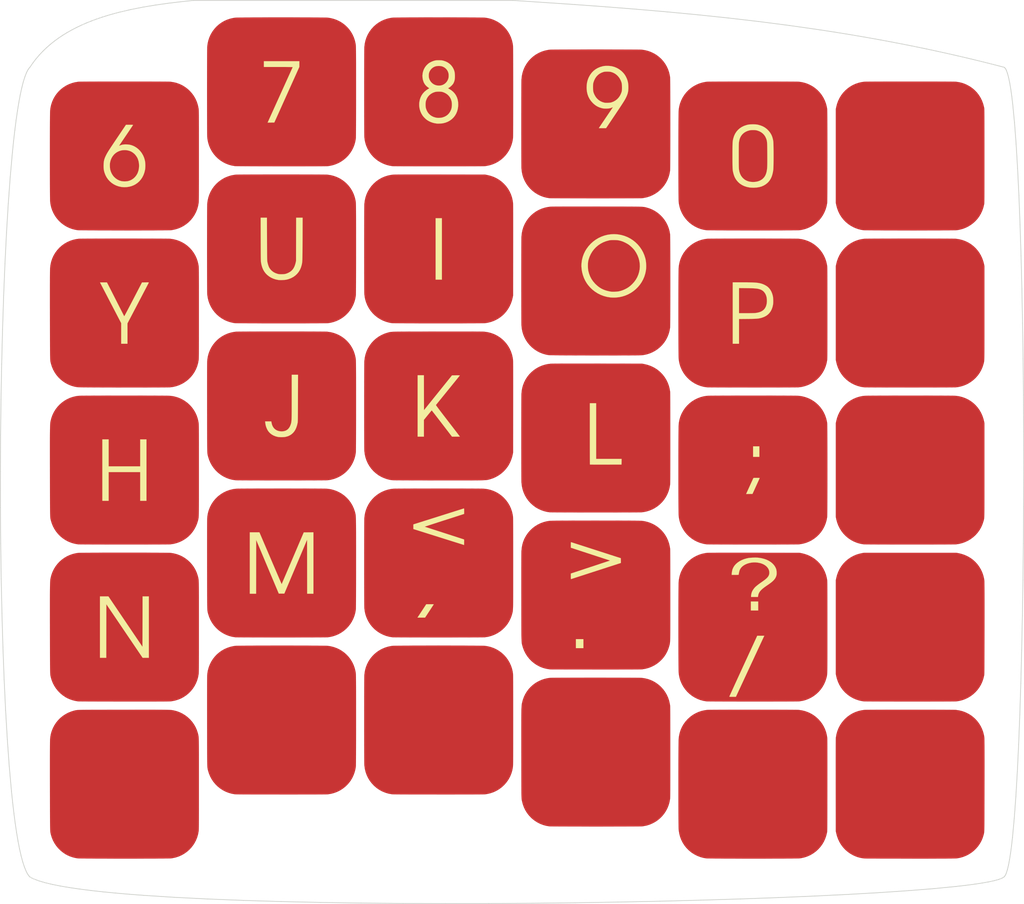
<source format=kicad_pcb>
(kicad_pcb (version 4) (host pcbnew 4.0.7)
  (layers (0 F.Cu signal) (31 B.Cu signal) (34 B.Paste user) (35 F.Paste user) (36 B.SilkS user) (37 F.SilkS user) (38 B.Mask user) (39 F.Mask user) (44 Edge.Cuts user))
  (net 0 "")
  (module LOGO (layer F.Cu) (at 0 0)
    (fp_text reference "G***" hide)
    (fp_text value "LOGO" hide)
  )
  (module LOGO (layer F.Cu) (at 0 0)
    (fp_text reference "G***" hide)
    (fp_text value "LOGO" hide)
  )
  (module LOGO (layer F.Cu) (at 0 0)
    (fp_text reference "G***" hide)
    (fp_text value "LOGO" hide)
  )
  (module LOGO (layer F.Cu) (at 0 0)
    (fp_text reference "G***" hide)
    (fp_text value "LOGO" hide)
    (fp_poly (pts (xy -46.184751 29.973948) (xy -45.846129 29.974230) (xy -45.537210 29.974741) (xy -45.256416 29.975499) (xy -45.002167 29.976525) (xy -44.772886 29.977841) (xy -44.566993 29.979467) (xy -44.382910 29.981423) (xy -44.219058 29.983730) (xy -44.073858 29.986409) (xy -43.945731 29.989481) (xy -43.833100 29.992965) (xy -43.734384 29.996883) (xy -43.648006 30.001256) (xy -43.572386 30.006104) (xy -43.505946 30.011447) (xy -43.447107 30.017306) (xy -43.394290 30.023702) (xy -43.345917 30.030656) (xy -43.300409 30.038187) (xy -43.256187 30.046318) (xy -43.211673 30.055068) (xy -43.190584 30.059322) (xy -42.804685 30.158607) (xy -42.434347 30.295754) (xy -42.081921 30.468506) (xy -41.749756 30.674607) (xy -41.440204 30.911799) (xy -41.155614 31.177827) (xy -40.898337 31.470433) (xy -40.670724 31.787361) (xy -40.475124 32.126355) (xy -40.313889 32.485157) (xy -40.189368 32.861512) (xy -40.162045 32.967083) (xy -40.150488 33.013906) (xy -40.139734 33.057167) (xy -40.129753 33.098445) (xy -40.120516 33.139322) (xy -40.111995 33.181378) (xy -40.104161 33.226192) (xy -40.096984 33.275345) (xy -40.090437 33.330417) (xy -40.084491 33.392989) (xy -40.079116 33.464641) (xy -40.074283 33.546953) (xy -40.069965 33.641505) (xy -40.066133 33.749878) (xy -40.062757 33.873651) (xy -40.059808 34.014406) (xy -40.057259 34.173722) (xy -40.055079 34.353179) (xy -40.053241 34.554359) (xy -40.051716 34.778840) (xy -40.050474 35.028204) (xy -40.049488 35.304031) (xy -40.048727 35.607901) (xy -40.048164 35.941393) (xy -40.047770 36.306090) (xy -40.047516 36.703570) (xy -40.047372 37.135414) (xy -40.047311 37.603202) (xy -40.047304 38.108514) (xy -40.047321 38.652932) (xy -40.047334 39.238034) (xy -40.047334 39.264166) (xy -40.047355 39.848033) (xy -40.047425 40.391095) (xy -40.047553 40.894882) (xy -40.047745 41.360923) (xy -40.048012 41.790745) (xy -40.048361 42.185880) (xy -40.048802 42.547854) (xy -40.049342 42.878198) (xy -40.049990 43.178440) (xy -40.050754 43.450110) (xy -40.051643 43.694735) (xy -40.052666 43.913846) (xy -40.053831 44.108970) (xy -40.055147 44.281637) (xy -40.056621 44.433377) (xy -40.058263 44.565717) (xy -40.060080 44.680187) (xy -40.062082 44.778315) (xy -40.064277 44.861631) (xy -40.066674 44.931664) (xy -40.069280 44.989943) (xy -40.072105 45.037995) (xy -40.075156 45.077352) (xy -40.078443 45.109540) (xy -40.079853 45.120957) (xy -40.152805 45.524811) (xy -40.264555 45.911950) (xy -40.415601 46.283697) (xy -40.606441 46.641374) (xy -40.721736 46.822489) (xy -40.964294 47.145606) (xy -41.236355 47.439556) (xy -41.535332 47.702781) (xy -41.858637 47.933725) (xy -42.203685 48.130831) (xy -42.567886 48.292541) (xy -42.948654 48.417298) (xy -43.343402 48.503545) (xy -43.565458 48.533993) (xy -43.605464 48.536027) (xy -43.685607 48.537949) (xy -43.803727 48.539762) (xy -43.957662 48.541465) (xy -44.145250 48.543057) (xy -44.364331 48.544540) (xy -44.612742 48.545914) (xy -44.888322 48.547178) (xy -45.188910 48.548334) (xy -45.512345 48.549380) (xy -45.856464 48.550318) (xy -46.219107 48.551147) (xy -46.598113 48.551868) (xy -46.991319 48.552481) (xy -47.396564 48.552986) (xy -47.811687 48.553384) (xy -48.234527 48.553674) (xy -48.662922 48.553856) (xy -49.094711 48.553932) (xy -49.527732 48.553901) (xy -49.959824 48.553763) (xy -50.388825 48.553518) (xy -50.812575 48.553168) (xy -51.228911 48.552711) (xy -51.635672 48.552148) (xy -52.030698 48.551480) (xy -52.411825 48.550706) (xy -52.776894 48.549826) (xy -53.123742 48.548842) (xy -53.450209 48.547753) (xy -53.754132 48.546559) (xy -54.033350 48.545260) (xy -54.285703 48.543858) (xy -54.509028 48.542351) (xy -54.701164 48.540740) (xy -54.859950 48.539025) (xy -54.983224 48.537207) (xy -55.068825 48.535286) (xy -55.114592 48.533262) (xy -55.118000 48.532936) (xy -55.444883 48.480950) (xy -55.775006 48.399916) (xy -56.097498 48.293396) (xy -56.401489 48.164952) (xy -56.660447 48.027534) (xy -57.001202 47.801516) (xy -57.314663 47.545987) (xy -57.598873 47.263520) (xy -57.851874 46.956691) (xy -58.071709 46.628073) (xy -58.256420 46.280240) (xy -58.404050 45.915768) (xy -58.493377 45.616956) (xy -58.506128 45.567769) (xy -58.517980 45.523387) (xy -58.528966 45.482205) (xy -58.539122 45.442618) (xy -58.548483 45.403021) (xy -58.557083 45.361809) (xy -58.564957 45.317378) (xy -58.572139 45.268121) (xy -58.578665 45.212435) (xy -58.584569 45.148715) (xy -58.589887 45.075355) (xy -58.594652 44.990750) (xy -58.598900 44.893295) (xy -58.602665 44.781386) (xy -58.605982 44.653418) (xy -58.608886 44.507785) (xy -58.611412 44.342883) (xy -58.613594 44.157106) (xy -58.615467 43.948850) (xy -58.617066 43.716510) (xy -58.618426 43.458480) (xy -58.619581 43.173156) (xy -58.620566 42.858933) (xy -58.621417 42.514206) (xy -58.622167 42.137369) (xy -58.622852 41.726818) (xy -58.623506 41.280949) (xy -58.624164 40.798155) (xy -58.624861 40.276832) (xy -58.625631 39.715376) (xy -58.625942 39.497000) (xy -58.626834 38.815185) (xy -58.627483 38.175698) (xy -58.627888 37.578533) (xy -58.628051 37.023688) (xy -58.627971 36.511155) (xy -58.627648 36.040931) (xy -58.627082 35.613011) (xy -58.626272 35.227389) (xy -58.625220 34.884062) (xy -58.623925 34.583024) (xy -58.622386 34.324270) (xy -58.620605 34.107796) (xy -58.618580 33.933597) (xy -58.616313 33.801667) (xy -58.613802 33.712003) (xy -58.611924 33.674718) (xy -58.581807 33.374479) (xy -58.534555 33.097646) (xy -58.466971 32.827654) (xy -58.418218 32.670750) (xy -58.272048 32.294852) (xy -58.090082 31.939657) (xy -57.874528 31.607221) (xy -57.627596 31.299599) (xy -57.351494 31.018844) (xy -57.048430 30.767013) (xy -56.720613 30.546160) (xy -56.370252 30.358340) (xy -55.999555 30.205607) (xy -55.656747 30.101468) (xy -55.610759 30.089448) (xy -55.569338 30.078272) (xy -55.530893 30.067909) (xy -55.493834 30.058326) (xy -55.456570 30.049491) (xy -55.417511 30.041371) (xy -55.375065 30.033934) (xy -55.327643 30.027147) (xy -55.273653 30.020979) (xy -55.211505 30.015397) (xy -55.139608 30.010368) (xy -55.056373 30.005861) (xy -54.960207 30.001842) (xy -54.849521 29.998280) (xy -54.722723 29.995141) (xy -54.578224 29.992395) (xy -54.414433 29.990008) (xy -54.229758 29.987948) (xy -54.022610 29.986182) (xy -53.791398 29.984679) (xy -53.534531 29.983406) (xy -53.250418 29.982330) (xy -52.937469 29.981420) (xy -52.594093 29.980642) (xy -52.218700 29.979965) (xy -51.809699 29.979356) (xy -51.365500 29.978782) (xy -50.884511 29.978212) (xy -50.365142 29.977613) (xy -49.805803 29.976953) (xy -49.519417 29.976601) (xy -48.928666 29.975870) (xy -48.378670 29.975222) (xy -47.867850 29.974678) (xy -47.394626 29.974257) (xy -46.957421 29.973982) (xy -46.554656 29.973872) (xy -46.184751 29.973948)) (layer F.Cu) (width 0.010000))
    (fp_poly (pts (xy 29.437835 29.971284) (xy 29.867599 29.971454) (xy 30.293282 29.971751) (xy 30.712673 29.972174) (xy 31.123562 29.972724) (xy 31.523739 29.973400) (xy 31.910994 29.974203) (xy 32.283115 29.975132) (xy 32.637894 29.976188) (xy 32.973120 29.977370) (xy 33.286582 29.978679) (xy 33.576071 29.980114) (xy 33.839376 29.981676) (xy 34.074287 29.983364) (xy 34.278594 29.985178) (xy 34.450087 29.987119) (xy 34.586554 29.989187) (xy 34.685787 29.991381) (xy 34.745575 29.993702) (xy 34.755666 29.994439) (xy 35.159698 30.051736) (xy 35.548875 30.147097) (xy 35.921221 30.278598) (xy 36.274761 30.444315) (xy 36.607516 30.642325) (xy 36.917511 30.870703) (xy 37.202769 31.127528) (xy 37.461314 31.410875) (xy 37.691168 31.718820) (xy 37.890356 32.049441) (xy 38.056901 32.400813) (xy 38.188825 32.771014) (xy 38.284154 33.158119) (xy 38.332339 33.475083) (xy 38.334972 33.513127) (xy 38.337395 33.578668) (xy 38.339612 33.672550) (xy 38.341624 33.795622) (xy 38.343436 33.948730) (xy 38.345048 34.132720) (xy 38.346463 34.348438) (xy 38.347684 34.596731) (xy 38.348713 34.878445) (xy 38.349553 35.194428) (xy 38.350206 35.545525) (xy 38.350674 35.932583) (xy 38.350960 36.356449) (xy 38.351066 36.817968) (xy 38.350995 37.317988) (xy 38.350750 37.857355) (xy 38.350332 38.436915) (xy 38.349743 39.057516) (xy 38.349366 39.401750) (xy 38.348685 39.985496) (xy 38.348020 40.528438) (xy 38.347361 41.032101) (xy 38.346696 41.498015) (xy 38.346014 41.927705) (xy 38.345303 42.322702) (xy 38.344552 42.684531) (xy 38.343750 43.014721) (xy 38.342886 43.314799) (xy 38.341948 43.586294) (xy 38.340925 43.830732) (xy 38.339806 44.049643) (xy 38.338579 44.244552) (xy 38.337234 44.416989) (xy 38.335759 44.568480) (xy 38.334143 44.700555) (xy 38.332374 44.814739) (xy 38.330441 44.912561) (xy 38.328334 44.995549) (xy 38.326040 45.065231) (xy 38.323549 45.123133) (xy 38.320848 45.170785) (xy 38.317928 45.209713) (xy 38.314776 45.241446) (xy 38.311382 45.267510) (xy 38.307734 45.289435) (xy 38.305879 45.298984) (xy 38.204324 45.710534) (xy 38.071608 46.094467) (xy 37.906539 46.453065) (xy 37.707922 46.788612) (xy 37.474566 47.103391) (xy 37.211388 47.393560) (xy 36.906680 47.670417) (xy 36.580251 47.911150) (xy 36.233558 48.115060) (xy 35.868055 48.281448) (xy 35.485197 48.409615) (xy 35.086440 48.498864) (xy 34.835875 48.533911) (xy 34.795808 48.535958) (xy 34.715609 48.537894) (xy 34.597440 48.539719) (xy 34.443461 48.541432) (xy 34.255833 48.543035) (xy 34.036719 48.544527) (xy 33.788279 48.545908) (xy 33.512675 48.547179) (xy 33.212067 48.548340) (xy 32.888617 48.549392) (xy 32.544486 48.550333) (xy 32.181835 48.551166) (xy 31.802825 48.551889) (xy 31.409618 48.552503) (xy 31.004375 48.553008) (xy 30.589257 48.553405) (xy 30.166424 48.553694) (xy 29.738040 48.553875) (xy 29.306263 48.553947) (xy 28.873257 48.553912) (xy 28.441181 48.553770) (xy 28.012197 48.553520) (xy 27.588467 48.553164) (xy 27.172151 48.552700) (xy 26.765411 48.552130) (xy 26.370407 48.551454) (xy 25.989302 48.550671) (xy 25.624256 48.549783) (xy 25.277430 48.548789) (xy 24.950986 48.547689) (xy 24.647085 48.546484) (xy 24.367888 48.545175) (xy 24.115556 48.543760) (xy 23.892250 48.542240) (xy 23.700133 48.540617) (xy 23.541363 48.538889) (xy 23.418104 48.537057) (xy 23.332516 48.535121) (xy 23.286761 48.533082) (xy 23.283333 48.532752) (xy 22.887594 48.466779) (xy 22.499474 48.360807) (xy 22.123700 48.216714) (xy 21.765000 48.036380) (xy 21.428101 47.821684) (xy 21.349074 47.763793) (xy 21.036871 47.502915) (xy 20.756824 47.215294) (xy 20.509961 46.902876) (xy 20.297311 46.567609) (xy 20.119902 46.211440) (xy 19.978762 45.836317) (xy 19.874919 45.444186) (xy 19.809402 45.036995) (xy 19.790356 44.812124) (xy 19.788270 44.754755) (xy 19.786302 44.657353) (xy 19.784452 44.522194) (xy 19.782720 44.351557) (xy 19.781105 44.147720) (xy 19.779607 43.912960) (xy 19.778227 43.649555) (xy 19.776963 43.359782) (xy 19.775817 43.045920) (xy 19.774787 42.710246) (xy 19.773874 42.355037) (xy 19.773078 41.982573) (xy 19.772398 41.595129) (xy 19.771834 41.194984) (xy 19.771387 40.784416) (xy 19.771055 40.365703) (xy 19.770840 39.941121) (xy 19.770740 39.512949) (xy 19.770755 39.083465) (xy 19.770887 38.654946) (xy 19.771133 38.229670) (xy 19.771495 37.809915) (xy 19.771972 37.397958) (xy 19.772563 36.996077) (xy 19.773270 36.606550) (xy 19.774091 36.231655) (xy 19.775027 35.873669) (xy 19.776077 35.534870) (xy 19.777242 35.217535) (xy 19.778520 34.923943) (xy 19.779913 34.656372) (xy 19.781420 34.417098) (xy 19.783040 34.208399) (xy 19.784774 34.032554) (xy 19.786621 33.891840) (xy 19.788582 33.788535) (xy 19.790656 33.724916) (xy 19.791003 33.718500) (xy 19.835700 33.298988) (xy 19.918802 32.896855) (xy 20.040075 32.512630) (xy 20.199284 32.146843) (xy 20.396196 31.800025) (xy 20.630575 31.472707) (xy 20.902187 31.165418) (xy 20.932747 31.134446) (xy 21.234060 30.861656) (xy 21.558637 30.623820) (xy 21.904697 30.421766) (xy 22.270454 30.256323) (xy 22.654125 30.128319) (xy 23.053926 30.038581) (xy 23.389166 29.994439) (xy 23.436415 29.992079) (xy 23.523786 29.989846) (xy 23.649070 29.987740) (xy 23.810056 29.985760) (xy 24.004535 29.983907) (xy 24.230296 29.982180) (xy 24.485129 29.980579) (xy 24.766823 29.979106) (xy 25.073168 29.977758) (xy 25.401955 29.976537) (xy 25.750973 29.975443) (xy 26.118011 29.974475) (xy 26.500860 29.973633) (xy 26.897309 29.972918) (xy 27.305148 29.972329) (xy 27.722166 29.971867) (xy 28.146155 29.971532) (xy 28.574902 29.971323) (xy 29.006199 29.971240) (xy 29.437835 29.971284)) (layer F.Cu) (width 0.010000))
    (fp_poly (pts (xy 49.038168 29.971284) (xy 49.467933 29.971454) (xy 49.893616 29.971751) (xy 50.313007 29.972174) (xy 50.723896 29.972724) (xy 51.124073 29.973400) (xy 51.511327 29.974203) (xy 51.883449 29.975132) (xy 52.238228 29.976188) (xy 52.573453 29.977370) (xy 52.886916 29.978679) (xy 53.176405 29.980114) (xy 53.439710 29.981676) (xy 53.674621 29.983364) (xy 53.878928 29.985178) (xy 54.050420 29.987119) (xy 54.186888 29.989187) (xy 54.286120 29.991381) (xy 54.345908 29.993702) (xy 54.356000 29.994439) (xy 54.767768 30.052606) (xy 55.165132 30.150061) (xy 55.546593 30.286216) (xy 55.910651 30.460485) (xy 56.255805 30.672279) (xy 56.449918 30.814559) (xy 56.753740 31.078196) (xy 57.027089 31.370015) (xy 57.268461 31.687333) (xy 57.476356 32.027464) (xy 57.649271 32.387726) (xy 57.785705 32.765433) (xy 57.884156 33.157903) (xy 57.932664 33.464500) (xy 57.935300 33.499779) (xy 57.937724 33.560175) (xy 57.939937 33.646638) (xy 57.941944 33.760121) (xy 57.943746 33.901577) (xy 57.945345 34.071959) (xy 57.946745 34.272219) (xy 57.947948 34.503309) (xy 57.948957 34.766183) (xy 57.949774 35.061792) (xy 57.950401 35.391090) (xy 57.950842 35.755029) (xy 57.951100 36.154561) (xy 57.951175 36.590639) (xy 57.951072 37.064216) (xy 57.950793 37.576245) (xy 57.950341 38.127677) (xy 57.949717 38.719466) (xy 57.948925 39.352563) (xy 57.948859 39.401750) (xy 57.948090 39.987220) (xy 57.947403 40.531923) (xy 57.946768 41.037426) (xy 57.946153 41.505295) (xy 57.945530 41.937096) (xy 57.944867 42.334396) (xy 57.944135 42.698761) (xy 57.943304 43.031758) (xy 57.942342 43.334952) (xy 57.941222 43.609910) (xy 57.939911 43.858199) (xy 57.938380 44.081385) (xy 57.936599 44.281034) (xy 57.934537 44.458713) (xy 57.932165 44.615988) (xy 57.929452 44.754425) (xy 57.926369 44.875591) (xy 57.922884 44.981053) (xy 57.918968 45.072375) (xy 57.914591 45.151126) (xy 57.909722 45.218871) (xy 57.904332 45.277177) (xy 57.898390 45.327610) (xy 57.891866 45.371736) (xy 57.884730 45.411122) (xy 57.876952 45.447334) (xy 57.868501 45.481938) (xy 57.859348 45.516502) (xy 57.849462 45.552591) (xy 57.838813 45.591771) (xy 57.828975 45.629320) (xy 57.711302 46.005661) (xy 57.556708 46.364191) (xy 57.367543 46.702894) (xy 57.146161 47.019756) (xy 56.894913 47.312765) (xy 56.616153 47.579905) (xy 56.312233 47.819164) (xy 55.985505 48.028526) (xy 55.638321 48.205978) (xy 55.273036 48.349506) (xy 54.891999 48.457096) (xy 54.497565 48.526734) (xy 54.436209 48.533911) (xy 54.392707 48.536557) (xy 54.312288 48.539007) (xy 54.194607 48.541263) (xy 54.039320 48.543325) (xy 53.846082 48.545195) (xy 53.614549 48.546874) (xy 53.344376 48.548362) (xy 53.035219 48.549662) (xy 52.686732 48.550774) (xy 52.298572 48.551699) (xy 51.870393 48.552438) (xy 51.401852 48.552994) (xy 50.892603 48.553366) (xy 50.342303 48.553556) (xy 49.750606 48.553565) (xy 49.117168 48.553394) (xy 48.636542 48.553161) (xy 48.152031 48.552859) (xy 47.678240 48.552507) (xy 47.216937 48.552111) (xy 46.769892 48.551672) (xy 46.338875 48.551195) (xy 45.925656 48.550683) (xy 45.532003 48.550139) (xy 45.159688 48.549567) (xy 44.810479 48.548969) (xy 44.486146 48.548350) (xy 44.188458 48.547712) (xy 43.919186 48.547059) (xy 43.680098 48.546395) (xy 43.472965 48.545722) (xy 43.299556 48.545044) (xy 43.161641 48.544365) (xy 43.060989 48.543687) (xy 42.999370 48.543015) (xy 42.978916 48.542440) (xy 42.660173 48.496825) (xy 42.372504 48.438370) (xy 42.105842 48.364225) (xy 41.850124 48.271540) (xy 41.595286 48.157464) (xy 41.562581 48.141354) (xy 41.208206 47.942018) (xy 40.880413 47.710467) (xy 40.580560 47.448481) (xy 40.310003 47.157844) (xy 40.070101 46.840339) (xy 39.862212 46.497746) (xy 39.687693 46.131849) (xy 39.547903 45.744430) (xy 39.450936 45.369591) (xy 39.401750 45.137916) (xy 39.395193 39.380583) (xy 39.394525 38.748250) (xy 39.394010 38.157234) (xy 39.393651 37.606516) (xy 39.393451 37.095081) (xy 39.393414 36.621910) (xy 39.393542 36.185987) (xy 39.393838 35.786295) (xy 39.394306 35.421816) (xy 39.394948 35.091535) (xy 39.395768 34.794433) (xy 39.396768 34.529493) (xy 39.397952 34.295700) (xy 39.399322 34.092034) (xy 39.400882 33.917480) (xy 39.402635 33.771021) (xy 39.404583 33.651639) (xy 39.406730 33.558317) (xy 39.409078 33.490039) (xy 39.411632 33.445787) (xy 39.412935 33.432750) (xy 39.485489 33.026938) (xy 39.597309 32.635677) (xy 39.747460 32.260890) (xy 39.935005 31.904501) (xy 40.159006 31.568436) (xy 40.418526 31.254619) (xy 40.530444 31.137389) (xy 40.830406 30.865112) (xy 41.154147 30.627349) (xy 41.499677 30.425022) (xy 41.865009 30.259057) (xy 42.248153 30.130377) (xy 42.647121 30.039907) (xy 42.989500 29.994439) (xy 43.036748 29.992079) (xy 43.124119 29.989846) (xy 43.249403 29.987740) (xy 43.410390 29.985760) (xy 43.604869 29.983907) (xy 43.830629 29.982180) (xy 44.085462 29.980579) (xy 44.367156 29.979106) (xy 44.673502 29.977758) (xy 45.002288 29.976537) (xy 45.351306 29.975443) (xy 45.718344 29.974475) (xy 46.101193 29.973633) (xy 46.497642 29.972918) (xy 46.905481 29.972329) (xy 47.322500 29.971867) (xy 47.746488 29.971532) (xy 48.175236 29.971323) (xy 48.606533 29.971240) (xy 49.038168 29.971284)) (layer F.Cu) (width 0.010000))
    (fp_poly (pts (xy 9.832564 25.971001) (xy 10.262079 25.971170) (xy 10.687512 25.971465) (xy 11.106653 25.971886) (xy 11.517291 25.972432) (xy 11.917217 25.973103) (xy 12.304220 25.973900) (xy 12.676090 25.974822) (xy 13.030616 25.975870) (xy 13.365588 25.977043) (xy 13.678797 25.978342) (xy 13.968032 25.979766) (xy 14.231082 25.981316) (xy 14.465738 25.982992) (xy 14.669789 25.984793) (xy 14.841024 25.986719) (xy 14.977235 25.988771) (xy 15.076210 25.990949) (xy 15.135739 25.993252) (xy 15.144750 25.993894) (xy 15.555027 26.049838) (xy 15.950719 26.145082) (xy 16.330266 26.278910) (xy 16.692113 26.450601) (xy 17.034703 26.659440) (xy 17.356477 26.904707) (xy 17.595115 27.123929) (xy 17.869991 27.426767) (xy 18.109614 27.752581) (xy 18.313220 28.099792) (xy 18.480041 28.466822) (xy 18.609310 28.852093) (xy 18.700261 29.254027) (xy 18.731462 29.463444) (xy 18.734104 29.504991) (xy 18.736571 29.585682) (xy 18.738865 29.705722) (xy 18.740987 29.865318) (xy 18.742936 30.064675) (xy 18.744715 30.303999) (xy 18.746323 30.583496) (xy 18.747761 30.903373) (xy 18.749031 31.263834) (xy 18.750133 31.665087) (xy 18.751067 32.107336) (xy 18.751835 32.590788) (xy 18.752438 33.115649) (xy 18.752875 33.682124) (xy 18.753148 34.290421) (xy 18.753258 34.940743) (xy 18.753253 35.273694) (xy 18.753185 35.862080) (xy 18.753064 36.409625) (xy 18.752882 36.917822) (xy 18.752632 37.388164) (xy 18.752305 37.822142) (xy 18.751894 38.221250) (xy 18.751390 38.586980) (xy 18.750786 38.920825) (xy 18.750073 39.224277) (xy 18.749244 39.498830) (xy 18.748290 39.745974) (xy 18.747204 39.967204) (xy 18.745978 40.164011) (xy 18.744603 40.337888) (xy 18.743073 40.490329) (xy 18.741377 40.622824) (xy 18.739510 40.736868) (xy 18.737463 40.833952) (xy 18.735227 40.915569) (xy 18.732795 40.983212) (xy 18.730159 41.038373) (xy 18.727311 41.082544) (xy 18.724243 41.117220) (xy 18.721933 41.136841) (xy 18.648329 41.534922) (xy 18.536741 41.917196) (xy 18.389193 42.281691) (xy 18.207710 42.626434) (xy 17.994316 42.949452) (xy 17.751036 43.248773) (xy 17.479895 43.522425) (xy 17.182917 43.768436) (xy 16.862126 43.984833) (xy 16.519548 44.169643) (xy 16.157207 44.320894) (xy 15.777127 44.436614) (xy 15.381333 44.514830) (xy 15.235542 44.533411) (xy 15.195519 44.535453) (xy 15.115360 44.537385) (xy 14.997224 44.539206) (xy 14.843274 44.540917) (xy 14.655671 44.542517) (xy 14.436577 44.544007) (xy 14.188153 44.545387) (xy 13.912561 44.546658) (xy 13.611961 44.547818) (xy 13.288516 44.548870) (xy 12.944386 44.549812) (xy 12.581734 44.550646) (xy 12.202720 44.551371) (xy 11.809506 44.551987) (xy 11.404254 44.552494) (xy 10.989125 44.552894) (xy 10.566280 44.553186) (xy 10.137882 44.553370) (xy 9.706090 44.553446) (xy 9.273067 44.553415) (xy 8.840974 44.553277) (xy 8.411973 44.553032) (xy 7.988225 44.552680) (xy 7.571891 44.552221) (xy 7.165133 44.551656) (xy 6.770112 44.550985) (xy 6.388990 44.550208) (xy 6.023928 44.549325) (xy 5.677088 44.548337) (xy 5.350631 44.547243) (xy 5.046719 44.546043) (xy 4.767512 44.544739) (xy 4.515173 44.543330) (xy 4.291862 44.541817) (xy 4.099742 44.540199) (xy 3.940973 44.538476) (xy 3.817718 44.536650) (xy 3.732137 44.534720) (xy 3.686392 44.532686) (xy 3.683000 44.532361) (xy 3.282544 44.466055) (xy 2.893075 44.359816) (xy 2.517657 44.215074) (xy 2.159355 44.033262) (xy 1.821232 43.815809) (xy 1.506354 43.564148) (xy 1.399755 43.465908) (xy 1.117926 43.168098) (xy 0.872164 42.848349) (xy 0.662346 42.506430) (xy 0.488352 42.142105) (xy 0.350061 41.755141) (xy 0.247351 41.345305) (xy 0.218762 41.190333) (xy 0.214857 41.165153) (xy 0.211226 41.136832) (xy 0.207857 41.103787) (xy 0.204738 41.064435) (xy 0.201856 41.017196) (xy 0.199199 40.960485) (xy 0.196753 40.892721) (xy 0.194508 40.812322) (xy 0.192449 40.717704) (xy 0.190565 40.607285) (xy 0.188844 40.479484) (xy 0.187272 40.332717) (xy 0.185837 40.165403) (xy 0.184527 39.975958) (xy 0.183329 39.762800) (xy 0.182231 39.524348) (xy 0.181220 39.259018) (xy 0.180284 38.965228) (xy 0.179410 38.641396) (xy 0.178586 38.285939) (xy 0.177800 37.897275) (xy 0.177038 37.473821) (xy 0.176289 37.013996) (xy 0.175539 36.516216) (xy 0.174777 35.978899) (xy 0.174176 35.538833) (xy 0.173394 34.943636) (xy 0.172724 34.389200) (xy 0.172186 33.873956) (xy 0.171799 33.396330) (xy 0.171582 32.954752) (xy 0.171556 32.547651) (xy 0.171740 32.173454) (xy 0.172153 31.830591) (xy 0.172817 31.517490) (xy 0.173749 31.232581) (xy 0.174969 30.974290) (xy 0.176499 30.741048) (xy 0.178356 30.531283) (xy 0.180560 30.343423) (xy 0.183132 30.175897) (xy 0.186091 30.027134) (xy 0.189457 29.895562) (xy 0.193249 29.779610) (xy 0.197486 29.677706) (xy 0.202189 29.588280) (xy 0.207378 29.509759) (xy 0.213071 29.440573) (xy 0.219288 29.379150) (xy 0.226050 29.323918) (xy 0.233376 29.273307) (xy 0.241285 29.225745) (xy 0.249796 29.179660) (xy 0.253962 29.158312) (xy 0.352830 28.763577) (xy 0.488565 28.387381) (xy 0.659148 28.031529) (xy 0.862560 27.697832) (xy 1.096781 27.388096) (xy 1.359790 27.104129) (xy 1.649569 26.847740) (xy 1.964098 26.620737) (xy 2.301357 26.424927) (xy 2.659326 26.262119) (xy 3.035986 26.134120) (xy 3.429316 26.042739) (xy 3.788833 25.993939) (xy 3.835836 25.991601) (xy 3.922961 25.989389) (xy 4.048000 25.987302) (xy 4.208740 25.985340) (xy 4.402973 25.983504) (xy 4.628488 25.981793) (xy 4.883075 25.980207) (xy 5.164523 25.978747) (xy 5.470622 25.977412) (xy 5.799162 25.976202) (xy 6.147933 25.975118) (xy 6.514725 25.974159) (xy 6.897326 25.973325) (xy 7.293528 25.972617) (xy 7.701119 25.972034) (xy 8.117890 25.971577) (xy 8.541631 25.971244) (xy 8.970130 25.971038) (xy 9.401178 25.970956) (xy 9.832564 25.971001)) (layer F.Cu) (width 0.010000))
    (fp_poly (pts (xy -29.351776 21.970796) (xy -28.922661 21.970930) (xy -28.497723 21.971186) (xy -28.079178 21.971564) (xy -27.669238 21.972064) (xy -27.270120 21.972686) (xy -26.884036 21.973430) (xy -26.513202 21.974297) (xy -26.159831 21.975287) (xy -25.826139 21.976400) (xy -25.514338 21.977635) (xy -25.226645 21.978994) (xy -24.965273 21.980477) (xy -24.732436 21.982083) (xy -24.530350 21.983812) (xy -24.361227 21.985666) (xy -24.227283 21.987644) (xy -24.130732 21.989746) (xy -24.073788 21.991972) (xy -24.066500 21.992504) (xy -23.660972 22.048033) (xy -23.270346 22.141741) (xy -22.896593 22.271752) (xy -22.541684 22.436193) (xy -22.207589 22.633188) (xy -21.896276 22.860862) (xy -21.609717 23.117340) (xy -21.349882 23.400746) (xy -21.118740 23.709206) (xy -20.918262 24.040845) (xy -20.750417 24.393787) (xy -20.617176 24.766158) (xy -20.520509 25.156082) (xy -20.479734 25.406375) (xy -20.476328 25.435958) (xy -20.473162 25.471857) (xy -20.470229 25.515605) (xy -20.467519 25.568735) (xy -20.465024 25.632780) (xy -20.462736 25.709272) (xy -20.460647 25.799743) (xy -20.458746 25.905727) (xy -20.457027 26.028755) (xy -20.455481 26.170361) (xy -20.454098 26.332076) (xy -20.452871 26.515434) (xy -20.451791 26.721967) (xy -20.450849 26.953207) (xy -20.450037 27.210688) (xy -20.449347 27.495941) (xy -20.448769 27.810500) (xy -20.448296 28.155896) (xy -20.447919 28.533663) (xy -20.447628 28.945333) (xy -20.447417 29.392438) (xy -20.447276 29.876512) (xy -20.447196 30.399086) (xy -20.447170 30.961694) (xy -20.447174 31.258959) (xy -20.447280 31.926636) (xy -20.447554 32.554226) (xy -20.447995 33.141580) (xy -20.448603 33.688551) (xy -20.449378 34.194990) (xy -20.450319 34.660749) (xy -20.451426 35.085679) (xy -20.452697 35.469632) (xy -20.454132 35.812461) (xy -20.455731 36.114016) (xy -20.457494 36.374150) (xy -20.459418 36.592713) (xy -20.461505 36.769559) (xy -20.463753 36.904539) (xy -20.466162 36.997504) (xy -20.468732 37.048307) (xy -20.469127 37.052250) (xy -20.530730 37.425642) (xy -20.628482 37.795738) (xy -20.759633 38.155544) (xy -20.921435 38.498066) (xy -21.111137 38.816310) (xy -21.226336 38.978416) (xy -21.490020 39.292382) (xy -21.780978 39.574897) (xy -22.096798 39.824593) (xy -22.435065 40.040099) (xy -22.793365 40.220045) (xy -23.169285 40.363061) (xy -23.560411 40.467778) (xy -23.964328 40.532824) (xy -23.965125 40.532911) (xy -24.008832 40.535562) (xy -24.089820 40.538025) (xy -24.208411 40.540299) (xy -24.364928 40.542388) (xy -24.559692 40.544290) (xy -24.793025 40.546009) (xy -25.065251 40.547544) (xy -25.376691 40.548896) (xy -25.727667 40.550068) (xy -26.118502 40.551060) (xy -26.549517 40.551874) (xy -27.021036 40.552509) (xy -27.533379 40.552968) (xy -28.086870 40.553252) (xy -28.681831 40.553361) (xy -29.318583 40.553297) (xy -29.775375 40.553156) (xy -30.365877 40.552897) (xy -30.915507 40.552592) (xy -31.425725 40.552232) (xy -31.897991 40.551809) (xy -32.333766 40.551316) (xy -32.734511 40.550743) (xy -33.101685 40.550083) (xy -33.436750 40.549329) (xy -33.741167 40.548472) (xy -34.016395 40.547503) (xy -34.263896 40.546416) (xy -34.485129 40.545202) (xy -34.681556 40.543854) (xy -34.854638 40.542362) (xy -35.005833 40.540720) (xy -35.136604 40.538918) (xy -35.248411 40.536950) (xy -35.342714 40.534807) (xy -35.420973 40.532481) (xy -35.484651 40.529965) (xy -35.535206 40.527249) (xy -35.574100 40.524327) (xy -35.602334 40.521251) (xy -35.998216 40.447617) (xy -36.379844 40.335656) (xy -36.744927 40.187374) (xy -37.091174 40.004775) (xy -37.416294 39.789864) (xy -37.717996 39.544647) (xy -37.993991 39.271128) (xy -38.241986 38.971313) (xy -38.459691 38.647206) (xy -38.644816 38.300812) (xy -38.795069 37.934137) (xy -38.882650 37.650202) (xy -38.896445 37.599699) (xy -38.909268 37.554236) (xy -38.921155 37.512208) (xy -38.932145 37.472010) (xy -38.942275 37.432038) (xy -38.951581 37.390688) (xy -38.960102 37.346353) (xy -38.967875 37.297430) (xy -38.974937 37.242314) (xy -38.981324 37.179399) (xy -38.987076 37.107082) (xy -38.992228 37.023757) (xy -38.996818 36.927820) (xy -39.000884 36.817666) (xy -39.004462 36.691690) (xy -39.007591 36.548288) (xy -39.010307 36.385854) (xy -39.012647 36.202783) (xy -39.014650 35.997473) (xy -39.016352 35.768316) (xy -39.017790 35.513709) (xy -39.019002 35.232047) (xy -39.020026 34.921725) (xy -39.020898 34.581138) (xy -39.021656 34.208682) (xy -39.022336 33.802752) (xy -39.022978 33.361742) (xy -39.023617 32.884049) (xy -39.024291 32.368068) (xy -39.025037 31.812193) (xy -39.025466 31.506583) (xy -39.026336 30.836249) (xy -39.026968 30.205989) (xy -39.027362 29.615957) (xy -39.027519 29.066304) (xy -39.027438 28.557183) (xy -39.027121 28.088746) (xy -39.026568 27.661147) (xy -39.025779 27.274537) (xy -39.024754 26.929069) (xy -39.023494 26.624896) (xy -39.021999 26.362169) (xy -39.020270 26.141043) (xy -39.018307 25.961668) (xy -39.016110 25.824198) (xy -39.013680 25.728785) (xy -39.011549 25.682561) (xy -38.999161 25.541124) (xy -38.981156 25.387626) (xy -38.959848 25.239659) (xy -38.937553 25.114814) (xy -38.935565 25.105256) (xy -38.831774 24.712694) (xy -38.691256 24.338888) (xy -38.516083 23.985664) (xy -38.308326 23.654845) (xy -38.070059 23.348257) (xy -37.803354 23.067724) (xy -37.510282 22.815070) (xy -37.192917 22.592121) (xy -36.853329 22.400700) (xy -36.493592 22.242631) (xy -36.115778 22.119741) (xy -35.721958 22.033853) (xy -35.401250 21.993394) (xy -35.353600 21.991132) (xy -35.265839 21.988987) (xy -35.140184 21.986961) (xy -34.978847 21.985053) (xy -34.784044 21.983264) (xy -34.557989 21.981594) (xy -34.302896 21.980043) (xy -34.020979 21.978612) (xy -33.714454 21.977299) (xy -33.385533 21.976107) (xy -33.036432 21.975034) (xy -32.669365 21.974081) (xy -32.286547 21.973248) (xy -31.890191 21.972535) (xy -31.482512 21.971943) (xy -31.065725 21.971472) (xy -30.642043 21.971121) (xy -30.213681 21.970891) (xy -29.782854 21.970783) (xy -29.351776 21.970796)) (layer F.Cu) (width 0.010000))
    (fp_poly (pts (xy -9.737799 21.970685) (xy -9.308332 21.970871) (xy -8.883086 21.971181) (xy -8.464280 21.971618) (xy -8.054127 21.972179) (xy -7.654846 21.972866) (xy -7.268652 21.973679) (xy -6.897760 21.974616) (xy -6.544389 21.975679) (xy -6.210752 21.976866) (xy -5.899068 21.978179) (xy -5.611551 21.979617) (xy -5.350418 21.981179) (xy -5.117886 21.982867) (xy -4.916170 21.984679) (xy -4.747486 21.986616) (xy -4.614052 21.988678) (xy -4.518082 21.990865) (xy -4.461793 21.993176) (xy -4.455584 21.993646) (xy -4.050301 22.049548) (xy -3.658442 22.144305) (xy -3.282313 22.276363) (xy -2.924219 22.444168) (xy -2.586466 22.646164) (xy -2.271360 22.880799) (xy -1.981207 23.146519) (xy -1.718311 23.441768) (xy -1.484979 23.764994) (xy -1.283516 24.114641) (xy -1.270408 24.140583) (xy -1.116541 24.481890) (xy -0.999189 24.821366) (xy -0.914781 25.170780) (xy -0.868871 25.462944) (xy -0.866229 25.504491) (xy -0.863762 25.585182) (xy -0.861468 25.705222) (xy -0.859347 25.864818) (xy -0.857397 26.064175) (xy -0.855619 26.303499) (xy -0.854011 26.582996) (xy -0.852572 26.902873) (xy -0.851302 27.263334) (xy -0.850201 27.664587) (xy -0.849266 28.106836) (xy -0.848498 28.590288) (xy -0.847896 29.115149) (xy -0.847458 29.681624) (xy -0.847185 30.289921) (xy -0.847075 30.940243) (xy -0.847080 31.273194) (xy -0.847152 31.864099) (xy -0.847280 32.414139) (xy -0.847474 32.924779) (xy -0.847741 33.397489) (xy -0.848088 33.833735) (xy -0.848523 34.234985) (xy -0.849054 34.602706) (xy -0.849688 34.938365) (xy -0.850432 35.243430) (xy -0.851296 35.519369) (xy -0.852285 35.767648) (xy -0.853408 35.989736) (xy -0.854673 36.187099) (xy -0.856086 36.361205) (xy -0.857656 36.513521) (xy -0.859390 36.645516) (xy -0.861296 36.758655) (xy -0.863381 36.854407) (xy -0.865653 36.934239) (xy -0.868120 36.999618) (xy -0.870789 37.052012) (xy -0.873668 37.092889) (xy -0.876764 37.123715) (xy -0.877465 37.129219) (xy -0.952261 37.534669) (xy -1.066292 37.924661) (xy -1.218847 38.297756) (xy -1.409219 38.652515) (xy -1.636696 38.987499) (xy -1.900570 39.301269) (xy -1.999099 39.403511) (xy -2.299190 39.674863) (xy -2.623511 39.912187) (xy -2.969585 40.114300) (xy -3.334935 40.280020) (xy -3.717084 40.408164) (xy -4.113555 40.497549) (xy -4.364791 40.532911) (xy -4.408498 40.535562) (xy -4.489483 40.538025) (xy -4.608071 40.540299) (xy -4.764582 40.542387) (xy -4.959339 40.544290) (xy -5.192666 40.546008) (xy -5.464883 40.547543) (xy -5.776313 40.548895) (xy -6.127278 40.550067) (xy -6.518102 40.551059) (xy -6.949105 40.551872) (xy -7.420611 40.552507) (xy -7.932942 40.552966) (xy -8.486419 40.553249) (xy -9.081366 40.553358) (xy -9.718104 40.553294) (xy -10.175041 40.553152) (xy -10.770116 40.552887) (xy -11.324266 40.552568) (xy -11.838901 40.552186) (xy -12.315429 40.551735) (xy -12.755260 40.551207) (xy -13.159802 40.550595) (xy -13.530464 40.549891) (xy -13.868655 40.549087) (xy -14.175784 40.548177) (xy -14.453261 40.547152) (xy -14.702493 40.546007) (xy -14.924890 40.544732) (xy -15.121860 40.543320) (xy -15.294814 40.541765) (xy -15.445159 40.540059) (xy -15.574304 40.538194) (xy -15.683659 40.536163) (xy -15.774632 40.533958) (xy -15.848632 40.531573) (xy -15.907068 40.528999) (xy -15.951350 40.526229) (xy -15.982886 40.523257) (xy -15.988688 40.522515) (xy -16.398352 40.446334) (xy -16.790292 40.331997) (xy -17.163591 40.179946) (xy -17.517328 39.990622) (xy -17.850583 39.764466) (xy -18.162437 39.501919) (xy -18.208815 39.457979) (xy -18.490181 39.158638) (xy -18.735758 38.837104) (xy -18.944878 38.494819) (xy -19.116876 38.133226) (xy -19.251083 37.753765) (xy -19.346833 37.357878) (xy -19.403459 36.947007) (xy -19.410127 36.861750) (xy -19.412234 36.809273) (xy -19.414226 36.716713) (xy -19.416102 36.586322) (xy -19.417862 36.420349) (xy -19.419508 36.221045) (xy -19.421038 35.990660) (xy -19.422452 35.731446) (xy -19.423751 35.445652) (xy -19.424935 35.135530) (xy -19.426004 34.803329) (xy -19.426957 34.451300) (xy -19.427795 34.081695) (xy -19.428517 33.696763) (xy -19.429125 33.298755) (xy -19.429617 32.889921) (xy -19.429994 32.472512) (xy -19.430256 32.048779) (xy -19.430403 31.620972) (xy -19.430435 31.191342) (xy -19.430352 30.762139) (xy -19.430153 30.335614) (xy -19.429840 29.914018) (xy -19.429411 29.499600) (xy -19.428867 29.094611) (xy -19.428209 28.701303) (xy -19.427435 28.321925) (xy -19.426547 27.958728) (xy -19.425544 27.613963) (xy -19.424425 27.289880) (xy -19.423192 26.988730) (xy -19.421844 26.712763) (xy -19.420381 26.464230) (xy -19.418803 26.245381) (xy -19.417111 26.058468) (xy -19.415303 25.905739) (xy -19.413381 25.789447) (xy -19.411344 25.711841) (xy -19.410024 25.684145) (xy -19.374114 25.338950) (xy -19.313859 25.015683) (xy -19.226506 24.699861) (xy -19.218058 24.673854) (xy -19.073236 24.298860) (xy -18.893227 23.945391) (xy -18.680284 23.615215) (xy -18.436658 23.310097) (xy -18.164602 23.031806) (xy -17.866370 22.782107) (xy -17.544212 22.562768) (xy -17.200382 22.375555) (xy -16.837133 22.222235) (xy -16.456716 22.104576) (xy -16.061385 22.024343) (xy -15.800917 21.993394) (xy -15.752401 21.991061) (xy -15.663784 21.988853) (xy -15.537282 21.986772) (xy -15.375111 21.984818) (xy -15.179487 21.982990) (xy -14.952626 21.981288) (xy -14.696745 21.979712) (xy -14.414060 21.978262) (xy -14.106787 21.976938) (xy -13.777142 21.975741) (xy -13.427341 21.974669) (xy -13.059601 21.973723) (xy -12.676138 21.972903) (xy -12.279167 21.972209) (xy -11.870906 21.971641) (xy -11.453569 21.971199) (xy -11.029374 21.970882) (xy -10.600537 21.970691) (xy -10.169273 21.970625) (xy -9.737799 21.970685)) (layer F.Cu) (width 0.010000))
    (fp_poly (pts (xy -48.986513 10.370775) (xy -48.556364 10.370936) (xy -48.130186 10.371226) (xy -47.710182 10.371642) (xy -47.298553 10.372187) (xy -46.897500 10.372859) (xy -46.509226 10.373658) (xy -46.135930 10.374585) (xy -45.779815 10.375640) (xy -45.443083 10.376822) (xy -45.127934 10.378131) (xy -44.836571 10.379569) (xy -44.571194 10.381134) (xy -44.334005 10.382826) (xy -44.127206 10.384647) (xy -43.952998 10.386595) (xy -43.813583 10.388670) (xy -43.711162 10.390874) (xy -43.647937 10.393205) (xy -43.633468 10.394235) (xy -43.229900 10.453867) (xy -42.840531 10.551506) (xy -42.467520 10.685306) (xy -42.113025 10.853422) (xy -41.779204 11.054008) (xy -41.468218 11.285219) (xy -41.182223 11.545208) (xy -40.923379 11.832130) (xy -40.693844 12.144140) (xy -40.495777 12.479392) (xy -40.331335 12.836040) (xy -40.202679 13.212239) (xy -40.163288 13.361309) (xy -40.151606 13.408699) (xy -40.140735 13.452440) (xy -40.130645 13.494113) (xy -40.121308 13.535299) (xy -40.112694 13.577580) (xy -40.104774 13.622536) (xy -40.097520 13.671750) (xy -40.090901 13.726801) (xy -40.084890 13.789273) (xy -40.079456 13.860745) (xy -40.074571 13.942800) (xy -40.070206 14.037017) (xy -40.066331 14.144980) (xy -40.062918 14.268268) (xy -40.059937 14.408463) (xy -40.057360 14.567147) (xy -40.055157 14.745900) (xy -40.053299 14.946304) (xy -40.051757 15.169941) (xy -40.050502 15.418391) (xy -40.049505 15.693235) (xy -40.048736 15.996055) (xy -40.048168 16.328433) (xy -40.047770 16.691949) (xy -40.047513 17.088184) (xy -40.047369 17.518721) (xy -40.047308 17.985140) (xy -40.047301 18.489022) (xy -40.047319 19.031949) (xy -40.047334 19.615502) (xy -40.047334 19.663833) (xy -40.047355 20.247700) (xy -40.047425 20.790762) (xy -40.047553 21.294549) (xy -40.047745 21.760589) (xy -40.048012 22.190412) (xy -40.048361 22.585546) (xy -40.048802 22.947521) (xy -40.049342 23.277865) (xy -40.049990 23.578107) (xy -40.050754 23.849776) (xy -40.051643 24.094402) (xy -40.052666 24.313512) (xy -40.053831 24.508637) (xy -40.055147 24.681304) (xy -40.056621 24.833043) (xy -40.058263 24.965383) (xy -40.060080 25.079853) (xy -40.062082 25.177982) (xy -40.064277 25.261298) (xy -40.066674 25.331331) (xy -40.069280 25.389609) (xy -40.072105 25.437662) (xy -40.075156 25.477018) (xy -40.078443 25.509207) (xy -40.079853 25.520624) (xy -40.152450 25.920223) (xy -40.262971 26.303931) (xy -40.409417 26.669771) (xy -40.589792 27.015765) (xy -40.802097 27.339934) (xy -41.044334 27.640302) (xy -41.314506 27.914891) (xy -41.610615 28.161723) (xy -41.930663 28.378821) (xy -42.272653 28.564207) (xy -42.634586 28.715903) (xy -43.014464 28.831932) (xy -43.410291 28.910316) (xy -43.518537 28.924638) (xy -43.550552 28.927920) (xy -43.590229 28.930965) (xy -43.639086 28.933782) (xy -43.698641 28.936377) (xy -43.770415 28.938758) (xy -43.855924 28.940932) (xy -43.956689 28.942907) (xy -44.074229 28.944691) (xy -44.210060 28.946290) (xy -44.365704 28.947712) (xy -44.542678 28.948964) (xy -44.742500 28.950055) (xy -44.966691 28.950991) (xy -45.216768 28.951779) (xy -45.494251 28.952428) (xy -45.800658 28.952944) (xy -46.137508 28.953336) (xy -46.506319 28.953610) (xy -46.908611 28.953774) (xy -47.345902 28.953835) (xy -47.819711 28.953801) (xy -48.331557 28.953679) (xy -48.882959 28.953477) (xy -49.371121 28.953253) (xy -49.856641 28.952948) (xy -50.332093 28.952516) (xy -50.795666 28.951965) (xy -51.245551 28.951301) (xy -51.679936 28.950530) (xy -52.097010 28.949660) (xy -52.494962 28.948697) (xy -52.871983 28.947647) (xy -53.226261 28.946517) (xy -53.555985 28.945313) (xy -53.859346 28.944042) (xy -54.134531 28.942711) (xy -54.379730 28.941325) (xy -54.593133 28.939892) (xy -54.772928 28.938418) (xy -54.917306 28.936909) (xy -55.024455 28.935373) (xy -55.092565 28.933815) (xy -55.118000 28.932528) (xy -55.450896 28.879007) (xy -55.787364 28.795041) (xy -56.116548 28.684250) (xy -56.427594 28.550255) (xy -56.691443 28.407765) (xy -57.029380 28.180109) (xy -57.340045 27.922821) (xy -57.621448 27.638541) (xy -57.871600 27.329910) (xy -58.088510 26.999568) (xy -58.270188 26.650156) (xy -58.414646 26.284314) (xy -58.493377 26.016623) (xy -58.506128 25.967436) (xy -58.517980 25.923053) (xy -58.528966 25.881871) (xy -58.539122 25.842284) (xy -58.548483 25.802687) (xy -58.557083 25.761476) (xy -58.564957 25.717044) (xy -58.572139 25.667788) (xy -58.578665 25.612102) (xy -58.584569 25.548381) (xy -58.589887 25.475021) (xy -58.594652 25.390416) (xy -58.598900 25.292962) (xy -58.602665 25.181053) (xy -58.605982 25.053085) (xy -58.608886 24.907452) (xy -58.611412 24.742549) (xy -58.613594 24.556773) (xy -58.615467 24.348517) (xy -58.617066 24.116176) (xy -58.618426 23.858147) (xy -58.619581 23.572823) (xy -58.620566 23.258600) (xy -58.621417 22.913872) (xy -58.622167 22.537036) (xy -58.622852 22.126485) (xy -58.623506 21.680615) (xy -58.624164 21.197822) (xy -58.624861 20.676499) (xy -58.625631 20.115042) (xy -58.625942 19.896666) (xy -58.626783 19.303409) (xy -58.627521 18.750912) (xy -58.628137 18.237602) (xy -58.628611 17.761906) (xy -58.628923 17.322249) (xy -58.629053 16.917059) (xy -58.628981 16.544763) (xy -58.628688 16.203788) (xy -58.628153 15.892559) (xy -58.627357 15.609504) (xy -58.626280 15.353050) (xy -58.624902 15.121622) (xy -58.623203 14.913649) (xy -58.621164 14.727557) (xy -58.618763 14.561772) (xy -58.615983 14.414721) (xy -58.612802 14.284831) (xy -58.609201 14.170528) (xy -58.605160 14.070240) (xy -58.600659 13.982393) (xy -58.595678 13.905413) (xy -58.590198 13.837728) (xy -58.584198 13.777765) (xy -58.577659 13.723949) (xy -58.570561 13.674708) (xy -58.562884 13.628468) (xy -58.554608 13.583657) (xy -58.545713 13.538700) (xy -58.545683 13.538552) (xy -58.445523 13.146706) (xy -58.308307 12.772785) (xy -58.136169 12.418696) (xy -57.931238 12.086349) (xy -57.695647 11.777650) (xy -57.431528 11.494509) (xy -57.141012 11.238833) (xy -56.826230 11.012531) (xy -56.489314 10.817510) (xy -56.132396 10.655680) (xy -55.757607 10.528948) (xy -55.367079 10.439222) (xy -55.033334 10.394297) (xy -54.986056 10.391912) (xy -54.898720 10.389653) (xy -54.773528 10.387522) (xy -54.612682 10.385518) (xy -54.418382 10.383641) (xy -54.192831 10.381892) (xy -53.938230 10.380269) (xy -53.656779 10.378775) (xy -53.350682 10.377407) (xy -53.022139 10.376167) (xy -52.673351 10.375055) (xy -52.306521 10.374069) (xy -51.923849 10.373212) (xy -51.527537 10.372481) (xy -51.119787 10.371878) (xy -50.702800 10.371402) (xy -50.278778 10.371054) (xy -49.849922 10.370834) (xy -49.418433 10.370740) (xy -48.986513 10.370775)) (layer F.Cu) (width 0.010000))
    (fp_poly (pts (xy 27.363361 10.375340) (xy 27.935790 10.375698) (xy 28.549503 10.376261) (xy 29.205006 10.377027) (xy 29.252333 10.377088) (xy 34.850916 10.384344) (xy 35.083750 10.429848) (xy 35.495333 10.528730) (xy 35.880445 10.659684) (xy 36.241342 10.823687) (xy 36.580280 11.021718) (xy 36.789859 11.169129) (xy 37.102279 11.430480) (xy 37.383238 11.719354) (xy 37.631487 12.033620) (xy 37.845776 12.371145) (xy 38.024853 12.729798) (xy 38.167469 13.107445) (xy 38.272373 13.501957) (xy 38.321987 13.781975) (xy 38.325237 13.809172) (xy 38.328260 13.844393) (xy 38.331064 13.889131) (xy 38.333657 13.944878) (xy 38.336047 14.013129) (xy 38.338243 14.095376) (xy 38.340252 14.193112) (xy 38.342082 14.307831) (xy 38.343741 14.441026) (xy 38.345238 14.594190) (xy 38.346580 14.768816) (xy 38.347776 14.966398) (xy 38.348833 15.188428) (xy 38.349759 15.436399) (xy 38.350563 15.711806) (xy 38.351252 16.016140) (xy 38.351835 16.350896) (xy 38.352320 16.717566) (xy 38.352715 17.117644) (xy 38.353027 17.552622) (xy 38.353264 18.023994) (xy 38.353436 18.533253) (xy 38.353549 19.081893) (xy 38.353612 19.657813) (xy 38.353671 20.247873) (xy 38.353743 20.797171) (xy 38.353797 21.307278) (xy 38.353800 21.779765) (xy 38.353721 22.216203) (xy 38.353527 22.618164) (xy 38.353188 22.987219) (xy 38.352671 23.324938) (xy 38.351944 23.632893) (xy 38.350976 23.912656) (xy 38.349734 24.165797) (xy 38.348188 24.393887) (xy 38.346304 24.598498) (xy 38.344052 24.781201) (xy 38.341399 24.943567) (xy 38.338313 25.087167) (xy 38.334763 25.213572) (xy 38.330718 25.324354) (xy 38.326144 25.421083) (xy 38.321010 25.505331) (xy 38.315285 25.578669) (xy 38.308936 25.642669) (xy 38.301932 25.698900) (xy 38.294241 25.748935) (xy 38.285831 25.794345) (xy 38.276670 25.836700) (xy 38.266727 25.877573) (xy 38.255969 25.918533) (xy 38.244365 25.961153) (xy 38.231883 26.007003) (xy 38.224412 26.035000) (xy 38.102550 26.415765) (xy 37.944142 26.777810) (xy 37.751532 27.119137) (xy 37.527064 27.437749) (xy 37.273081 27.731649) (xy 36.991928 27.998839) (xy 36.685949 28.237323) (xy 36.357487 28.445103) (xy 36.008887 28.620182) (xy 35.642492 28.760563) (xy 35.260647 28.864249) (xy 34.865695 28.929242) (xy 34.822215 28.933876) (xy 34.780220 28.935961) (xy 34.698167 28.937926) (xy 34.578220 28.939774) (xy 34.422542 28.941504) (xy 34.233298 28.943116) (xy 34.012650 28.944612) (xy 33.762762 28.945991) (xy 33.485798 28.947254) (xy 33.183921 28.948401) (xy 32.859295 28.949434) (xy 32.514083 28.950352) (xy 32.150449 28.951156) (xy 31.770556 28.951847) (xy 31.376569 28.952424) (xy 30.970650 28.952889) (xy 30.554964 28.953242) (xy 30.131673 28.953483) (xy 29.702941 28.953613) (xy 29.270932 28.953632) (xy 28.837810 28.953541) (xy 28.405737 28.953340) (xy 27.976879 28.953030) (xy 27.553397 28.952612) (xy 27.137455 28.952085) (xy 26.731219 28.951450) (xy 26.336849 28.950707) (xy 25.956511 28.949858) (xy 25.592368 28.948903) (xy 25.246584 28.947841) (xy 24.921321 28.946674) (xy 24.618744 28.945402) (xy 24.341016 28.944026) (xy 24.090301 28.942546) (xy 23.868762 28.940962) (xy 23.678563 28.939275) (xy 23.521867 28.937485) (xy 23.400838 28.935593) (xy 23.317640 28.933600) (xy 23.274436 28.931505) (xy 23.272750 28.931331) (xy 22.878667 28.866007) (xy 22.497035 28.761653) (xy 22.130344 28.620297) (xy 21.781087 28.443964) (xy 21.451755 28.234680) (xy 21.144841 27.994474) (xy 20.862835 27.725370) (xy 20.608230 27.429395) (xy 20.383518 27.108577) (xy 20.191190 26.764941) (xy 20.033738 26.400515) (xy 19.983271 26.256091) (xy 19.901463 25.973205) (xy 19.842806 25.690885) (xy 19.804450 25.393671) (xy 19.790450 25.209500) (xy 19.788461 25.154251) (xy 19.786581 25.058939) (xy 19.784810 24.925836) (xy 19.783148 24.757213) (xy 19.781596 24.555339) (xy 19.780153 24.322487) (xy 19.778818 24.060926) (xy 19.777594 23.772927) (xy 19.776478 23.460762) (xy 19.775472 23.126701) (xy 19.774575 22.773014) (xy 19.773788 22.401974) (xy 19.773110 22.015850) (xy 19.772542 21.616913) (xy 19.772083 21.207435) (xy 19.771733 20.789685) (xy 19.771493 20.365935) (xy 19.771363 19.938456) (xy 19.771343 19.509519) (xy 19.771431 19.081393) (xy 19.771630 18.656350) (xy 19.771938 18.236662) (xy 19.772357 17.824598) (xy 19.772884 17.422429) (xy 19.773522 17.032427) (xy 19.774270 16.656861) (xy 19.775127 16.298004) (xy 19.776094 15.958125) (xy 19.777171 15.639496) (xy 19.778358 15.344387) (xy 19.779655 15.075069) (xy 19.781062 14.833813) (xy 19.782579 14.622890) (xy 19.784206 14.444571) (xy 19.785943 14.301125) (xy 19.787791 14.194825) (xy 19.789748 14.127941) (xy 19.790306 14.116746) (xy 19.832418 13.708644) (xy 19.910032 13.321587) (xy 20.023865 12.952500) (xy 20.111112 12.735508) (xy 20.293044 12.372262) (xy 20.507935 12.034165) (xy 20.753588 11.722781) (xy 21.027809 11.439676) (xy 21.328400 11.186413) (xy 21.653167 10.964557) (xy 21.999912 10.775672) (xy 22.366440 10.621322) (xy 22.750556 10.503072) (xy 23.150063 10.422486) (xy 23.400142 10.392513) (xy 23.447847 10.389872) (xy 23.529736 10.387454) (xy 23.646316 10.385258) (xy 23.798095 10.383281) (xy 23.985580 10.381524) (xy 24.209277 10.379984) (xy 24.469694 10.378661) (xy 24.767338 10.377552) (xy 25.102716 10.376657) (xy 25.476335 10.375975) (xy 25.888701 10.375503) (xy 26.340323 10.375241) (xy 26.831707 10.375187) (xy 27.363361 10.375340)) (layer F.Cu) (width 0.010000))
    (fp_poly (pts (xy 54.662916 10.428770) (xy 55.076580 10.524492) (xy 55.468948 10.655873) (xy 55.838844 10.822161) (xy 56.185092 11.022602) (xy 56.506515 11.256441) (xy 56.801938 11.522926) (xy 57.070184 11.821303) (xy 57.280041 12.105510) (xy 57.492506 12.458777) (xy 57.666114 12.828561) (xy 57.800325 13.213409) (xy 57.894599 13.611869) (xy 57.932645 13.864166) (xy 57.935288 13.899656) (xy 57.937722 13.960567) (xy 57.939950 14.047839) (xy 57.941976 14.162411) (xy 57.943801 14.305224) (xy 57.945428 14.477218) (xy 57.946861 14.679332) (xy 57.948102 14.912508) (xy 57.949153 15.177684) (xy 57.950018 15.475800) (xy 57.950699 15.807798) (xy 57.951199 16.174616) (xy 57.951520 16.577195) (xy 57.951666 17.016475) (xy 57.951639 17.493396) (xy 57.951441 18.008897) (xy 57.951076 18.563920) (xy 57.950547 19.159403) (xy 57.949861 19.790833) (xy 57.949165 20.375140) (xy 57.948486 20.918639) (xy 57.947813 21.422858) (xy 57.947135 21.889322) (xy 57.946441 22.319557) (xy 57.945720 22.715090) (xy 57.944960 23.077447) (xy 57.944150 23.408155) (xy 57.943278 23.708738) (xy 57.942334 23.980724) (xy 57.941306 24.225639) (xy 57.940183 24.445008) (xy 57.938954 24.640359) (xy 57.937607 24.813217) (xy 57.936130 24.965109) (xy 57.934514 25.097561) (xy 57.932746 25.212098) (xy 57.930815 25.310248) (xy 57.928710 25.393536) (xy 57.926420 25.463488) (xy 57.923933 25.521631) (xy 57.921239 25.569492) (xy 57.918325 25.608595) (xy 57.915181 25.640468) (xy 57.911794 25.666636) (xy 57.908155 25.688627) (xy 57.906213 25.698651) (xy 57.804817 26.109724) (xy 57.672363 26.493150) (xy 57.507580 26.851361) (xy 57.309196 27.186792) (xy 57.075940 27.501875) (xy 56.811721 27.793835) (xy 56.512088 28.066021) (xy 56.188053 28.304591) (xy 55.842564 28.508138) (xy 55.478574 28.675254) (xy 55.099031 28.804531) (xy 54.706885 28.894562) (xy 54.422548 28.933876) (xy 54.380553 28.935961) (xy 54.298500 28.937926) (xy 54.178553 28.939774) (xy 54.022876 28.941504) (xy 53.833631 28.943116) (xy 53.612983 28.944612) (xy 53.363095 28.945991) (xy 53.086131 28.947254) (xy 52.784254 28.948401) (xy 52.459628 28.949434) (xy 52.114416 28.950352) (xy 51.750782 28.951156) (xy 51.370890 28.951847) (xy 50.976902 28.952424) (xy 50.570984 28.952889) (xy 50.155297 28.953242) (xy 49.732006 28.953483) (xy 49.303274 28.953613) (xy 48.871266 28.953632) (xy 48.438143 28.953541) (xy 48.006071 28.953340) (xy 47.577212 28.953030) (xy 47.153730 28.952612) (xy 46.737789 28.952085) (xy 46.331552 28.951450) (xy 45.937183 28.950707) (xy 45.556845 28.949858) (xy 45.192702 28.948903) (xy 44.846917 28.947841) (xy 44.521655 28.946674) (xy 44.219078 28.945402) (xy 43.941350 28.944026) (xy 43.690634 28.942546) (xy 43.469095 28.940962) (xy 43.278896 28.939275) (xy 43.122200 28.937485) (xy 43.001172 28.935593) (xy 42.917973 28.933600) (xy 42.874769 28.931505) (xy 42.873083 28.931331) (xy 42.555242 28.879814) (xy 42.228013 28.797840) (xy 41.906056 28.689794) (xy 41.604033 28.560058) (xy 41.562007 28.539326) (xy 41.203945 28.336416) (xy 40.873465 28.102052) (xy 40.571905 27.837999) (xy 40.300607 27.546022) (xy 40.060908 27.227888) (xy 39.854151 26.885359) (xy 39.681673 26.520203) (xy 39.544816 26.134184) (xy 39.450621 25.757715) (xy 39.401750 25.516416) (xy 39.401750 13.811250) (xy 39.451756 13.567833) (xy 39.555211 13.164661) (xy 39.695563 12.780119) (xy 39.871620 12.416100) (xy 40.082191 12.074496) (xy 40.326084 11.757200) (xy 40.602110 11.466106) (xy 40.909076 11.203104) (xy 40.968083 11.158479) (xy 41.290474 10.941811) (xy 41.626171 10.761165) (xy 41.979949 10.614508) (xy 42.356580 10.499809) (xy 42.682583 10.428770) (xy 42.936583 10.382250) (xy 54.408916 10.382250) (xy 54.662916 10.428770)) (layer F.Cu) (width 0.010000))
    (fp_poly (pts (xy 9.812424 6.370327) (xy 10.242311 6.370509) (xy 10.668264 6.370816) (xy 11.088082 6.371249) (xy 11.499563 6.371806) (xy 11.900507 6.372488) (xy 12.288713 6.373295) (xy 12.661978 6.374227) (xy 13.018103 6.375283) (xy 13.354886 6.376464) (xy 13.670126 6.377769) (xy 13.961622 6.379199) (xy 14.227173 6.380752) (xy 14.464577 6.382429) (xy 14.671634 6.384231) (xy 14.846142 6.386156) (xy 14.985900 6.388205) (xy 15.088708 6.390377) (xy 15.152363 6.392673) (xy 15.167532 6.393735) (xy 15.576541 6.453985) (xy 15.969407 6.552235) (xy 16.344274 6.686679) (xy 16.699287 6.855511) (xy 17.032592 7.056926) (xy 17.342334 7.289118) (xy 17.626660 7.550282) (xy 17.883713 7.838614) (xy 18.111640 8.152306) (xy 18.308586 8.489555) (xy 18.472697 8.848554) (xy 18.602118 9.227499) (xy 18.694993 9.624583) (xy 18.731462 9.863111) (xy 18.734109 9.904769) (xy 18.736584 9.985730) (xy 18.738888 10.106189) (xy 18.741022 10.266343) (xy 18.742987 10.466387) (xy 18.744784 10.706518) (xy 18.746413 10.986932) (xy 18.747875 11.307825) (xy 18.749171 11.669393) (xy 18.750301 12.071832) (xy 18.751266 12.515339) (xy 18.752068 13.000108) (xy 18.752706 13.526337) (xy 18.753182 14.094221) (xy 18.753496 14.703956) (xy 18.753650 15.355739) (xy 18.753666 15.666985) (xy 18.753678 16.255555) (xy 18.753694 16.803364) (xy 18.753686 17.311983) (xy 18.753624 17.782986) (xy 18.753481 18.217945) (xy 18.753226 18.618431) (xy 18.752833 18.986017) (xy 18.752271 19.322276) (xy 18.751512 19.628778) (xy 18.750527 19.907097) (xy 18.749289 20.158805) (xy 18.747766 20.385474) (xy 18.745932 20.588676) (xy 18.743757 20.769983) (xy 18.741213 20.930968) (xy 18.738271 21.073203) (xy 18.734901 21.198259) (xy 18.731076 21.307710) (xy 18.726766 21.403127) (xy 18.721943 21.486082) (xy 18.716578 21.558148) (xy 18.710643 21.620898) (xy 18.704108 21.675902) (xy 18.696944 21.724734) (xy 18.689124 21.768966) (xy 18.680618 21.810169) (xy 18.671397 21.849916) (xy 18.661434 21.889779) (xy 18.650698 21.931331) (xy 18.639161 21.976144) (xy 18.638217 21.979860) (xy 18.525339 22.347481) (xy 18.376945 22.705179) (xy 18.196949 23.044719) (xy 17.989264 23.357862) (xy 17.973788 23.378583) (xy 17.713711 23.689403) (xy 17.425221 23.970024) (xy 17.111098 24.218868) (xy 16.774123 24.434356) (xy 16.417075 24.614911) (xy 16.042734 24.758953) (xy 15.653881 24.864906) (xy 15.253294 24.931190) (xy 15.235542 24.933160) (xy 15.191550 24.935805) (xy 15.109866 24.938255) (xy 14.990192 24.940510) (xy 14.832231 24.942570) (xy 14.635684 24.944438) (xy 14.400256 24.946114) (xy 14.125649 24.947599) (xy 13.811564 24.948894) (xy 13.457705 24.949999) (xy 13.063774 24.950917) (xy 12.629474 24.951648) (xy 12.154507 24.952192) (xy 11.638576 24.952552) (xy 11.081383 24.952727) (xy 10.482632 24.952720) (xy 9.842024 24.952530) (xy 9.435875 24.952328) (xy 8.951365 24.952025) (xy 8.477573 24.951674) (xy 8.016270 24.951277) (xy 7.569225 24.950839) (xy 7.138208 24.950362) (xy 6.724989 24.949850) (xy 6.331337 24.949306) (xy 5.959021 24.948733) (xy 5.609812 24.948136) (xy 5.285479 24.947516) (xy 4.987792 24.946879) (xy 4.718519 24.946226) (xy 4.479432 24.945562) (xy 4.272299 24.944889) (xy 4.098890 24.944211) (xy 3.960974 24.943532) (xy 3.860322 24.942854) (xy 3.798703 24.942182) (xy 3.778250 24.941606) (xy 3.436413 24.891589) (xy 3.125844 24.825642) (xy 2.837698 24.741362) (xy 2.563127 24.636345) (xy 2.425572 24.574074) (xy 2.070285 24.381865) (xy 1.739252 24.156044) (xy 1.434433 23.898985) (xy 1.157787 23.613060) (xy 0.911272 23.300645) (xy 0.696846 22.964112) (xy 0.516468 22.605834) (xy 0.372097 22.228186) (xy 0.307043 22.006603) (xy 0.294172 21.958586) (xy 0.282212 21.915085) (xy 0.271127 21.874489) (xy 0.260882 21.835189) (xy 0.251443 21.795578) (xy 0.242774 21.754046) (xy 0.234840 21.708984) (xy 0.227605 21.658783) (xy 0.221036 21.601834) (xy 0.215097 21.536529) (xy 0.209752 21.461258) (xy 0.204966 21.374412) (xy 0.200705 21.274384) (xy 0.196934 21.159562) (xy 0.193616 21.028340) (xy 0.190718 20.879108) (xy 0.188203 20.710256) (xy 0.186037 20.520177) (xy 0.184185 20.307261) (xy 0.182612 20.069899) (xy 0.181282 19.806483) (xy 0.180160 19.515402) (xy 0.179212 19.195050) (xy 0.178402 18.843816) (xy 0.177695 18.460092) (xy 0.177056 18.042268) (xy 0.176450 17.588737) (xy 0.175841 17.097888) (xy 0.175195 16.568113) (xy 0.174477 15.997804) (xy 0.174386 15.927916) (xy 0.173653 15.299647) (xy 0.173138 14.704019) (xy 0.172841 14.141670) (xy 0.172758 13.613237) (xy 0.172889 13.119354) (xy 0.173233 12.660661) (xy 0.173786 12.237792) (xy 0.174549 11.851384) (xy 0.175520 11.502075) (xy 0.176696 11.190500) (xy 0.178076 10.917297) (xy 0.179660 10.683101) (xy 0.181444 10.488549) (xy 0.183428 10.334279) (xy 0.185610 10.220926) (xy 0.187989 10.149127) (xy 0.188547 10.138833) (xy 0.227162 9.748648) (xy 0.294727 9.384320) (xy 0.392884 9.039360) (xy 0.523275 8.707279) (xy 0.582539 8.581239) (xy 0.780249 8.226016) (xy 1.010038 7.897111) (xy 1.269663 7.596058) (xy 1.556882 7.324394) (xy 1.869451 7.083655) (xy 2.205130 6.875374) (xy 2.561673 6.701089) (xy 2.936840 6.562334) (xy 3.328388 6.460646) (xy 3.734073 6.397559) (xy 3.778250 6.393156) (xy 3.824583 6.390810) (xy 3.911005 6.388592) (xy 4.035315 6.386501) (xy 4.195310 6.384537) (xy 4.388790 6.382700) (xy 4.613554 6.380990) (xy 4.867401 6.379407) (xy 5.148129 6.377951) (xy 5.453538 6.376622) (xy 5.781426 6.375419) (xy 6.129593 6.374342) (xy 6.495836 6.373392) (xy 6.877955 6.372568) (xy 7.273750 6.371871) (xy 7.681018 6.371299) (xy 8.097558 6.370853) (xy 8.521170 6.370533) (xy 8.949653 6.370339) (xy 9.380805 6.370270) (xy 9.812424 6.370327)) (layer F.Cu) (width 0.010000))
    (fp_poly (pts (xy -29.388033 2.369959) (xy -28.958227 2.370139) (xy -28.532391 2.370444) (xy -28.112732 2.370874) (xy -27.701453 2.371428) (xy -27.300760 2.372107) (xy -26.912857 2.372909) (xy -26.539951 2.373836) (xy -26.184244 2.374887) (xy -25.847944 2.376062) (xy -25.533254 2.377361) (xy -25.242379 2.378784) (xy -24.977525 2.380330) (xy -24.740896 2.382001) (xy -24.534697 2.383795) (xy -24.361134 2.385712) (xy -24.222411 2.387753) (xy -24.120733 2.389917) (xy -24.058306 2.392204) (xy -24.045334 2.393105) (xy -23.641245 2.450521) (xy -23.251284 2.546371) (xy -22.877594 2.678839) (xy -22.522318 2.846107) (xy -22.187597 3.046357) (xy -21.875574 3.277773) (xy -21.588392 3.538537) (xy -21.328193 3.826831) (xy -21.097120 4.140838) (xy -20.897314 4.478741) (xy -20.730919 4.838721) (xy -20.600076 5.218963) (xy -20.566075 5.344583) (xy -20.554096 5.391238) (xy -20.542947 5.434298) (xy -20.532598 5.475341) (xy -20.523019 5.515944) (xy -20.514181 5.557682) (xy -20.506055 5.602134) (xy -20.498610 5.650876) (xy -20.491817 5.705485) (xy -20.485646 5.767538) (xy -20.480067 5.838612) (xy -20.475052 5.920283) (xy -20.470569 6.014130) (xy -20.466589 6.121728) (xy -20.463083 6.244655) (xy -20.460021 6.384487) (xy -20.457374 6.542802) (xy -20.455110 6.721177) (xy -20.453202 6.921187) (xy -20.451619 7.144411) (xy -20.450331 7.392426) (xy -20.449309 7.666807) (xy -20.448523 7.969132) (xy -20.447944 8.300979) (xy -20.447541 8.663923) (xy -20.447285 9.059543) (xy -20.447147 9.489414) (xy -20.447096 9.955113) (xy -20.447103 10.458219) (xy -20.447138 11.000307) (xy -20.447172 11.582954) (xy -20.447174 11.658625) (xy -20.447280 12.326302) (xy -20.447554 12.953893) (xy -20.447995 13.541247) (xy -20.448603 14.088218) (xy -20.449378 14.594657) (xy -20.450319 15.060415) (xy -20.451426 15.485345) (xy -20.452697 15.869299) (xy -20.454132 16.212127) (xy -20.455731 16.513682) (xy -20.457494 16.773816) (xy -20.459418 16.992380) (xy -20.461505 17.169226) (xy -20.463753 17.304206) (xy -20.466162 17.397171) (xy -20.468732 17.447974) (xy -20.469127 17.451916) (xy -20.536408 17.855654) (xy -20.644241 18.248536) (xy -20.791643 18.627901) (xy -20.977633 18.991085) (xy -21.121402 19.221156) (xy -21.363960 19.544273) (xy -21.636021 19.838222) (xy -21.934998 20.101448) (xy -22.258304 20.332392) (xy -22.603351 20.529498) (xy -22.967553 20.691208) (xy -23.348321 20.815965) (xy -23.743069 20.902212) (xy -23.965125 20.932660) (xy -24.005162 20.934697) (xy -24.085333 20.936622) (xy -24.203476 20.938437) (xy -24.357431 20.940142) (xy -24.545037 20.941736) (xy -24.764131 20.943221) (xy -25.012553 20.944595) (xy -25.288141 20.945860) (xy -25.588735 20.947016) (xy -25.912173 20.948062) (xy -26.256294 20.948999) (xy -26.618936 20.949828) (xy -26.997938 20.950548) (xy -27.391140 20.951159) (xy -27.796379 20.951663) (xy -28.211495 20.952058) (xy -28.634326 20.952346) (xy -29.062711 20.952526) (xy -29.494489 20.952600) (xy -29.927499 20.952565) (xy -30.359579 20.952425) (xy -30.788568 20.952177) (xy -31.212305 20.951823) (xy -31.628628 20.951363) (xy -32.035377 20.950797) (xy -32.430390 20.950125) (xy -32.811507 20.949347) (xy -33.176564 20.948464) (xy -33.523402 20.947476) (xy -33.849860 20.946383) (xy -34.153775 20.945185) (xy -34.432987 20.943882) (xy -34.685334 20.942475) (xy -34.908656 20.940965) (xy -35.100791 20.939350) (xy -35.259577 20.937631) (xy -35.382854 20.935809) (xy -35.468460 20.933884) (xy -35.514234 20.931856) (xy -35.517667 20.931528) (xy -35.916530 20.865712) (xy -36.301474 20.761317) (xy -36.670251 20.620282) (xy -37.020609 20.444549) (xy -37.350301 20.236058) (xy -37.657075 19.996751) (xy -37.938684 19.728569) (xy -38.192877 19.433452) (xy -38.417404 19.113341) (xy -38.610017 18.770178) (xy -38.768466 18.405903) (xy -38.890501 18.022458) (xy -38.890884 18.020998) (xy -38.903843 17.972700) (xy -38.915888 17.929131) (xy -38.927054 17.888689) (xy -38.937377 17.849769) (xy -38.946890 17.810771) (xy -38.955631 17.770092) (xy -38.963634 17.726128) (xy -38.970934 17.677278) (xy -38.977567 17.621939) (xy -38.983567 17.558508) (xy -38.988971 17.485382) (xy -38.993814 17.400960) (xy -38.998130 17.303639) (xy -39.001955 17.191815) (xy -39.005324 17.063888) (xy -39.008273 16.918253) (xy -39.010837 16.753308) (xy -39.013050 16.567451) (xy -39.014949 16.359080) (xy -39.016569 16.126592) (xy -39.017945 15.868383) (xy -39.019111 15.582853) (xy -39.020105 15.268397) (xy -39.020960 14.923414) (xy -39.021711 14.546301) (xy -39.022396 14.135455) (xy -39.023047 13.689274) (xy -39.023702 13.206156) (xy -39.024394 12.684497) (xy -39.025160 12.122695) (xy -39.025466 11.906250) (xy -39.026319 11.248906) (xy -39.026940 10.629249) (xy -39.027330 10.047589) (xy -39.027490 9.504235) (xy -39.027421 8.999498) (xy -39.027123 8.533688) (xy -39.026597 8.107114) (xy -39.025843 7.720087) (xy -39.024863 7.372917) (xy -39.023658 7.065914) (xy -39.022227 6.799388) (xy -39.020573 6.573649) (xy -39.018694 6.389007) (xy -39.016593 6.245773) (xy -39.014270 6.144255) (xy -39.011765 6.085350) (xy -38.983405 5.789935) (xy -38.938836 5.518872) (xy -38.875023 5.256286) (xy -38.817630 5.070076) (xy -38.668645 4.687089) (xy -38.484356 4.327250) (xy -38.265260 3.991291) (xy -38.011854 3.679948) (xy -37.724634 3.393955) (xy -37.623750 3.306302) (xy -37.298644 3.060438) (xy -36.952169 2.850677) (xy -36.586429 2.677893) (xy -36.203529 2.542958) (xy -35.805572 2.446747) (xy -35.422417 2.392656) (xy -35.376233 2.390326) (xy -35.289921 2.388122) (xy -35.165686 2.386044) (xy -35.005733 2.384093) (xy -34.812266 2.382267) (xy -34.587491 2.380568) (xy -34.333612 2.378994) (xy -34.052835 2.377547) (xy -33.747365 2.376225) (xy -33.419406 2.375028) (xy -33.071163 2.373958) (xy -32.704841 2.373013) (xy -32.322646 2.372193) (xy -31.926783 2.371498) (xy -31.519455 2.370929) (xy -31.102868 2.370485) (xy -30.679228 2.370166) (xy -30.250739 2.369972) (xy -29.819605 2.369903) (xy -29.388033 2.369959)) (layer F.Cu) (width 0.010000))
    (fp_poly (pts (xy -9.787700 2.369959) (xy -9.357893 2.370139) (xy -8.932058 2.370444) (xy -8.512398 2.370874) (xy -8.101120 2.371428) (xy -7.700426 2.372107) (xy -7.312524 2.372909) (xy -6.939617 2.373836) (xy -6.583911 2.374887) (xy -6.247610 2.376062) (xy -5.932920 2.377361) (xy -5.642046 2.378784) (xy -5.377191 2.380330) (xy -5.140563 2.382001) (xy -4.934364 2.383795) (xy -4.760801 2.385712) (xy -4.622078 2.387753) (xy -4.520400 2.389917) (xy -4.457972 2.392204) (xy -4.445000 2.393105) (xy -4.032724 2.451160) (xy -3.636333 2.548039) (xy -3.257078 2.683160) (xy -2.896210 2.855944) (xy -2.554980 3.065811) (xy -2.234638 3.312178) (xy -2.002235 3.527149) (xy -1.725955 3.832568) (xy -1.485883 4.159679) (xy -1.282550 4.507390) (xy -1.116486 4.874608) (xy -0.988223 5.260237) (xy -0.898290 5.663185) (xy -0.868871 5.862611) (xy -0.866229 5.904158) (xy -0.863762 5.984849) (xy -0.861468 6.104889) (xy -0.859347 6.264485) (xy -0.857397 6.463842) (xy -0.855619 6.703166) (xy -0.854011 6.982663) (xy -0.852572 7.302540) (xy -0.851302 7.663001) (xy -0.850201 8.064253) (xy -0.849266 8.506503) (xy -0.848498 8.989955) (xy -0.847896 9.514816) (xy -0.847458 10.081291) (xy -0.847185 10.689587) (xy -0.847075 11.339910) (xy -0.847080 11.672861) (xy -0.847116 12.260040) (xy -0.847152 12.806458) (xy -0.847214 13.313690) (xy -0.847326 13.783307) (xy -0.847517 14.216883) (xy -0.847810 14.615992) (xy -0.848232 14.982205) (xy -0.848809 15.317096) (xy -0.849566 15.622239) (xy -0.850529 15.899206) (xy -0.851725 16.149570) (xy -0.853179 16.374905) (xy -0.854916 16.576783) (xy -0.856962 16.756778) (xy -0.859344 16.916463) (xy -0.862087 17.057410) (xy -0.865217 17.181192) (xy -0.868760 17.289384) (xy -0.872741 17.383558) (xy -0.877187 17.465286) (xy -0.882122 17.536142) (xy -0.887574 17.597700) (xy -0.893567 17.651532) (xy -0.900128 17.699211) (xy -0.907282 17.742310) (xy -0.915055 17.782403) (xy -0.923473 17.821062) (xy -0.932562 17.859860) (xy -0.942348 17.900371) (xy -0.949736 17.931052) (xy -1.046836 18.264676) (xy -1.177026 18.598417) (xy -1.335074 18.921087) (xy -1.515749 19.221501) (xy -1.626545 19.378083) (xy -1.886623 19.688903) (xy -2.175113 19.969524) (xy -2.489235 20.218368) (xy -2.826210 20.433856) (xy -3.183258 20.614411) (xy -3.557599 20.758453) (xy -3.946453 20.864406) (xy -4.347039 20.930690) (xy -4.364791 20.932660) (xy -4.404828 20.934697) (xy -4.484999 20.936622) (xy -4.603143 20.938437) (xy -4.757098 20.940142) (xy -4.944703 20.941736) (xy -5.163798 20.943221) (xy -5.412220 20.944595) (xy -5.687808 20.945860) (xy -5.988402 20.947016) (xy -6.311840 20.948062) (xy -6.655960 20.948999) (xy -7.018602 20.949828) (xy -7.397605 20.950548) (xy -7.790806 20.951159) (xy -8.196045 20.951663) (xy -8.611161 20.952058) (xy -9.033992 20.952346) (xy -9.462378 20.952526) (xy -9.894156 20.952600) (xy -10.327165 20.952565) (xy -10.759245 20.952425) (xy -11.188234 20.952177) (xy -11.611971 20.951823) (xy -12.028295 20.951363) (xy -12.435044 20.950797) (xy -12.830057 20.950125) (xy -13.211173 20.949347) (xy -13.576231 20.948464) (xy -13.923069 20.947476) (xy -14.249526 20.946383) (xy -14.553442 20.945185) (xy -14.832654 20.943882) (xy -15.085001 20.942475) (xy -15.308323 20.940965) (xy -15.500457 20.939350) (xy -15.659244 20.937631) (xy -15.782520 20.935809) (xy -15.868126 20.933884) (xy -15.913901 20.931856) (xy -15.917334 20.931528) (xy -16.316951 20.865311) (xy -16.705998 20.759138) (xy -17.081256 20.614513) (xy -17.439505 20.432939) (xy -17.777527 20.215921) (xy -18.092100 19.964961) (xy -18.200578 19.865075) (xy -18.453720 19.601734) (xy -18.672913 19.326567) (xy -18.865336 19.029720) (xy -19.018056 18.743083) (xy -19.170743 18.390298) (xy -19.285366 18.033883) (xy -19.364064 17.665754) (xy -19.408978 17.277824) (xy -19.410127 17.261416) (xy -19.412234 17.208939) (xy -19.414226 17.116380) (xy -19.416102 16.985988) (xy -19.417862 16.820015) (xy -19.419508 16.620711) (xy -19.421038 16.390327) (xy -19.422452 16.131112) (xy -19.423751 15.845319) (xy -19.424935 15.535196) (xy -19.426004 15.202996) (xy -19.426957 14.850967) (xy -19.427795 14.481362) (xy -19.428517 14.096429) (xy -19.429125 13.698421) (xy -19.429617 13.289588) (xy -19.429994 12.872179) (xy -19.430256 12.448446) (xy -19.430403 12.020639) (xy -19.430435 11.591009) (xy -19.430352 11.161806) (xy -19.430153 10.735281) (xy -19.429840 10.313684) (xy -19.429411 9.899266) (xy -19.428867 9.494278) (xy -19.428209 9.100970) (xy -19.427435 8.721592) (xy -19.426547 8.358395) (xy -19.425544 8.013630) (xy -19.424425 7.689547) (xy -19.423192 7.388397) (xy -19.421844 7.112430) (xy -19.420381 6.863897) (xy -19.418803 6.645048) (xy -19.417111 6.458134) (xy -19.415303 6.305406) (xy -19.413381 6.189114) (xy -19.411344 6.111508) (xy -19.410024 6.083812) (xy -19.374114 5.738616) (xy -19.313859 5.415350) (xy -19.226506 5.099528) (xy -19.218058 5.073520) (xy -19.073239 4.698556) (xy -18.893194 4.345075) (xy -18.680158 4.014842) (xy -18.436364 3.709620) (xy -18.164047 3.431173) (xy -17.865439 3.181263) (xy -17.542776 2.961656) (xy -17.198290 2.774113) (xy -16.834217 2.620399) (xy -16.452790 2.502278) (xy -16.056242 2.421512) (xy -15.822084 2.392656) (xy -15.775900 2.390326) (xy -15.689588 2.388122) (xy -15.565353 2.386044) (xy -15.405400 2.384093) (xy -15.211933 2.382267) (xy -14.987158 2.380568) (xy -14.733279 2.378994) (xy -14.452502 2.377547) (xy -14.147031 2.376225) (xy -13.819072 2.375028) (xy -13.470830 2.373958) (xy -13.104508 2.373013) (xy -12.722313 2.372193) (xy -12.326449 2.371498) (xy -11.919122 2.370929) (xy -11.502535 2.370485) (xy -11.078895 2.370166) (xy -10.650405 2.369972) (xy -10.219272 2.369903) (xy -9.787700 2.369959)) (layer F.Cu) (width 0.010000))
    (fp_poly (pts (xy -49.024007 -9.229374) (xy -48.593998 -9.229213) (xy -48.167770 -9.228930) (xy -47.747518 -9.228526) (xy -47.335439 -9.228000) (xy -46.933727 -9.227353) (xy -46.544579 -9.226584) (xy -46.170190 -9.225693) (xy -45.812757 -9.224682) (xy -45.474476 -9.223549) (xy -45.157542 -9.222294) (xy -44.864151 -9.220919) (xy -44.596499 -9.219422) (xy -44.356782 -9.217804) (xy -44.147197 -9.216065) (xy -43.969937 -9.214205) (xy -43.827201 -9.212224) (xy -43.721182 -9.210123) (xy -43.654079 -9.207900) (xy -43.635084 -9.206677) (xy -43.230538 -9.148166) (xy -42.841042 -9.051483) (xy -42.468571 -8.918525) (xy -42.115098 -8.751188) (xy -41.782599 -8.551367) (xy -41.473048 -8.320958) (xy -41.188419 -8.061858) (xy -40.930688 -7.775962) (xy -40.701829 -7.465167) (xy -40.503816 -7.131367) (xy -40.338624 -6.776460) (xy -40.208229 -6.402341) (xy -40.114603 -6.010906) (xy -40.080068 -5.793291) (xy -40.076662 -5.763714) (xy -40.073497 -5.727812) (xy -40.070564 -5.684053) (xy -40.067854 -5.630905) (xy -40.065358 -5.566836) (xy -40.063069 -5.490315) (xy -40.060977 -5.399809) (xy -40.059074 -5.293788) (xy -40.057352 -5.170718) (xy -40.055801 -5.029069) (xy -40.054414 -4.867308) (xy -40.053181 -4.683904) (xy -40.052094 -4.477324) (xy -40.051145 -4.246037) (xy -40.050325 -3.988512) (xy -40.049626 -3.703215) (xy -40.049038 -3.388616) (xy -40.048554 -3.043182) (xy -40.048164 -2.665382) (xy -40.047861 -2.253684) (xy -40.047636 -1.806556) (xy -40.047479 -1.322467) (xy -40.047383 -0.799883) (xy -40.047339 -0.237274) (xy -40.047334 0.063499) (xy -40.047322 0.651557) (xy -40.047307 1.198855) (xy -40.047317 1.706971) (xy -40.047380 2.177478) (xy -40.047527 2.611951) (xy -40.047785 3.011965) (xy -40.048184 3.379096) (xy -40.048752 3.714918) (xy -40.049519 4.021006) (xy -40.050513 4.298936) (xy -40.051763 4.550281) (xy -40.053297 4.776617) (xy -40.055146 4.979519) (xy -40.057337 5.160562) (xy -40.059900 5.321320) (xy -40.062864 5.463370) (xy -40.066256 5.588285) (xy -40.070107 5.697640) (xy -40.074445 5.793011) (xy -40.079299 5.875972) (xy -40.084698 5.948099) (xy -40.090670 6.010966) (xy -40.097245 6.066148) (xy -40.104451 6.115220) (xy -40.112318 6.159757) (xy -40.120874 6.201334) (xy -40.130148 6.241526) (xy -40.140168 6.281909) (xy -40.150965 6.324055) (xy -40.162566 6.369542) (xy -40.162975 6.371166) (xy -40.276908 6.742964) (xy -40.427656 7.103893) (xy -40.612173 7.448934) (xy -40.827418 7.773065) (xy -41.070347 8.071268) (xy -41.337917 8.338523) (xy -41.376086 8.372241) (xy -41.699572 8.626031) (xy -42.044292 8.843531) (xy -42.408398 9.023937) (xy -42.790044 9.166446) (xy -43.187381 9.270255) (xy -43.586625 9.333277) (xy -43.627029 9.335354) (xy -43.707600 9.337314) (xy -43.826169 9.339159) (xy -43.980568 9.340888) (xy -44.168630 9.342502) (xy -44.388188 9.344002) (xy -44.637073 9.345387) (xy -44.913119 9.346658) (xy -45.214158 9.347815) (xy -45.538022 9.348859) (xy -45.882544 9.349791) (xy -46.245557 9.350609) (xy -46.624891 9.351315) (xy -47.018382 9.351910) (xy -47.423859 9.352393) (xy -47.839157 9.352764) (xy -48.262107 9.353025) (xy -48.690543 9.353176) (xy -49.122296 9.353216) (xy -49.555198 9.353147) (xy -49.987084 9.352968) (xy -50.415784 9.352680) (xy -50.839131 9.352284) (xy -51.254958 9.351779) (xy -51.661097 9.351167) (xy -52.055381 9.350446) (xy -52.435643 9.349619) (xy -52.799714 9.348685) (xy -53.145426 9.347644) (xy -53.470614 9.346497) (xy -53.773108 9.345244) (xy -54.050742 9.343886) (xy -54.301348 9.342423) (xy -54.522758 9.340855) (xy -54.712805 9.339182) (xy -54.869322 9.337406) (xy -54.990140 9.335526) (xy -55.073092 9.333543) (xy -55.116012 9.331457) (xy -55.116857 9.331372) (xy -55.293736 9.306389) (xy -55.493164 9.267359) (xy -55.699238 9.217941) (xy -55.896054 9.161793) (xy -55.993944 9.129596) (xy -56.363064 8.979130) (xy -56.712491 8.792609) (xy -57.039892 8.572543) (xy -57.342935 8.321442) (xy -57.619287 8.041818) (xy -57.866616 7.736180) (xy -58.082589 7.407041) (xy -58.264873 7.056909) (xy -58.411135 6.688297) (xy -58.482984 6.450535) (xy -58.496774 6.400050) (xy -58.509594 6.354608) (xy -58.521480 6.312606) (xy -58.532469 6.272442) (xy -58.542599 6.232511) (xy -58.551907 6.191212) (xy -58.560430 6.146940) (xy -58.568206 6.098093) (xy -58.575271 6.043069) (xy -58.581663 5.980263) (xy -58.587418 5.908072) (xy -58.592576 5.824895) (xy -58.597171 5.729127) (xy -58.601243 5.619165) (xy -58.604828 5.493407) (xy -58.607963 5.350249) (xy -58.610685 5.188089) (xy -58.613032 5.005322) (xy -58.615041 4.800347) (xy -58.616750 4.571560) (xy -58.618194 4.317359) (xy -58.619413 4.036139) (xy -58.620443 3.726298) (xy -58.621320 3.386233) (xy -58.622083 3.014340) (xy -58.622769 2.609017) (xy -58.623415 2.168661) (xy -58.624057 1.691669) (xy -58.624735 1.176437) (xy -58.625483 0.621363) (xy -58.625942 0.296333) (xy -58.626783 -0.296924) (xy -58.627521 -0.849421) (xy -58.628137 -1.362731) (xy -58.628611 -1.838428) (xy -58.628923 -2.278084) (xy -58.629053 -2.683274) (xy -58.628981 -3.055570) (xy -58.628688 -3.396546) (xy -58.628153 -3.707774) (xy -58.627357 -3.990829) (xy -58.626280 -4.247284) (xy -58.624902 -4.478711) (xy -58.623203 -4.686684) (xy -58.621164 -4.872777) (xy -58.618763 -5.038562) (xy -58.615983 -5.185613) (xy -58.612802 -5.315503) (xy -58.609201 -5.429805) (xy -58.605160 -5.530093) (xy -58.600659 -5.617941) (xy -58.595678 -5.694920) (xy -58.590198 -5.762605) (xy -58.584198 -5.822569) (xy -58.577659 -5.876384) (xy -58.570561 -5.925625) (xy -58.562884 -5.971865) (xy -58.554608 -6.016677) (xy -58.545713 -6.061633) (xy -58.545683 -6.061782) (xy -58.445239 -6.453133) (xy -58.305994 -6.829970) (xy -58.129827 -7.189495) (xy -57.918615 -7.528913) (xy -57.674238 -7.845428) (xy -57.398573 -8.136243) (xy -57.093499 -8.398563) (xy -56.866261 -8.561867) (xy -56.516692 -8.769922) (xy -56.151519 -8.938909) (xy -55.769923 -9.069117) (xy -55.371086 -9.160834) (xy -55.036383 -9.206953) (xy -54.991903 -9.209237) (xy -54.907286 -9.211399) (xy -54.784728 -9.213438) (xy -54.626424 -9.215354) (xy -54.434570 -9.217147) (xy -54.211363 -9.218818) (xy -53.958997 -9.220367) (xy -53.679670 -9.221793) (xy -53.375577 -9.223096) (xy -53.048913 -9.224278) (xy -52.701875 -9.225337) (xy -52.336659 -9.226273) (xy -51.955460 -9.227088) (xy -51.560474 -9.227781) (xy -51.153897 -9.228351) (xy -50.737925 -9.228799) (xy -50.314755 -9.229126) (xy -49.886581 -9.229330) (xy -49.455599 -9.229413) (xy -49.024007 -9.229374)) (layer F.Cu) (width 0.010000))
    (fp_poly (pts (xy 29.384632 -9.229532) (xy 29.815021 -9.229395) (xy 30.241565 -9.229133) (xy 30.662065 -9.228745) (xy 31.074321 -9.228232) (xy 31.476136 -9.227593) (xy 31.865310 -9.226829) (xy 32.239644 -9.225939) (xy 32.596939 -9.224924) (xy 32.934997 -9.223782) (xy 33.251618 -9.222515) (xy 33.544603 -9.221121) (xy 33.811753 -9.219601) (xy 34.050870 -9.217955) (xy 34.259754 -9.216182) (xy 34.436207 -9.214283) (xy 34.578029 -9.212258) (xy 34.683022 -9.210105) (xy 34.748987 -9.207826) (xy 34.766250 -9.206677) (xy 35.173168 -9.147921) (xy 35.564554 -9.050957) (xy 35.938484 -8.917620) (xy 36.293035 -8.749742) (xy 36.626283 -8.549157) (xy 36.936303 -8.317698) (xy 37.221173 -8.057197) (xy 37.478967 -7.769490) (xy 37.707763 -7.456408) (xy 37.905636 -7.119785) (xy 38.070662 -6.761454) (xy 38.200919 -6.383249) (xy 38.294481 -5.987002) (xy 38.321987 -5.818358) (xy 38.325511 -5.772107) (xy 38.328849 -5.685689) (xy 38.332002 -5.561272) (xy 38.334970 -5.401022) (xy 38.337752 -5.207107) (xy 38.340349 -4.981693) (xy 38.342760 -4.726947) (xy 38.344986 -4.445036) (xy 38.347027 -4.138126) (xy 38.348882 -3.808385) (xy 38.350552 -3.457979) (xy 38.352036 -3.089075) (xy 38.353336 -2.703840) (xy 38.354450 -2.304441) (xy 38.355378 -1.893045) (xy 38.356122 -1.471818) (xy 38.356680 -1.042927) (xy 38.357053 -0.608539) (xy 38.357241 -0.170821) (xy 38.357244 0.268060) (xy 38.357061 0.705938) (xy 38.356694 1.140646) (xy 38.356141 1.570016) (xy 38.355403 1.991883) (xy 38.354480 2.404078) (xy 38.353372 2.804436) (xy 38.352079 3.190790) (xy 38.350601 3.560973) (xy 38.348938 3.912817) (xy 38.347090 4.244156) (xy 38.345057 4.552824) (xy 38.342839 4.836654) (xy 38.340437 5.093477) (xy 38.337849 5.321129) (xy 38.335076 5.517442) (xy 38.332119 5.680249) (xy 38.328976 5.807383) (xy 38.325649 5.896678) (xy 38.322137 5.945967) (xy 38.321888 5.947833) (xy 38.244351 6.351428) (xy 38.128612 6.739221) (xy 37.976228 7.109073) (xy 37.788756 7.458845) (xy 37.567752 7.786397) (xy 37.314773 8.089592) (xy 37.031375 8.366290) (xy 36.719115 8.614353) (xy 36.379550 8.831641) (xy 36.126689 8.964167) (xy 35.771234 9.114341) (xy 35.406207 9.227471) (xy 35.024383 9.305589) (xy 34.814709 9.333277) (xy 34.774304 9.335354) (xy 34.693733 9.337314) (xy 34.575165 9.339159) (xy 34.420766 9.340888) (xy 34.232703 9.342502) (xy 34.013146 9.344002) (xy 33.764260 9.345387) (xy 33.488214 9.346658) (xy 33.187175 9.347815) (xy 32.863311 9.348859) (xy 32.518789 9.349791) (xy 32.155777 9.350609) (xy 31.776442 9.351315) (xy 31.382952 9.351910) (xy 30.977474 9.352393) (xy 30.562176 9.352764) (xy 30.139226 9.353025) (xy 29.710791 9.353176) (xy 29.279038 9.353216) (xy 28.846135 9.353147) (xy 28.414250 9.352968) (xy 27.985550 9.352680) (xy 27.562202 9.352284) (xy 27.146375 9.351779) (xy 26.740236 9.351167) (xy 26.345952 9.350446) (xy 25.965691 9.349619) (xy 25.601620 9.348685) (xy 25.255907 9.347644) (xy 24.930719 9.346497) (xy 24.628225 9.345244) (xy 24.350591 9.343886) (xy 24.099985 9.342423) (xy 23.878575 9.340855) (xy 23.688528 9.339182) (xy 23.532011 9.337406) (xy 23.411193 9.335526) (xy 23.328241 9.333543) (xy 23.285322 9.331457) (xy 23.284477 9.331372) (xy 23.186525 9.318411) (xy 23.065485 9.298407) (xy 22.939363 9.274487) (xy 22.861143 9.257862) (xy 22.470431 9.149146) (xy 22.097311 9.003172) (xy 21.743985 8.821935) (xy 21.412657 8.607428) (xy 21.105530 8.361645) (xy 20.824808 8.086580) (xy 20.572694 7.784228) (xy 20.351391 7.456582) (xy 20.163103 7.105636) (xy 20.010033 6.733384) (xy 19.982608 6.652812) (xy 19.900873 6.370455) (xy 19.842242 6.087185) (xy 19.803959 5.788036) (xy 19.790450 5.609166) (xy 19.788357 5.552086) (xy 19.786382 5.454952) (xy 19.784524 5.320041) (xy 19.782784 5.149632) (xy 19.781162 4.946004) (xy 19.779657 4.711435) (xy 19.778269 4.448203) (xy 19.776999 4.158587) (xy 19.775846 3.844866) (xy 19.774810 3.509317) (xy 19.773891 3.154219) (xy 19.773089 2.781851) (xy 19.772403 2.394490) (xy 19.771834 1.994417) (xy 19.771381 1.583908) (xy 19.771045 1.165242) (xy 19.770825 0.740698) (xy 19.770721 0.312554) (xy 19.770733 -0.116911) (xy 19.770862 -0.545419) (xy 19.771105 -0.970692) (xy 19.771465 -1.390451) (xy 19.771940 -1.802417) (xy 19.772530 -2.204313) (xy 19.773236 -2.593860) (xy 19.774057 -2.968779) (xy 19.774993 -3.326792) (xy 19.776044 -3.665620) (xy 19.777210 -3.982986) (xy 19.778491 -4.276610) (xy 19.779887 -4.544215) (xy 19.781396 -4.783521) (xy 19.783021 -4.992251) (xy 19.784760 -5.168126) (xy 19.786612 -5.308867) (xy 19.788579 -5.412197) (xy 19.790660 -5.475836) (xy 19.791003 -5.482167) (xy 19.831438 -5.880646) (xy 19.904800 -6.256431) (xy 20.012517 -6.615109) (xy 20.156013 -6.962267) (xy 20.183252 -7.018877) (xy 20.379718 -7.372171) (xy 20.608741 -7.699958) (xy 20.867885 -8.000560) (xy 21.154715 -8.272298) (xy 21.466796 -8.513493) (xy 21.801694 -8.722468) (xy 22.156973 -8.897542) (xy 22.530199 -9.037038) (xy 22.918938 -9.139277) (xy 23.320753 -9.202580) (xy 23.355801 -9.206148) (xy 23.401308 -9.208493) (xy 23.486950 -9.210714) (xy 23.610527 -9.212813) (xy 23.769840 -9.214788) (xy 23.962691 -9.216640) (xy 24.186880 -9.218368) (xy 24.440208 -9.219972) (xy 24.720477 -9.221453) (xy 25.025487 -9.222810) (xy 25.353040 -9.224043) (xy 25.700936 -9.225152) (xy 26.066977 -9.226136) (xy 26.448963 -9.226997) (xy 26.844696 -9.227733) (xy 27.251977 -9.228345) (xy 27.668606 -9.228832) (xy 28.092386 -9.229194) (xy 28.521116 -9.229432) (xy 28.952598 -9.229545) (xy 29.384632 -9.229532)) (layer F.Cu) (width 0.010000))
    (fp_poly (pts (xy 49.012679 -9.229445) (xy 49.442916 -9.229307) (xy 49.869189 -9.229044) (xy 50.289293 -9.228655) (xy 50.701025 -9.228140) (xy 51.102183 -9.227500) (xy 51.490562 -9.226733) (xy 51.863960 -9.225840) (xy 52.220174 -9.224821) (xy 52.556999 -9.223676) (xy 52.872233 -9.222404) (xy 53.163672 -9.221006) (xy 53.429113 -9.219481) (xy 53.666353 -9.217829) (xy 53.873189 -9.216050) (xy 54.047417 -9.214144) (xy 54.186834 -9.212111) (xy 54.289236 -9.209950) (xy 54.352421 -9.207662) (xy 54.366583 -9.206677) (xy 54.776027 -9.147720) (xy 55.169314 -9.050554) (xy 55.544638 -8.916795) (xy 55.900194 -8.748060) (xy 56.234178 -8.545965) (xy 56.544785 -8.312127) (xy 56.830210 -8.048163) (xy 57.088648 -7.755688) (xy 57.318294 -7.436320) (xy 57.517343 -7.091676) (xy 57.683990 -6.723371) (xy 57.816431 -6.333022) (xy 57.886399 -6.054119) (xy 57.943750 -5.789084) (xy 57.943750 0.052916) (xy 57.943780 0.647475) (xy 57.943849 1.201246) (xy 57.943924 1.715778) (xy 57.943972 2.192617) (xy 57.943961 2.633310) (xy 57.943858 3.039403) (xy 57.943630 3.412444) (xy 57.943245 3.753978) (xy 57.942670 4.065553) (xy 57.941873 4.348715) (xy 57.940820 4.605012) (xy 57.939479 4.835989) (xy 57.937817 5.043194) (xy 57.935803 5.228174) (xy 57.933402 5.392474) (xy 57.930583 5.537643) (xy 57.927312 5.665226) (xy 57.923557 5.776771) (xy 57.919286 5.873823) (xy 57.914466 5.957931) (xy 57.909063 6.030640) (xy 57.903046 6.093497) (xy 57.896382 6.148050) (xy 57.889038 6.195844) (xy 57.880981 6.238427) (xy 57.872179 6.277346) (xy 57.862599 6.314146) (xy 57.852209 6.350375) (xy 57.840975 6.387580) (xy 57.828865 6.427307) (xy 57.815847 6.471103) (xy 57.807602 6.499920) (xy 57.679305 6.880220) (xy 57.515008 7.240387) (xy 57.316867 7.578617) (xy 57.087041 7.893110) (xy 56.827687 8.182062) (xy 56.540961 8.443673) (xy 56.229023 8.676141) (xy 55.894028 8.877663) (xy 55.538135 9.046439) (xy 55.163501 9.180665) (xy 54.772283 9.278541) (xy 54.415042 9.333277) (xy 54.374637 9.335354) (xy 54.294067 9.337314) (xy 54.175498 9.339159) (xy 54.021099 9.340888) (xy 53.833037 9.342502) (xy 53.613479 9.344002) (xy 53.364593 9.345387) (xy 53.088547 9.346658) (xy 52.787509 9.347815) (xy 52.463644 9.348859) (xy 52.119122 9.349791) (xy 51.756110 9.350609) (xy 51.376775 9.351315) (xy 50.983285 9.351910) (xy 50.577807 9.352393) (xy 50.162510 9.352764) (xy 49.739559 9.353025) (xy 49.311124 9.353176) (xy 48.879371 9.353216) (xy 48.446468 9.353147) (xy 48.014583 9.352968) (xy 47.585883 9.352680) (xy 47.162536 9.352284) (xy 46.746709 9.351779) (xy 46.340569 9.351167) (xy 45.946285 9.350446) (xy 45.566024 9.349619) (xy 45.201953 9.348685) (xy 44.856240 9.347644) (xy 44.531053 9.346497) (xy 44.228558 9.345244) (xy 43.950924 9.343886) (xy 43.700319 9.342423) (xy 43.478908 9.340855) (xy 43.288861 9.339182) (xy 43.132345 9.337406) (xy 43.011527 9.335526) (xy 42.928574 9.333543) (xy 42.885655 9.331457) (xy 42.884810 9.331372) (xy 42.699895 9.305093) (xy 42.493284 9.264014) (xy 42.281308 9.211948) (xy 42.080294 9.152704) (xy 41.994666 9.123614) (xy 41.619703 8.967728) (xy 41.267277 8.777001) (xy 40.939133 8.553464) (xy 40.637012 8.299149) (xy 40.362658 8.016089) (xy 40.117812 7.706314) (xy 39.904219 7.371858) (xy 39.723620 7.014752) (xy 39.577758 6.637028) (xy 39.468376 6.240717) (xy 39.450621 6.157382) (xy 39.401750 5.916083) (xy 39.401750 -5.789084) (xy 39.451756 -6.032500) (xy 39.555276 -6.436195) (xy 39.695306 -6.820500) (xy 39.870458 -7.183613) (xy 40.079342 -7.523728) (xy 40.320570 -7.839042) (xy 40.592753 -8.127750) (xy 40.894501 -8.388049) (xy 41.224426 -8.618133) (xy 41.581138 -8.816199) (xy 41.603083 -8.826891) (xy 41.973816 -8.983001) (xy 42.360741 -9.101544) (xy 42.757426 -9.180733) (xy 42.968333 -9.206036) (xy 43.015181 -9.208382) (xy 43.102130 -9.210605) (xy 43.226976 -9.212705) (xy 43.387516 -9.214682) (xy 43.581547 -9.216536) (xy 43.806866 -9.218265) (xy 44.061269 -9.219872) (xy 44.342552 -9.221354) (xy 44.648514 -9.222713) (xy 44.976950 -9.223947) (xy 45.325657 -9.225058) (xy 45.692432 -9.226044) (xy 46.075071 -9.226906) (xy 46.471372 -9.227643) (xy 46.879131 -9.228255) (xy 47.296144 -9.228743) (xy 47.720209 -9.229106) (xy 48.149122 -9.229344) (xy 48.580679 -9.229457) (xy 49.012679 -9.229445)) (layer F.Cu) (width 0.010000))
    (fp_poly (pts (xy 7.469931 -13.226017) (xy 8.005320 -13.225740) (xy 8.581052 -13.225267) (xy 9.197860 -13.224600) (xy 9.662583 -13.224009) (xy 15.250583 -13.216488) (xy 15.483416 -13.170985) (xy 15.893518 -13.072578) (xy 16.277029 -12.942422) (xy 16.636622 -12.779358) (xy 16.974970 -12.582226) (xy 17.192459 -12.429494) (xy 17.503106 -12.169443) (xy 17.782651 -11.881562) (xy 18.029844 -11.568038) (xy 18.243435 -11.231058) (xy 18.422173 -10.872808) (xy 18.564811 -10.495474) (xy 18.670097 -10.101241) (xy 18.731462 -9.737222) (xy 18.734104 -9.695675) (xy 18.736571 -9.614984) (xy 18.738865 -9.494944) (xy 18.740987 -9.335349) (xy 18.742936 -9.135992) (xy 18.744715 -8.896668) (xy 18.746323 -8.617170) (xy 18.747761 -8.297294) (xy 18.749031 -7.936832) (xy 18.750133 -7.535580) (xy 18.751067 -7.093331) (xy 18.751835 -6.609879) (xy 18.752438 -6.085018) (xy 18.752875 -5.518542) (xy 18.753148 -4.910246) (xy 18.753258 -4.259924) (xy 18.753253 -3.926972) (xy 18.753182 -3.336067) (xy 18.753053 -2.786028) (xy 18.752859 -2.275387) (xy 18.752593 -1.802678) (xy 18.752245 -1.366432) (xy 18.751810 -0.965182) (xy 18.751280 -0.597461) (xy 18.750646 -0.261802) (xy 18.749901 0.043264) (xy 18.749038 0.319202) (xy 18.748048 0.567482) (xy 18.746925 0.789569) (xy 18.745661 0.986932) (xy 18.744247 1.161038) (xy 18.742677 1.313355) (xy 18.740943 1.445349) (xy 18.739038 1.558488) (xy 18.736952 1.654240) (xy 18.734680 1.734072) (xy 18.732213 1.799452) (xy 18.729544 1.851846) (xy 18.726665 1.892722) (xy 18.723569 1.923548) (xy 18.722868 1.929052) (xy 18.648693 2.330402) (xy 18.535895 2.716948) (xy 18.386119 3.086418) (xy 18.201011 3.436537) (xy 17.982216 3.765034) (xy 17.731380 4.069634) (xy 17.450149 4.348064) (xy 17.140167 4.598050) (xy 16.803081 4.817320) (xy 16.526356 4.963667) (xy 16.170900 5.113841) (xy 15.805873 5.226971) (xy 15.424050 5.305089) (xy 15.214375 5.332777) (xy 15.173971 5.334854) (xy 15.093400 5.336814) (xy 14.974831 5.338659) (xy 14.820432 5.340388) (xy 14.632370 5.342002) (xy 14.412812 5.343502) (xy 14.163927 5.344887) (xy 13.887881 5.346158) (xy 13.586842 5.347315) (xy 13.262978 5.348359) (xy 12.918456 5.349291) (xy 12.555443 5.350109) (xy 12.176109 5.350815) (xy 11.782618 5.351410) (xy 11.377141 5.351893) (xy 10.961843 5.352264) (xy 10.538893 5.352525) (xy 10.110457 5.352676) (xy 9.678704 5.352716) (xy 9.245802 5.352647) (xy 8.813916 5.352468) (xy 8.385216 5.352180) (xy 7.961869 5.351784) (xy 7.546042 5.351279) (xy 7.139903 5.350667) (xy 6.745619 5.349946) (xy 6.365357 5.349119) (xy 6.001286 5.348185) (xy 5.655574 5.347144) (xy 5.330386 5.345997) (xy 5.027892 5.344744) (xy 4.750258 5.343386) (xy 4.499652 5.341923) (xy 4.278242 5.340355) (xy 4.088195 5.338682) (xy 3.931678 5.336906) (xy 3.810860 5.335026) (xy 3.727908 5.333043) (xy 3.684988 5.330957) (xy 3.684143 5.330872) (xy 3.346779 5.277734) (xy 3.002107 5.189774) (xy 2.660370 5.070694) (xy 2.331814 4.924194) (xy 2.026680 4.753976) (xy 1.948579 4.703728) (xy 1.618610 4.459949) (xy 1.319793 4.188272) (xy 1.053225 3.890614) (xy 0.820004 3.568891) (xy 0.621231 3.225022) (xy 0.458002 2.860923) (xy 0.331416 2.478511) (xy 0.242572 2.079703) (xy 0.192568 1.666417) (xy 0.190442 1.635321) (xy 0.188360 1.581512) (xy 0.186390 1.487634) (xy 0.184533 1.355945) (xy 0.182790 1.188706) (xy 0.181159 0.988177) (xy 0.179642 0.756616) (xy 0.178238 0.496284) (xy 0.176947 0.209441) (xy 0.175770 -0.101654) (xy 0.174706 -0.434741) (xy 0.173756 -0.787560) (xy 0.172919 -1.157852) (xy 0.172196 -1.543356) (xy 0.171587 -1.941813) (xy 0.171092 -2.350964) (xy 0.170710 -2.768548) (xy 0.170443 -3.192306) (xy 0.170289 -3.619978) (xy 0.170250 -4.049304) (xy 0.170324 -4.478024) (xy 0.170513 -4.903879) (xy 0.170817 -5.324610) (xy 0.171234 -5.737955) (xy 0.171766 -6.141656) (xy 0.172413 -6.533453) (xy 0.173174 -6.911086) (xy 0.174049 -7.272295) (xy 0.175040 -7.614821) (xy 0.176145 -7.936403) (xy 0.177365 -8.234783) (xy 0.178700 -8.507699) (xy 0.180149 -8.752894) (xy 0.181714 -8.968106) (xy 0.183394 -9.151076) (xy 0.185189 -9.299544) (xy 0.187100 -9.411251) (xy 0.189125 -9.483937) (xy 0.190108 -9.503834) (xy 0.223862 -9.843087) (xy 0.280871 -10.159914) (xy 0.363878 -10.468923) (xy 0.382275 -10.526313) (xy 0.526890 -10.900591) (xy 0.706820 -11.253665) (xy 0.919745 -11.583714) (xy 1.163345 -11.888917) (xy 1.435300 -12.167453) (xy 1.733291 -12.417502) (xy 2.054997 -12.637242) (xy 2.398097 -12.824854) (xy 2.760274 -12.978515) (xy 3.139205 -13.096406) (xy 3.532571 -13.176704) (xy 3.799416 -13.208262) (xy 3.847077 -13.210929) (xy 3.924805 -13.213373) (xy 4.033334 -13.215597) (xy 4.173398 -13.217601) (xy 4.345731 -13.219387) (xy 4.551067 -13.220959) (xy 4.790140 -13.222317) (xy 5.063683 -13.223464) (xy 5.372431 -13.224401) (xy 5.717118 -13.225131) (xy 6.098478 -13.225656) (xy 6.517244 -13.225977) (xy 6.974150 -13.226097) (xy 7.469931 -13.226017)) (layer F.Cu) (width 0.010000))
    (fp_poly (pts (xy -29.386180 -17.230559) (xy -28.956030 -17.230397) (xy -28.529853 -17.230108) (xy -28.109849 -17.229691) (xy -27.698220 -17.229147) (xy -27.297167 -17.228475) (xy -26.908892 -17.227675) (xy -26.535597 -17.226748) (xy -26.179482 -17.225694) (xy -25.842749 -17.224512) (xy -25.527601 -17.223202) (xy -25.236237 -17.221765) (xy -24.970860 -17.220200) (xy -24.733672 -17.218507) (xy -24.526873 -17.216687) (xy -24.352665 -17.214739) (xy -24.213250 -17.212663) (xy -24.110829 -17.210460) (xy -24.047603 -17.208129) (xy -24.033135 -17.207099) (xy -23.626365 -17.147136) (xy -23.235193 -17.049285) (xy -22.861543 -16.915394) (xy -22.507341 -16.747311) (xy -22.174511 -16.546885) (xy -21.864977 -16.315963) (xy -21.580663 -16.056396) (xy -21.323496 -15.770030) (xy -21.095398 -15.458714) (xy -20.898295 -15.124297) (xy -20.734111 -14.768627) (xy -20.604770 -14.393553) (xy -20.512198 -14.000923) (xy -20.479734 -13.794291) (xy -20.476328 -13.764709) (xy -20.473162 -13.728810) (xy -20.470229 -13.685062) (xy -20.467519 -13.631931) (xy -20.465024 -13.567887) (xy -20.462736 -13.491395) (xy -20.460647 -13.400923) (xy -20.458746 -13.294940) (xy -20.457027 -13.171912) (xy -20.455481 -13.030306) (xy -20.454098 -12.868591) (xy -20.452871 -12.685233) (xy -20.451791 -12.478700) (xy -20.450849 -12.247459) (xy -20.450037 -11.989979) (xy -20.449347 -11.704726) (xy -20.448769 -11.390167) (xy -20.448296 -11.044770) (xy -20.447919 -10.667004) (xy -20.447628 -10.255334) (xy -20.447417 -9.808228) (xy -20.447276 -9.324155) (xy -20.447196 -8.801580) (xy -20.447170 -8.238973) (xy -20.447174 -7.941708) (xy -20.447280 -7.274031) (xy -20.447554 -6.646441) (xy -20.447995 -6.059086) (xy -20.448603 -5.512115) (xy -20.449378 -5.005677) (xy -20.450319 -4.539918) (xy -20.451426 -4.114988) (xy -20.452697 -3.731034) (xy -20.454132 -3.388206) (xy -20.455731 -3.086651) (xy -20.457494 -2.826517) (xy -20.459418 -2.607953) (xy -20.461505 -2.431107) (xy -20.463753 -2.296128) (xy -20.466162 -2.203162) (xy -20.468732 -2.152360) (xy -20.469127 -2.148417) (xy -20.534060 -1.758478) (xy -20.637677 -1.376705) (xy -20.777889 -1.007124) (xy -20.952611 -0.653762) (xy -21.159753 -0.320643) (xy -21.397229 -0.011795) (xy -21.662950 0.268758) (xy -21.775753 0.371347) (xy -22.099380 0.625498) (xy -22.443849 0.843055) (xy -22.807580 1.023330) (xy -23.188989 1.165636) (xy -23.586495 1.269286) (xy -23.986291 1.332277) (xy -24.026332 1.334318) (xy -24.106508 1.336249) (xy -24.224654 1.338069) (xy -24.378608 1.339778) (xy -24.566205 1.341376) (xy -24.785283 1.342865) (xy -25.033678 1.344243) (xy -25.309226 1.345512) (xy -25.609763 1.346671) (xy -25.933128 1.347720) (xy -26.277155 1.348660) (xy -26.639681 1.349492) (xy -27.018543 1.350214) (xy -27.411577 1.350828) (xy -27.816621 1.351333) (xy -28.231509 1.351730) (xy -28.654080 1.352019) (xy -29.082168 1.352201) (xy -29.513612 1.352274) (xy -29.946246 1.352240) (xy -30.377909 1.352099) (xy -30.806436 1.351851) (xy -31.229663 1.351496) (xy -31.645428 1.351035) (xy -32.051567 1.350467) (xy -32.445916 1.349793) (xy -32.826311 1.349013) (xy -33.190590 1.348127) (xy -33.536589 1.347135) (xy -33.862144 1.346038) (xy -34.165092 1.344836) (xy -34.443269 1.343528) (xy -34.694511 1.342116) (xy -34.916656 1.340600) (xy -35.107540 1.338978) (xy -35.264999 1.337253) (xy -35.386870 1.335424) (xy -35.470989 1.333491) (xy -35.515192 1.331454) (xy -35.517667 1.331208) (xy -35.917936 1.265219) (xy -36.303844 1.160567) (xy -36.673224 1.019128) (xy -37.023905 0.842778) (xy -37.353719 0.633394) (xy -37.660496 0.392852) (xy -37.942068 0.123029) (xy -38.196263 -0.174199) (xy -38.420915 -0.496955) (xy -38.613852 -0.843363) (xy -38.772907 -1.211546) (xy -38.892996 -1.588585) (xy -38.905734 -1.635514) (xy -38.917573 -1.677885) (xy -38.928548 -1.717296) (xy -38.938695 -1.755348) (xy -38.948047 -1.793641) (xy -38.956640 -1.833773) (xy -38.964507 -1.877344) (xy -38.971684 -1.925954) (xy -38.978206 -1.981202) (xy -38.984107 -2.044689) (xy -38.989422 -2.118013) (xy -38.994185 -2.202774) (xy -38.998432 -2.300572) (xy -39.002197 -2.413006) (xy -39.005514 -2.541677) (xy -39.008419 -2.688182) (xy -39.010946 -2.854123) (xy -39.013130 -3.041099) (xy -39.015006 -3.250708) (xy -39.016607 -3.484552) (xy -39.017970 -3.744229) (xy -39.019128 -4.031339) (xy -39.020117 -4.347482) (xy -39.020970 -4.694256) (xy -39.021724 -5.073263) (xy -39.022412 -5.486101) (xy -39.023069 -5.934369) (xy -39.023730 -6.419668) (xy -39.024429 -6.943597) (xy -39.025202 -7.507756) (xy -39.025466 -7.694084) (xy -39.026319 -8.351427) (xy -39.026940 -8.971084) (xy -39.027330 -9.552744) (xy -39.027490 -10.096098) (xy -39.027421 -10.600835) (xy -39.027123 -11.066646) (xy -39.026597 -11.493219) (xy -39.025843 -11.880246) (xy -39.024863 -12.227416) (xy -39.023658 -12.534419) (xy -39.022227 -12.800945) (xy -39.020573 -13.026684) (xy -39.018694 -13.211326) (xy -39.016593 -13.354561) (xy -39.014270 -13.456078) (xy -39.011765 -13.514983) (xy -38.983343 -13.810835) (xy -38.938605 -14.082675) (xy -38.874456 -14.346705) (xy -38.817885 -14.530917) (xy -38.671785 -14.907013) (xy -38.490579 -15.261425) (xy -38.276525 -15.592366) (xy -38.031881 -15.898052) (xy -37.758906 -16.176696) (xy -37.459860 -16.426513) (xy -37.136999 -16.645718) (xy -36.792584 -16.832525) (xy -36.428872 -16.985147) (xy -36.048122 -17.101800) (xy -35.652593 -17.180698) (xy -35.433000 -17.207036) (xy -35.385722 -17.209422) (xy -35.298387 -17.211680) (xy -35.173195 -17.213812) (xy -35.012349 -17.215816) (xy -34.818049 -17.217692) (xy -34.592498 -17.219442) (xy -34.337896 -17.221064) (xy -34.056446 -17.222559) (xy -33.750348 -17.223926) (xy -33.421805 -17.225166) (xy -33.073018 -17.226279) (xy -32.706187 -17.227264) (xy -32.323516 -17.228122) (xy -31.927204 -17.228852) (xy -31.519454 -17.229455) (xy -31.102467 -17.229931) (xy -30.678445 -17.230279) (xy -30.249588 -17.230500) (xy -29.818100 -17.230593) (xy -29.386180 -17.230559)) (layer F.Cu) (width 0.010000))
    (fp_poly (pts (xy -7.415771 -17.226354) (xy -6.961087 -17.226049) (xy -6.545833 -17.225538) (xy -6.169526 -17.224819) (xy -5.831682 -17.223890) (xy -5.531818 -17.222751) (xy -5.269450 -17.221399) (xy -5.044094 -17.219835) (xy -4.855267 -17.218055) (xy -4.702484 -17.216060) (xy -4.585263 -17.213848) (xy -4.503119 -17.211416) (xy -4.455977 -17.208802) (xy -4.044750 -17.151679) (xy -3.648166 -17.055548) (xy -3.267972 -16.921218) (xy -2.905912 -16.749494) (xy -2.563734 -16.541183) (xy -2.243181 -16.297092) (xy -2.001179 -16.074299) (xy -1.726739 -15.770451) (xy -1.487428 -15.443595) (xy -1.284186 -15.095689) (xy -1.117956 -14.728690) (xy -0.989678 -14.344557) (xy -0.900293 -13.945247) (xy -0.867607 -13.716000) (xy -0.865000 -13.676802) (xy -0.862602 -13.606282) (xy -0.860411 -13.503786) (xy -0.858425 -13.368660) (xy -0.856644 -13.200247) (xy -0.855064 -12.997893) (xy -0.853684 -12.760943) (xy -0.852502 -12.488743) (xy -0.851517 -12.180637) (xy -0.850726 -11.835970) (xy -0.850128 -11.454087) (xy -0.849720 -11.034333) (xy -0.849502 -10.576054) (xy -0.849470 -10.078595) (xy -0.849624 -9.541300) (xy -0.849962 -8.963514) (xy -0.850481 -8.344583) (xy -0.851035 -7.810500) (xy -0.857424 -2.106084) (xy -0.905905 -1.864161) (xy -0.984519 -1.544859) (xy -1.091415 -1.222418) (xy -1.221873 -0.908422) (xy -1.371171 -0.614453) (xy -1.503769 -0.397325) (xy -1.741281 -0.078898) (xy -2.010442 0.213786) (xy -2.307766 0.478281) (xy -2.629763 0.712138) (xy -2.972945 0.912911) (xy -3.333824 1.078152) (xy -3.708910 1.205415) (xy -3.836310 1.238929) (xy -3.883506 1.250570) (xy -3.927426 1.261405) (xy -3.969649 1.271462) (xy -4.011753 1.280769) (xy -4.055318 1.289355) (xy -4.101920 1.297247) (xy -4.153140 1.304475) (xy -4.210555 1.311065) (xy -4.275744 1.317047) (xy -4.350286 1.322447) (xy -4.435760 1.327295) (xy -4.533743 1.331619) (xy -4.645815 1.335447) (xy -4.773554 1.338806) (xy -4.918539 1.341725) (xy -5.082348 1.344233) (xy -5.266561 1.346357) (xy -5.472754 1.348125) (xy -5.702508 1.349566) (xy -5.957400 1.350708) (xy -6.239009 1.351579) (xy -6.548914 1.352207) (xy -6.888694 1.352620) (xy -7.259927 1.352847) (xy -7.664191 1.352915) (xy -8.103065 1.352853) (xy -8.578128 1.352689) (xy -9.090958 1.352451) (xy -9.643134 1.352167) (xy -10.170454 1.351898) (xy -10.680139 1.351573) (xy -11.176212 1.351115) (xy -11.657024 1.350530) (xy -12.120928 1.349824) (xy -12.566276 1.349003) (xy -12.991419 1.348074) (xy -13.394711 1.347043) (xy -13.774502 1.345916) (xy -14.129145 1.344699) (xy -14.456992 1.343399) (xy -14.756396 1.342022) (xy -15.025707 1.340574) (xy -15.263279 1.339062) (xy -15.467462 1.337491) (xy -15.636610 1.335869) (xy -15.769074 1.334200) (xy -15.863207 1.332493) (xy -15.917360 1.330752) (xy -15.927917 1.329998) (xy -16.273496 1.273051) (xy -16.623925 1.181454) (xy -16.968988 1.058917) (xy -17.298466 0.909151) (xy -17.602143 0.735865) (xy -17.649923 0.704696) (xy -17.980959 0.459721) (xy -18.280851 0.186875) (xy -18.548427 -0.111818) (xy -18.782518 -0.434335) (xy -18.981955 -0.778654) (xy -19.145566 -1.142750) (xy -19.272183 -1.524602) (xy -19.360635 -1.922186) (xy -19.409752 -2.333479) (xy -19.410127 -2.338917) (xy -19.412234 -2.391394) (xy -19.414226 -2.483953) (xy -19.416102 -2.614345) (xy -19.417862 -2.780318) (xy -19.419508 -2.979622) (xy -19.421038 -3.210007) (xy -19.422452 -3.469221) (xy -19.423751 -3.755015) (xy -19.424935 -4.065137) (xy -19.426004 -4.397338) (xy -19.426957 -4.749366) (xy -19.427795 -5.118972) (xy -19.428517 -5.503904) (xy -19.429125 -5.901912) (xy -19.429617 -6.310746) (xy -19.429994 -6.728154) (xy -19.430256 -7.151887) (xy -19.430403 -7.579694) (xy -19.430435 -8.009324) (xy -19.430352 -8.438527) (xy -19.430153 -8.865052) (xy -19.429840 -9.286649) (xy -19.429411 -9.701067) (xy -19.428867 -10.106055) (xy -19.428209 -10.499364) (xy -19.427435 -10.878742) (xy -19.426547 -11.241938) (xy -19.425544 -11.586704) (xy -19.424425 -11.910786) (xy -19.423192 -12.211937) (xy -19.421844 -12.487904) (xy -19.420381 -12.736437) (xy -19.418803 -12.955285) (xy -19.417111 -13.142199) (xy -19.415303 -13.294927) (xy -19.413381 -13.411220) (xy -19.411344 -13.488825) (xy -19.410024 -13.516521) (xy -19.361448 -13.935199) (xy -19.274120 -14.337020) (xy -19.148146 -14.721716) (xy -18.983634 -15.089020) (xy -18.780689 -15.438662) (xy -18.539420 -15.770376) (xy -18.488151 -15.832667) (xy -18.218788 -16.121040) (xy -17.919909 -16.380694) (xy -17.594950 -16.609486) (xy -17.247348 -16.805273) (xy -16.880537 -16.965912) (xy -16.497953 -17.089261) (xy -16.455538 -17.100337) (xy -16.409657 -17.112331) (xy -16.368339 -17.123484) (xy -16.329998 -17.133828) (xy -16.293047 -17.143394) (xy -16.255899 -17.152216) (xy -16.216965 -17.160324) (xy -16.174660 -17.167752) (xy -16.127396 -17.174531) (xy -16.073586 -17.180693) (xy -16.011642 -17.186270) (xy -15.939978 -17.191294) (xy -15.857005 -17.195799) (xy -15.761138 -17.199814) (xy -15.650789 -17.203374) (xy -15.524370 -17.206509) (xy -15.380295 -17.209252) (xy -15.216976 -17.211635) (xy -15.032827 -17.213690) (xy -14.826259 -17.215449) (xy -14.595686 -17.216945) (xy -14.339520 -17.218208) (xy -14.056175 -17.219272) (xy -13.744063 -17.220169) (xy -13.401597 -17.220929) (xy -13.027190 -17.221587) (xy -12.619255 -17.222173) (xy -12.176204 -17.222720) (xy -11.696450 -17.223260) (xy -11.178406 -17.223825) (xy -10.620485 -17.224447) (xy -10.297584 -17.224823) (xy -9.638490 -17.225532) (xy -9.021246 -17.226041) (xy -8.445367 -17.226348) (xy -7.910370 -17.226453) (xy -7.415771 -17.226354)) (layer F.Cu) (width 0.010000))
    (fp_poly (pts (xy -49.022859 -28.829774) (xy -48.592668 -28.829610) (xy -48.166226 -28.829323) (xy -47.745726 -28.828914) (xy -47.333361 -28.828384) (xy -46.931324 -28.827732) (xy -46.541809 -28.826957) (xy -46.167009 -28.826062) (xy -45.809116 -28.825044) (xy -45.470325 -28.823905) (xy -45.152829 -28.822645) (xy -44.858820 -28.821264) (xy -44.590491 -28.819761) (xy -44.350037 -28.818137) (xy -44.139650 -28.816392) (xy -43.961524 -28.814526) (xy -43.817851 -28.812540) (xy -43.710824 -28.810432) (xy -43.642638 -28.808204) (xy -43.621452 -28.806826) (xy -43.215019 -28.745437) (xy -42.824240 -28.646189) (xy -42.451042 -28.510940) (xy -42.097354 -28.341549) (xy -41.765103 -28.139873) (xy -41.456217 -27.907771) (xy -41.172624 -27.647101) (xy -40.916250 -27.359720) (xy -40.689025 -27.047486) (xy -40.492876 -26.712257) (xy -40.329730 -26.355892) (xy -40.201516 -25.980249) (xy -40.110161 -25.587184) (xy -40.080068 -25.393625) (xy -40.076662 -25.364048) (xy -40.073497 -25.328145) (xy -40.070564 -25.284386) (xy -40.067854 -25.231238) (xy -40.065358 -25.167169) (xy -40.063069 -25.090648) (xy -40.060977 -25.000143) (xy -40.059074 -24.894121) (xy -40.057352 -24.771052) (xy -40.055801 -24.629402) (xy -40.054414 -24.467642) (xy -40.053181 -24.284237) (xy -40.052094 -24.077658) (xy -40.051145 -23.846371) (xy -40.050325 -23.588845) (xy -40.049626 -23.303549) (xy -40.049038 -22.988949) (xy -40.048554 -22.643516) (xy -40.048164 -22.265716) (xy -40.047861 -21.854018) (xy -40.047636 -21.406890) (xy -40.047479 -20.922800) (xy -40.047383 -20.400216) (xy -40.047339 -19.837607) (xy -40.047334 -19.536834) (xy -40.047355 -18.952967) (xy -40.047425 -18.409905) (xy -40.047553 -17.906118) (xy -40.047745 -17.440077) (xy -40.048012 -17.010255) (xy -40.048361 -16.615120) (xy -40.048802 -16.253146) (xy -40.049342 -15.922802) (xy -40.049990 -15.622560) (xy -40.050754 -15.350890) (xy -40.051643 -15.106265) (xy -40.052666 -14.887154) (xy -40.053831 -14.692030) (xy -40.055147 -14.519363) (xy -40.056621 -14.367623) (xy -40.058263 -14.235283) (xy -40.060080 -14.120813) (xy -40.062082 -14.022685) (xy -40.064277 -13.939369) (xy -40.066674 -13.869336) (xy -40.069280 -13.811057) (xy -40.072105 -13.763005) (xy -40.075156 -13.723648) (xy -40.078443 -13.691460) (xy -40.079853 -13.680043) (xy -40.152839 -13.278639) (xy -40.264491 -12.891989) (xy -40.413196 -12.522361) (xy -40.597344 -12.172026) (xy -40.815325 -11.843254) (xy -41.065527 -11.538313) (xy -41.346340 -11.259474) (xy -41.656153 -11.009007) (xy -41.993356 -10.789181) (xy -42.216917 -10.668551) (xy -42.566142 -10.512608) (xy -42.915537 -10.394792) (xy -43.275380 -10.312116) (xy -43.600285 -10.266923) (xy -43.647732 -10.264295) (xy -43.735116 -10.261840) (xy -43.860262 -10.259558) (xy -44.020996 -10.257447) (xy -44.215140 -10.255505) (xy -44.440521 -10.253729) (xy -44.694962 -10.252119) (xy -44.976289 -10.250673) (xy -45.282325 -10.249387) (xy -45.610896 -10.248262) (xy -45.959827 -10.247295) (xy -46.326941 -10.246484) (xy -46.710063 -10.245827) (xy -47.107019 -10.245323) (xy -47.515632 -10.244969) (xy -47.933728 -10.244765) (xy -48.359131 -10.244707) (xy -48.789665 -10.244795) (xy -49.223155 -10.245027) (xy -49.657427 -10.245400) (xy -50.090304 -10.245914) (xy -50.519610 -10.246565) (xy -50.943172 -10.247353) (xy -51.358813 -10.248275) (xy -51.764358 -10.249330) (xy -52.157632 -10.250516) (xy -52.536459 -10.251830) (xy -52.898664 -10.253273) (xy -53.242071 -10.254840) (xy -53.564506 -10.256532) (xy -53.863792 -10.258345) (xy -54.137755 -10.260278) (xy -54.384219 -10.262330) (xy -54.601009 -10.264498) (xy -54.785948 -10.266780) (xy -54.936863 -10.269176) (xy -55.051578 -10.271683) (xy -55.127916 -10.274298) (xy -55.160334 -10.276521) (xy -55.558240 -10.346010) (xy -55.941913 -10.453988) (xy -56.309107 -10.598501) (xy -56.657579 -10.777592) (xy -56.985083 -10.989304) (xy -57.289373 -11.231683) (xy -57.568206 -11.502771) (xy -57.819335 -11.800613) (xy -58.040516 -12.123253) (xy -58.229503 -12.468734) (xy -58.384053 -12.835101) (xy -58.491217 -13.178669) (xy -58.504174 -13.226951) (xy -58.516216 -13.270500) (xy -58.527381 -13.310917) (xy -58.537703 -13.349803) (xy -58.547218 -13.388759) (xy -58.555960 -13.429386) (xy -58.563965 -13.473284) (xy -58.571268 -13.522054) (xy -58.577904 -13.577298) (xy -58.583909 -13.640615) (xy -58.589317 -13.713608) (xy -58.594165 -13.797877) (xy -58.598486 -13.895022) (xy -58.602317 -14.006645) (xy -58.605692 -14.134346) (xy -58.608647 -14.279727) (xy -58.611217 -14.444388) (xy -58.613437 -14.629930) (xy -58.615342 -14.837954) (xy -58.616968 -15.070061) (xy -58.618350 -15.327852) (xy -58.619523 -15.612927) (xy -58.620522 -15.926887) (xy -58.621382 -16.271334) (xy -58.622139 -16.647868) (xy -58.622828 -17.058090) (xy -58.623484 -17.503601) (xy -58.624142 -17.986002) (xy -58.624838 -18.506894) (xy -58.625606 -19.067877) (xy -58.625942 -19.304000) (xy -58.626821 -19.970702) (xy -58.627474 -20.595401) (xy -58.627900 -21.178428) (xy -58.628099 -21.720115) (xy -58.628070 -22.220792) (xy -58.627811 -22.680789) (xy -58.627323 -23.100437) (xy -58.626603 -23.480067) (xy -58.625653 -23.820009) (xy -58.624469 -24.120594) (xy -58.623053 -24.382153) (xy -58.621403 -24.605016) (xy -58.619518 -24.789514) (xy -58.617397 -24.935977) (xy -58.615039 -25.044736) (xy -58.612445 -25.116123) (xy -58.611437 -25.132948) (xy -58.561915 -25.549632) (xy -58.473939 -25.948701) (xy -58.347401 -26.330484) (xy -58.182190 -26.695306) (xy -57.978199 -27.043494) (xy -57.964902 -27.063595) (xy -57.721257 -27.392280) (xy -57.449247 -27.690273) (xy -57.150861 -27.956389) (xy -56.828086 -28.189445) (xy -56.482911 -28.388256) (xy -56.117324 -28.551638) (xy -55.733315 -28.678408) (xy -55.332871 -28.767382) (xy -55.036383 -28.807286) (xy -54.991790 -28.809583) (xy -54.907081 -28.811755) (xy -54.784450 -28.813803) (xy -54.626091 -28.815728) (xy -54.434195 -28.817529) (xy -54.210958 -28.819207) (xy -53.958570 -28.820761) (xy -53.679227 -28.822192) (xy -53.375121 -28.823500) (xy -53.048445 -28.824684) (xy -52.701393 -28.825745) (xy -52.336157 -28.826684) (xy -51.954932 -28.827499) (xy -51.559909 -28.828192) (xy -51.153283 -28.828762) (xy -50.737246 -28.829209) (xy -50.313992 -28.829534) (xy -49.885714 -28.829736) (xy -49.454605 -28.829816) (xy -49.022859 -28.829774)) (layer F.Cu) (width 0.010000))
    (fp_poly (pts (xy 29.375869 -28.829698) (xy 29.806110 -28.829554) (xy 30.232615 -28.829289) (xy 30.653191 -28.828905) (xy 31.065644 -28.828399) (xy 31.467779 -28.827774) (xy 31.857405 -28.827027) (xy 32.232325 -28.826161) (xy 32.590348 -28.825174) (xy 32.929279 -28.824066) (xy 33.246924 -28.822838) (xy 33.541090 -28.821489) (xy 33.809583 -28.820020) (xy 34.050209 -28.818430) (xy 34.260774 -28.816720) (xy 34.439085 -28.814889) (xy 34.582947 -28.812938) (xy 34.690168 -28.810866) (xy 34.758554 -28.808673) (xy 34.779882 -28.807315) (xy 35.187673 -28.746615) (xy 35.579546 -28.647860) (xy 35.953608 -28.512860) (xy 36.307966 -28.343427) (xy 36.640725 -28.141374) (xy 36.949991 -27.908511) (xy 37.233873 -27.646650) (xy 37.490474 -27.357602) (xy 37.717903 -27.043180) (xy 37.914265 -26.705194) (xy 38.077667 -26.345457) (xy 38.206216 -25.965780) (xy 38.298016 -25.567974) (xy 38.321987 -25.418692) (xy 38.325237 -25.391494) (xy 38.328260 -25.356274) (xy 38.331064 -25.311536) (xy 38.333657 -25.255788) (xy 38.336047 -25.187538) (xy 38.338243 -25.105291) (xy 38.340252 -25.007554) (xy 38.342082 -24.892835) (xy 38.343741 -24.759640) (xy 38.345238 -24.606476) (xy 38.346580 -24.431850) (xy 38.347776 -24.234269) (xy 38.348833 -24.012239) (xy 38.349759 -23.764267) (xy 38.350563 -23.488861) (xy 38.351252 -23.184526) (xy 38.351835 -22.849771) (xy 38.352320 -22.483101) (xy 38.352715 -22.083023) (xy 38.353027 -21.648045) (xy 38.353264 -21.176673) (xy 38.353436 -20.667413) (xy 38.353549 -20.118774) (xy 38.353612 -19.542853) (xy 38.353631 -18.957115) (xy 38.353602 -18.412189) (xy 38.353515 -17.906553) (xy 38.353362 -17.438687) (xy 38.353134 -17.007070) (xy 38.352824 -16.610179) (xy 38.352423 -16.246495) (xy 38.351922 -15.914494) (xy 38.351314 -15.612657) (xy 38.350590 -15.339462) (xy 38.349741 -15.093388) (xy 38.348759 -14.872914) (xy 38.347636 -14.676517) (xy 38.346363 -14.502678) (xy 38.344933 -14.349874) (xy 38.343337 -14.216585) (xy 38.341565 -14.101289) (xy 38.339611 -14.002465) (xy 38.337466 -13.918592) (xy 38.335121 -13.848148) (xy 38.332567 -13.789613) (xy 38.329798 -13.741464) (xy 38.326804 -13.702181) (xy 38.323576 -13.670243) (xy 38.321255 -13.652023) (xy 38.244970 -13.252607) (xy 38.130163 -12.866537) (xy 37.978383 -12.496648) (xy 37.791180 -12.145773) (xy 37.570103 -11.816745) (xy 37.316702 -11.512398) (xy 37.032525 -11.235567) (xy 36.971447 -11.183176) (xy 36.641125 -10.932792) (xy 36.292515 -10.720517) (xy 35.926577 -10.546758) (xy 35.544272 -10.411919) (xy 35.146562 -10.316407) (xy 34.801048 -10.266841) (xy 34.759734 -10.264817) (xy 34.678358 -10.262903) (xy 34.559085 -10.261100) (xy 34.404083 -10.259407) (xy 34.215519 -10.257825) (xy 33.995559 -10.256352) (xy 33.746369 -10.254989) (xy 33.470118 -10.253735) (xy 33.168971 -10.252590) (xy 32.845095 -10.251555) (xy 32.500656 -10.250628) (xy 32.137823 -10.249810) (xy 31.758760 -10.249100) (xy 31.365636 -10.248498) (xy 30.960616 -10.248004) (xy 30.545868 -10.247618) (xy 30.123558 -10.247339) (xy 29.695852 -10.247168) (xy 29.264919 -10.247103) (xy 28.832923 -10.247146) (xy 28.402033 -10.247295) (xy 27.974415 -10.247550) (xy 27.552234 -10.247911) (xy 27.137660 -10.248379) (xy 26.732857 -10.248952) (xy 26.339992 -10.249630) (xy 25.961234 -10.250414) (xy 25.598747 -10.251303) (xy 25.254699 -10.252296) (xy 24.931256 -10.253395) (xy 24.630586 -10.254597) (xy 24.354855 -10.255904) (xy 24.106230 -10.257315) (xy 23.886877 -10.258829) (xy 23.698963 -10.260447) (xy 23.544655 -10.262168) (xy 23.426119 -10.263993) (xy 23.345523 -10.265920) (xy 23.305033 -10.267949) (xy 23.304500 -10.268008) (xy 22.902316 -10.333725) (xy 22.514360 -10.437804) (xy 22.142878 -10.578432) (xy 21.790116 -10.753797) (xy 21.458321 -10.962086) (xy 21.149738 -11.201489) (xy 20.866616 -11.470192) (xy 20.611200 -11.766384) (xy 20.385736 -12.088252) (xy 20.192472 -12.433985) (xy 20.033653 -12.801771) (xy 19.982608 -12.947521) (xy 19.900873 -13.229878) (xy 19.842242 -13.513149) (xy 19.803959 -13.812297) (xy 19.790450 -13.991167) (xy 19.788451 -14.046597) (xy 19.786562 -14.142089) (xy 19.784783 -14.275370) (xy 19.783114 -14.444169) (xy 19.781556 -14.646215) (xy 19.780108 -14.879235) (xy 19.778770 -15.140957) (xy 19.777543 -15.429111) (xy 19.776425 -15.741424) (xy 19.775418 -16.075625) (xy 19.774521 -16.429442) (xy 19.773735 -16.800602) (xy 19.773058 -17.186835) (xy 19.772492 -17.585869) (xy 19.772036 -17.995432) (xy 19.771691 -18.413251) (xy 19.771455 -18.837057) (xy 19.771330 -19.264576) (xy 19.771315 -19.693537) (xy 19.771411 -20.121668) (xy 19.771616 -20.546697) (xy 19.771932 -20.966354) (xy 19.772358 -21.378365) (xy 19.772895 -21.780460) (xy 19.773541 -22.170367) (xy 19.774298 -22.545813) (xy 19.775166 -22.904527) (xy 19.776143 -23.244238) (xy 19.777231 -23.562673) (xy 19.778428 -23.857561) (xy 19.779737 -24.126631) (xy 19.781155 -24.367610) (xy 19.782684 -24.578226) (xy 19.784323 -24.756209) (xy 19.786072 -24.899286) (xy 19.787931 -25.005185) (xy 19.789901 -25.071635) (xy 19.790450 -25.082500) (xy 19.834545 -25.500198) (xy 19.916339 -25.899003) (xy 20.036156 -26.279899) (xy 20.194319 -26.643871) (xy 20.391151 -26.991901) (xy 20.443512 -27.072167) (xy 20.687815 -27.399946) (xy 20.960526 -27.697099) (xy 21.259609 -27.962418) (xy 21.583029 -28.194693) (xy 21.928749 -28.392717) (xy 22.294734 -28.555279) (xy 22.678950 -28.681171) (xy 23.079359 -28.769183) (xy 23.364951 -28.807286) (xy 23.409216 -28.809551) (xy 23.493621 -28.811695) (xy 23.615971 -28.813718) (xy 23.774073 -28.815621) (xy 23.965734 -28.817404) (xy 24.188759 -28.819066) (xy 24.440954 -28.820608) (xy 24.720127 -28.822030) (xy 25.024082 -28.823331) (xy 25.350627 -28.824512) (xy 25.697568 -28.825573) (xy 26.062710 -28.826513) (xy 26.443861 -28.827332) (xy 26.838826 -28.828031) (xy 27.245412 -28.828610) (xy 27.661425 -28.829069) (xy 28.084670 -28.829406) (xy 28.512955 -28.829624) (xy 28.944086 -28.829721) (xy 29.375869 -28.829698)) (layer F.Cu) (width 0.010000))
    (fp_poly (pts (xy 49.411919 -28.829794) (xy 49.838701 -28.829558) (xy 50.259500 -28.829196) (xy 50.672120 -28.828709) (xy 51.074364 -28.828097) (xy 51.464039 -28.827359) (xy 51.838946 -28.826495) (xy 52.196892 -28.825505) (xy 52.535679 -28.824389) (xy 52.853113 -28.823146) (xy 53.146996 -28.821776) (xy 53.415135 -28.820280) (xy 53.655331 -28.818656) (xy 53.865391 -28.816905) (xy 54.043118 -28.815027) (xy 54.186316 -28.813020) (xy 54.292790 -28.810886) (xy 54.360343 -28.808624) (xy 54.380215 -28.807315) (xy 54.792258 -28.746271) (xy 55.188291 -28.646825) (xy 55.566564 -28.510017) (xy 55.925330 -28.336881) (xy 56.262839 -28.128457) (xy 56.577342 -27.885781) (xy 56.867090 -27.609891) (xy 57.130335 -27.301824) (xy 57.287788 -27.082750) (xy 57.497026 -26.732499) (xy 57.670193 -26.360308) (xy 57.807008 -25.966853) (xy 57.886274 -25.655068) (xy 57.943750 -25.389417) (xy 57.943750 -19.558000) (xy 57.943770 -18.965215) (xy 57.943811 -18.413209) (xy 57.943844 -17.900431) (xy 57.943839 -17.425327) (xy 57.943769 -16.986343) (xy 57.943603 -16.581927) (xy 57.943313 -16.210525) (xy 57.942869 -15.870585) (xy 57.942243 -15.560554) (xy 57.941405 -15.278877) (xy 57.940327 -15.024003) (xy 57.938978 -14.794377) (xy 57.937331 -14.588447) (xy 57.935356 -14.404660) (xy 57.933025 -14.241463) (xy 57.930307 -14.097302) (xy 57.927174 -13.970624) (xy 57.923597 -13.859876) (xy 57.919547 -13.763505) (xy 57.914994 -13.679959) (xy 57.909910 -13.607683) (xy 57.904266 -13.545124) (xy 57.898032 -13.490731) (xy 57.891180 -13.442948) (xy 57.883680 -13.400224) (xy 57.875503 -13.361006) (xy 57.866621 -13.323739) (xy 57.857004 -13.286871) (xy 57.846623 -13.248849) (xy 57.835449 -13.208119) (xy 57.824115 -13.165667) (xy 57.702924 -12.784433) (xy 57.544041 -12.420304) (xy 57.349484 -12.075716) (xy 57.121272 -11.753102) (xy 56.861421 -11.454895) (xy 56.571949 -11.183530) (xy 56.254875 -10.941440) (xy 55.912215 -10.731059) (xy 55.727022 -10.636166) (xy 55.371567 -10.485992) (xy 55.006540 -10.372862) (xy 54.624716 -10.294744) (xy 54.415042 -10.267056) (xy 54.375031 -10.265018) (xy 54.294883 -10.263091) (xy 54.176762 -10.261273) (xy 54.022834 -10.259566) (xy 53.835267 -10.257969) (xy 53.616224 -10.256482) (xy 53.367873 -10.255104) (xy 53.092380 -10.253836) (xy 52.791909 -10.252677) (xy 52.468628 -10.251627) (xy 52.124701 -10.250686) (xy 51.762296 -10.249854) (xy 51.383577 -10.249131) (xy 50.990711 -10.248516) (xy 50.585863 -10.248009) (xy 50.171200 -10.247610) (xy 49.748887 -10.247319) (xy 49.321090 -10.247136) (xy 48.889975 -10.247060) (xy 48.457708 -10.247092) (xy 48.026456 -10.247231) (xy 47.598383 -10.247476) (xy 47.175655 -10.247829) (xy 46.760439 -10.248288) (xy 46.354901 -10.248853) (xy 45.961206 -10.249525) (xy 45.581521 -10.250303) (xy 45.218010 -10.251187) (xy 44.872840 -10.252176) (xy 44.548178 -10.253271) (xy 44.246188 -10.254472) (xy 43.969037 -10.255777) (xy 43.718891 -10.257188) (xy 43.497915 -10.258703) (xy 43.308275 -10.260323) (xy 43.152138 -10.262048) (xy 43.031669 -10.263876) (xy 42.949035 -10.265809) (xy 42.906400 -10.267846) (xy 42.904833 -10.268008) (xy 42.504423 -10.333592) (xy 42.115420 -10.438170) (xy 41.740887 -10.580110) (xy 41.383889 -10.757781) (xy 41.047491 -10.969552) (xy 40.734756 -11.213791) (xy 40.448750 -11.488868) (xy 40.304335 -11.652250) (xy 40.058165 -11.979584) (xy 39.849190 -12.326501) (xy 39.677009 -12.693842) (xy 39.541223 -13.082448) (xy 39.451897 -13.440834) (xy 39.401750 -13.684250) (xy 39.401750 -25.389417) (xy 39.451756 -25.632834) (xy 39.555119 -26.035377) (xy 39.695227 -26.419111) (xy 39.870605 -26.782117) (xy 40.079776 -27.122477) (xy 40.321263 -27.438269) (xy 40.593590 -27.727576) (xy 40.895279 -27.988477) (xy 41.224854 -28.219053) (xy 41.580838 -28.417385) (xy 41.601987 -28.427723) (xy 41.969261 -28.583981) (xy 42.347164 -28.700845) (xy 42.740132 -28.779557) (xy 42.956134 -28.806239) (xy 43.001333 -28.808581) (xy 43.086662 -28.810803) (xy 43.209923 -28.812903) (xy 43.368921 -28.814882) (xy 43.561460 -28.816740) (xy 43.785344 -28.818476) (xy 44.038379 -28.820091) (xy 44.318367 -28.821583) (xy 44.623113 -28.822954) (xy 44.950421 -28.824202) (xy 45.298096 -28.825327) (xy 45.663941 -28.826330) (xy 46.045762 -28.827210) (xy 46.441361 -28.827966) (xy 46.848543 -28.828599) (xy 47.265113 -28.829109) (xy 47.688874 -28.829494) (xy 48.117631 -28.829756) (xy 48.549188 -28.829893) (xy 48.981349 -28.829906) (xy 49.411919 -28.829794)) (layer F.Cu) (width 0.010000))
    (fp_poly (pts (xy 7.683770 -32.826832) (xy 8.225183 -32.826513) (xy 8.806858 -32.826013) (xy 9.429686 -32.825336) (xy 9.641416 -32.825078) (xy 10.221600 -32.824376) (xy 10.761040 -32.823752) (xy 11.261324 -32.823173) (xy 11.724042 -32.822607) (xy 12.150782 -32.822023) (xy 12.543134 -32.821388) (xy 12.902686 -32.820669) (xy 13.231028 -32.819835) (xy 13.529748 -32.818853) (xy 13.800435 -32.817692) (xy 14.044678 -32.816319) (xy 14.264067 -32.814701) (xy 14.460189 -32.812808) (xy 14.634635 -32.810606) (xy 14.788992 -32.808063) (xy 14.924850 -32.805148) (xy 15.043798 -32.801828) (xy 15.147425 -32.798070) (xy 15.237319 -32.793844) (xy 15.315070 -32.789116) (xy 15.382266 -32.783854) (xy 15.440497 -32.778027) (xy 15.491351 -32.771602) (xy 15.536418 -32.764546) (xy 15.577285 -32.756829) (xy 15.615543 -32.748417) (xy 15.652780 -32.739278) (xy 15.690585 -32.729381) (xy 15.730547 -32.718692) (xy 15.774255 -32.707181) (xy 15.800916 -32.700374) (xy 16.181213 -32.583350) (xy 16.543624 -32.429400) (xy 16.886066 -32.240870) (xy 17.206459 -32.020107) (xy 17.502720 -31.769458) (xy 17.772769 -31.491267) (xy 18.014524 -31.187882) (xy 18.225904 -30.861648) (xy 18.404827 -30.514913) (xy 18.549212 -30.150021) (xy 18.656978 -29.769321) (xy 18.721921 -29.407663) (xy 18.725404 -29.359619) (xy 18.728706 -29.271440) (xy 18.731827 -29.145301) (xy 18.734768 -28.983376) (xy 18.737529 -28.787841) (xy 18.740108 -28.560869) (xy 18.742507 -28.304637) (xy 18.744724 -28.021319) (xy 18.746759 -27.713089) (xy 18.748613 -27.382122) (xy 18.750285 -27.030593) (xy 18.751776 -26.660677) (xy 18.753084 -26.274549) (xy 18.754209 -25.874383) (xy 18.755153 -25.462355) (xy 18.755913 -25.040638) (xy 18.756491 -24.611408) (xy 18.756885 -24.176840) (xy 18.757097 -23.739108) (xy 18.757125 -23.300387) (xy 18.756969 -22.862852) (xy 18.756630 -22.428678) (xy 18.756107 -22.000039) (xy 18.755400 -21.579111) (xy 18.754508 -21.168068) (xy 18.753432 -20.769084) (xy 18.752172 -20.384335) (xy 18.750727 -20.015996) (xy 18.749096 -19.666241) (xy 18.747281 -19.337245) (xy 18.745280 -19.031182) (xy 18.743094 -18.750228) (xy 18.740722 -18.496558) (xy 18.738164 -18.272345) (xy 18.735421 -18.079766) (xy 18.732491 -17.920994) (xy 18.729374 -17.798205) (xy 18.726072 -17.713573) (xy 18.722868 -17.671281) (xy 18.649047 -17.271312) (xy 18.537385 -16.887684) (xy 18.389832 -16.522289) (xy 18.208338 -16.177018) (xy 17.994855 -15.853765) (xy 17.751331 -15.554420) (xy 17.479717 -15.280876) (xy 17.181963 -15.035025) (xy 16.860020 -14.818758) (xy 16.515837 -14.633968) (xy 16.151365 -14.482547) (xy 15.768554 -14.366386) (xy 15.369355 -14.287378) (xy 15.214375 -14.267556) (xy 15.168764 -14.264935) (xy 15.083112 -14.262485) (xy 14.959593 -14.260206) (xy 14.800383 -14.258096) (xy 14.607655 -14.256153) (xy 14.383585 -14.254375) (xy 14.130347 -14.252761) (xy 13.850115 -14.251309) (xy 13.545063 -14.250017) (xy 13.217368 -14.248884) (xy 12.869202 -14.247907) (xy 12.502740 -14.247085) (xy 12.120158 -14.246416) (xy 11.723629 -14.245899) (xy 11.315328 -14.245532) (xy 10.897430 -14.245312) (xy 10.472108 -14.245239) (xy 10.041539 -14.245310) (xy 9.607895 -14.245525) (xy 9.173352 -14.245880) (xy 8.740084 -14.246375) (xy 8.310266 -14.247007) (xy 7.886073 -14.247775) (xy 7.469678 -14.248677) (xy 7.063256 -14.249712) (xy 6.668982 -14.250877) (xy 6.289031 -14.252171) (xy 5.925577 -14.253592) (xy 5.580793 -14.255139) (xy 5.256856 -14.256810) (xy 4.955940 -14.258602) (xy 4.680218 -14.260515) (xy 4.431866 -14.262546) (xy 4.213058 -14.264694) (xy 4.025968 -14.266957) (xy 3.872772 -14.269333) (xy 3.755643 -14.271821) (xy 3.676756 -14.274418) (xy 3.640666 -14.276797) (xy 3.243340 -14.345998) (xy 2.858927 -14.454342) (xy 2.489982 -14.600011) (xy 2.139059 -14.781184) (xy 1.808710 -14.996042) (xy 1.501491 -15.242765) (xy 1.219954 -15.519533) (xy 0.966655 -15.824525) (xy 0.744146 -16.155923) (xy 0.581095 -16.457084) (xy 0.429326 -16.810978) (xy 0.314909 -17.173070) (xy 0.236224 -17.549609) (xy 0.191653 -17.946840) (xy 0.190442 -17.965013) (xy 0.188360 -18.018821) (xy 0.186390 -18.112699) (xy 0.184533 -18.244388) (xy 0.182790 -18.411627) (xy 0.181159 -18.612157) (xy 0.179642 -18.843717) (xy 0.178238 -19.104049) (xy 0.176947 -19.390892) (xy 0.175770 -19.701987) (xy 0.174706 -20.035074) (xy 0.173756 -20.387893) (xy 0.172919 -20.758185) (xy 0.172196 -21.143689) (xy 0.171587 -21.542147) (xy 0.171092 -21.951297) (xy 0.170710 -22.368881) (xy 0.170443 -22.792639) (xy 0.170289 -23.220311) (xy 0.170250 -23.649637) (xy 0.170324 -24.078357) (xy 0.170513 -24.504213) (xy 0.170817 -24.924943) (xy 0.171234 -25.338289) (xy 0.171766 -25.741990) (xy 0.172413 -26.133786) (xy 0.173174 -26.511419) (xy 0.174049 -26.872628) (xy 0.175040 -27.215154) (xy 0.176145 -27.536736) (xy 0.177365 -27.835116) (xy 0.178700 -28.108033) (xy 0.180149 -28.353227) (xy 0.181714 -28.568439) (xy 0.183394 -28.751409) (xy 0.185189 -28.899878) (xy 0.187100 -29.011585) (xy 0.189125 -29.084271) (xy 0.190108 -29.104167) (xy 0.237076 -29.523296) (xy 0.322488 -29.924708) (xy 0.446369 -30.308472) (xy 0.608748 -30.674656) (xy 0.809651 -31.023329) (xy 1.049106 -31.354560) (xy 1.104299 -31.421917) (xy 1.379543 -31.718452) (xy 1.680838 -31.982282) (xy 2.006092 -32.212327) (xy 2.353211 -32.407506) (xy 2.720105 -32.566740) (xy 3.104679 -32.688947) (xy 3.504841 -32.773046) (xy 3.788833 -32.808280) (xy 3.833120 -32.810968) (xy 3.904317 -32.813438) (xy 4.003316 -32.815692) (xy 4.131005 -32.817732) (xy 4.288275 -32.819562) (xy 4.476017 -32.821184) (xy 4.695119 -32.822600) (xy 4.946474 -32.823813) (xy 5.230970 -32.824825) (xy 5.549498 -32.825640) (xy 5.902948 -32.826259) (xy 6.292210 -32.826685) (xy 6.718174 -32.826921) (xy 7.181731 -32.826969) (xy 7.683770 -32.826832)) (layer F.Cu) (width 0.010000))
    (fp_poly (pts (xy -29.423673 -36.830707) (xy -28.993665 -36.830546) (xy -28.567437 -36.830263) (xy -28.147185 -36.829859) (xy -27.735105 -36.829333) (xy -27.333393 -36.828686) (xy -26.944245 -36.827917) (xy -26.569857 -36.827027) (xy -26.212424 -36.826015) (xy -25.874143 -36.824882) (xy -25.557209 -36.823628) (xy -25.263818 -36.822252) (xy -24.996166 -36.820755) (xy -24.756449 -36.819137) (xy -24.546863 -36.817399) (xy -24.369604 -36.815539) (xy -24.226867 -36.813558) (xy -24.120849 -36.811456) (xy -24.053745 -36.809233) (xy -24.034750 -36.808010) (xy -23.630421 -36.749534) (xy -23.241089 -36.652915) (xy -22.868736 -36.520053) (xy -22.515340 -36.352850) (xy -22.182884 -36.153208) (xy -21.873347 -35.923028) (xy -21.588709 -35.664210) (xy -21.330951 -35.378657) (xy -21.102052 -35.068270) (xy -20.903994 -34.734949) (xy -20.738757 -34.380596) (xy -20.608320 -34.007113) (xy -20.514664 -33.616401) (xy -20.479519 -33.394625) (xy -20.476133 -33.364914) (xy -20.472986 -33.328668) (xy -20.470070 -33.284356) (xy -20.467376 -33.230449) (xy -20.464896 -33.165417) (xy -20.462621 -33.087731) (xy -20.460543 -32.995861) (xy -20.458654 -32.888276) (xy -20.456945 -32.763448) (xy -20.455408 -32.619847) (xy -20.454034 -32.455943) (xy -20.452814 -32.270206) (xy -20.451741 -32.061107) (xy -20.450805 -31.827116) (xy -20.449999 -31.566703) (xy -20.449314 -31.278339) (xy -20.448741 -30.960493) (xy -20.448273 -30.611637) (xy -20.447899 -30.230241) (xy -20.447613 -29.814775) (xy -20.447406 -29.363709) (xy -20.447268 -28.875513) (xy -20.447192 -28.348658) (xy -20.447170 -27.781614) (xy -20.447174 -27.542041) (xy -20.447280 -26.874364) (xy -20.447554 -26.246774) (xy -20.447995 -25.659420) (xy -20.448603 -25.112449) (xy -20.449378 -24.606010) (xy -20.450319 -24.140251) (xy -20.451426 -23.715321) (xy -20.452697 -23.331368) (xy -20.454132 -22.988539) (xy -20.455731 -22.686984) (xy -20.457494 -22.426850) (xy -20.459418 -22.208287) (xy -20.461505 -22.031441) (xy -20.463753 -21.896461) (xy -20.466162 -21.803496) (xy -20.468732 -21.752693) (xy -20.469127 -21.748750) (xy -20.535829 -21.346946) (xy -20.641748 -20.958035) (xy -20.785334 -20.584578) (xy -20.965039 -20.229134) (xy -21.179314 -19.894264) (xy -21.426609 -19.582530) (xy -21.705376 -19.296490) (xy -22.014065 -19.038706) (xy -22.180236 -18.920476) (xy -22.528637 -18.711287) (xy -22.895630 -18.539942) (xy -23.279947 -18.406899) (xy -23.680322 -18.312615) (xy -23.986291 -18.268056) (xy -24.026696 -18.265980) (xy -24.107267 -18.264019) (xy -24.225835 -18.262174) (xy -24.380234 -18.260445) (xy -24.568297 -18.258831) (xy -24.787854 -18.257331) (xy -25.036740 -18.255946) (xy -25.312786 -18.254675) (xy -25.613825 -18.253518) (xy -25.937689 -18.252474) (xy -26.282211 -18.251543) (xy -26.645223 -18.250724) (xy -27.024558 -18.250018) (xy -27.418048 -18.249424) (xy -27.823526 -18.248941) (xy -28.238824 -18.248569) (xy -28.661774 -18.248308) (xy -29.090209 -18.248158) (xy -29.521962 -18.248117) (xy -29.954865 -18.248187) (xy -30.386750 -18.248365) (xy -30.815450 -18.248653) (xy -31.238798 -18.249049) (xy -31.654625 -18.249554) (xy -32.060764 -18.250167) (xy -32.455048 -18.250887) (xy -32.835309 -18.251714) (xy -33.199380 -18.252649) (xy -33.545093 -18.253690) (xy -33.870281 -18.254837) (xy -34.172775 -18.256089) (xy -34.450409 -18.257447) (xy -34.701015 -18.258911) (xy -34.922425 -18.260479) (xy -35.112472 -18.262151) (xy -35.268989 -18.263927) (xy -35.389807 -18.265807) (xy -35.472759 -18.267791) (xy -35.515678 -18.269877) (xy -35.516523 -18.269961) (xy -35.819982 -18.316642) (xy -36.135458 -18.392794) (xy -36.449158 -18.494335) (xy -36.747290 -18.617180) (xy -36.840584 -18.662037) (xy -37.196277 -18.862917) (xy -37.524831 -19.095263) (xy -37.824792 -19.356892) (xy -38.094705 -19.645619) (xy -38.333117 -19.959261) (xy -38.538573 -20.295634) (xy -38.709620 -20.652552) (xy -38.844803 -21.027832) (xy -38.942668 -21.419291) (xy -39.001762 -21.824743) (xy -39.009757 -21.920307) (xy -39.011957 -21.972436) (xy -39.014040 -22.064652) (xy -39.016004 -22.194712) (xy -39.017850 -22.360372) (xy -39.019578 -22.559389) (xy -39.021188 -22.789518) (xy -39.022679 -23.048517) (xy -39.024051 -23.334141) (xy -39.025305 -23.644148) (xy -39.026440 -23.976292) (xy -39.027456 -24.328332) (xy -39.028354 -24.698023) (xy -39.029132 -25.083122) (xy -39.029791 -25.481385) (xy -39.030331 -25.890569) (xy -39.030751 -26.308429) (xy -39.031053 -26.732723) (xy -39.031234 -27.161206) (xy -39.031296 -27.591635) (xy -39.031239 -28.021767) (xy -39.031061 -28.449358) (xy -39.030764 -28.872164) (xy -39.030347 -29.287942) (xy -39.029809 -29.694447) (xy -39.029152 -30.089438) (xy -39.028374 -30.470669) (xy -39.027476 -30.835897) (xy -39.026457 -31.182880) (xy -39.025318 -31.509372) (xy -39.024059 -31.813131) (xy -39.022678 -32.091912) (xy -39.021177 -32.343473) (xy -39.019555 -32.565570) (xy -39.017812 -32.755958) (xy -39.015947 -32.912395) (xy -39.013962 -33.032638) (xy -39.011855 -33.114441) (xy -39.010227 -33.148778) (xy -38.960286 -33.557880) (xy -38.871322 -33.953258) (xy -38.744788 -34.332768) (xy -38.582136 -34.694263) (xy -38.384820 -35.035598) (xy -38.154291 -35.354628) (xy -37.892004 -35.649205) (xy -37.599410 -35.917185) (xy -37.277962 -36.156421) (xy -36.929114 -36.364769) (xy -36.782857 -36.438676) (xy -36.417643 -36.591429) (xy -36.036047 -36.706346) (xy -35.635962 -36.784006) (xy -35.436049 -36.808286) (xy -35.391570 -36.810571) (xy -35.306953 -36.812732) (xy -35.184394 -36.814771) (xy -35.026090 -36.816687) (xy -34.834237 -36.818481) (xy -34.611029 -36.820152) (xy -34.358664 -36.821700) (xy -34.079337 -36.823126) (xy -33.775243 -36.824430) (xy -33.448580 -36.825611) (xy -33.101542 -36.826670) (xy -32.736325 -36.827607) (xy -32.355126 -36.828421) (xy -31.960140 -36.829114) (xy -31.553564 -36.829684) (xy -31.137592 -36.830133) (xy -30.714421 -36.830459) (xy -30.286247 -36.830664) (xy -29.855266 -36.830746) (xy -29.423673 -36.830707)) (layer F.Cu) (width 0.010000))
    (fp_poly (pts (xy -11.937693 -36.826988) (xy -11.398727 -36.826613) (xy -10.819576 -36.826054) (xy -10.199338 -36.825314) (xy -9.948334 -36.824980) (xy -4.349750 -36.817323) (xy -4.116917 -36.771819) (xy -3.700928 -36.671468) (xy -3.310632 -36.537789) (xy -2.944879 -36.370184) (xy -2.602515 -36.168059) (xy -2.282390 -35.930817) (xy -2.004005 -35.678524) (xy -1.730808 -35.377695) (xy -1.492095 -35.053065) (xy -1.288895 -34.706772) (xy -1.122235 -34.340955) (xy -0.993147 -33.957753) (xy -0.902657 -33.559306) (xy -0.867607 -33.316334) (xy -0.865000 -33.277135) (xy -0.862602 -33.206616) (xy -0.860411 -33.104120) (xy -0.858425 -32.968993) (xy -0.856644 -32.800580) (xy -0.855064 -32.598226) (xy -0.853684 -32.361277) (xy -0.852502 -32.089076) (xy -0.851517 -31.780970) (xy -0.850726 -31.436303) (xy -0.850128 -31.054420) (xy -0.849720 -30.634667) (xy -0.849502 -30.176388) (xy -0.849470 -29.678928) (xy -0.849624 -29.141633) (xy -0.849962 -28.563848) (xy -0.850481 -27.944917) (xy -0.851035 -27.410834) (xy -0.857424 -21.706417) (xy -0.905905 -21.464494) (xy -1.003323 -21.077774) (xy -1.137214 -20.702691) (xy -1.305174 -20.343476) (xy -1.504801 -20.004361) (xy -1.733690 -19.689579) (xy -1.989439 -19.403361) (xy -2.175420 -19.228986) (xy -2.499046 -18.974835) (xy -2.843516 -18.757279) (xy -3.207246 -18.577003) (xy -3.588656 -18.434697) (xy -3.986162 -18.331048) (xy -4.385958 -18.268056) (xy -4.426363 -18.265980) (xy -4.506933 -18.264019) (xy -4.625502 -18.262174) (xy -4.779901 -18.260445) (xy -4.967963 -18.258831) (xy -5.187521 -18.257331) (xy -5.436407 -18.255946) (xy -5.712453 -18.254675) (xy -6.013491 -18.253518) (xy -6.337356 -18.252474) (xy -6.681878 -18.251543) (xy -7.044890 -18.250724) (xy -7.424225 -18.250018) (xy -7.817715 -18.249424) (xy -8.223193 -18.248941) (xy -8.638490 -18.248569) (xy -9.061441 -18.248308) (xy -9.489876 -18.248158) (xy -9.921629 -18.248117) (xy -10.354532 -18.248187) (xy -10.786417 -18.248365) (xy -11.215117 -18.248653) (xy -11.638464 -18.249049) (xy -12.054291 -18.249554) (xy -12.460431 -18.250167) (xy -12.854715 -18.250887) (xy -13.234976 -18.251714) (xy -13.599047 -18.252649) (xy -13.944760 -18.253690) (xy -14.269947 -18.254837) (xy -14.572442 -18.256089) (xy -14.850076 -18.257447) (xy -15.100681 -18.258911) (xy -15.322092 -18.260479) (xy -15.512139 -18.262151) (xy -15.668655 -18.263927) (xy -15.789473 -18.265807) (xy -15.872426 -18.267791) (xy -15.915345 -18.269877) (xy -15.916190 -18.269961) (xy -16.014590 -18.282974) (xy -16.135853 -18.303008) (xy -16.261751 -18.326905) (xy -16.337051 -18.342926) (xy -16.730909 -18.452335) (xy -17.106218 -18.598806) (xy -17.460942 -18.780503) (xy -17.793045 -18.995585) (xy -18.100490 -19.242214) (xy -18.381243 -19.518551) (xy -18.633266 -19.822756) (xy -18.854525 -20.152992) (xy -19.042984 -20.507419) (xy -19.196605 -20.884198) (xy -19.217146 -20.944417) (xy -19.301225 -21.230220) (xy -19.360753 -21.512718) (xy -19.399056 -21.809228) (xy -19.410122 -21.949834) (xy -19.412239 -22.003969) (xy -19.414239 -22.098108) (xy -19.416121 -22.229997) (xy -19.417885 -22.397386) (xy -19.419532 -22.598023) (xy -19.421062 -22.829655) (xy -19.422475 -23.090030) (xy -19.423771 -23.376898) (xy -19.424949 -23.688006) (xy -19.426011 -24.021102) (xy -19.426956 -24.373934) (xy -19.427784 -24.744251) (xy -19.428496 -25.129800) (xy -19.429091 -25.528330) (xy -19.429570 -25.937590) (xy -19.429932 -26.355326) (xy -19.430178 -26.779287) (xy -19.430309 -27.207221) (xy -19.430323 -27.636878) (xy -19.430221 -28.066003) (xy -19.430003 -28.492347) (xy -19.429670 -28.913656) (xy -19.429221 -29.327679) (xy -19.428656 -29.732165) (xy -19.427976 -30.124861) (xy -19.427181 -30.503515) (xy -19.426271 -30.865876) (xy -19.425245 -31.209692) (xy -19.424104 -31.532710) (xy -19.422849 -31.832680) (xy -19.421478 -32.107349) (xy -19.419993 -32.354465) (xy -19.418393 -32.571777) (xy -19.416679 -32.757032) (xy -19.414850 -32.907979) (xy -19.412906 -33.022365) (xy -19.410849 -33.097940) (xy -19.409639 -33.122588) (xy -19.361175 -33.540251) (xy -19.274019 -33.940838) (xy -19.148229 -34.324199) (xy -18.983864 -34.690183) (xy -18.780985 -35.038641) (xy -18.539651 -35.369423) (xy -18.496035 -35.422417) (xy -18.221069 -35.718592) (xy -17.919885 -35.982238) (xy -17.594650 -36.212239) (xy -17.247527 -36.407476) (xy -16.880680 -36.566830) (xy -16.496275 -36.689185) (xy -16.096476 -36.773423) (xy -15.811500 -36.808852) (xy -15.767386 -36.811533) (xy -15.696579 -36.813994) (xy -15.598178 -36.816236) (xy -15.471285 -36.818261) (xy -15.315000 -36.820073) (xy -15.128423 -36.821674) (xy -14.910655 -36.823066) (xy -14.660797 -36.824252) (xy -14.377948 -36.825235) (xy -14.061210 -36.826016) (xy -13.709683 -36.826598) (xy -13.322467 -36.826983) (xy -12.898663 -36.827175) (xy -12.437372 -36.827176) (xy -11.937693 -36.826988)) (layer F.Cu) (width 0.010000))
    (fp_poly (pts (xy -49.046415 -48.430130) (xy -48.615758 -48.430004) (xy -48.188777 -48.429756) (xy -47.767663 -48.429385) (xy -47.354608 -48.428893) (xy -46.951801 -48.428278) (xy -46.561435 -48.427541) (xy -46.185699 -48.426681) (xy -45.826786 -48.425699) (xy -45.486885 -48.424594) (xy -45.168187 -48.423366) (xy -44.872885 -48.422016) (xy -44.603168 -48.420542) (xy -44.361227 -48.418945) (xy -44.149254 -48.417225) (xy -43.969439 -48.415382) (xy -43.823973 -48.413415) (xy -43.715048 -48.411325) (xy -43.644853 -48.409111) (xy -43.621452 -48.407648) (xy -43.207883 -48.346516) (xy -42.811478 -48.246809) (xy -42.432896 -48.108838) (xy -42.072792 -47.932912) (xy -41.731823 -47.719343) (xy -41.410645 -47.468439) (xy -41.183715 -47.256521) (xy -40.914428 -46.956216) (xy -40.679147 -46.631595) (xy -40.479046 -46.285067) (xy -40.315302 -45.919043) (xy -40.189090 -45.535934) (xy -40.101587 -45.138149) (xy -40.080068 -44.993958) (xy -40.076662 -44.964381) (xy -40.073497 -44.928479) (xy -40.070564 -44.884719) (xy -40.067854 -44.831571) (xy -40.065358 -44.767503) (xy -40.063069 -44.690981) (xy -40.060977 -44.600476) (xy -40.059074 -44.494455) (xy -40.057352 -44.371385) (xy -40.055801 -44.229736) (xy -40.054414 -44.067975) (xy -40.053181 -43.884571) (xy -40.052094 -43.677991) (xy -40.051145 -43.446704) (xy -40.050325 -43.189178) (xy -40.049626 -42.903882) (xy -40.049038 -42.589283) (xy -40.048554 -42.243849) (xy -40.048164 -41.866049) (xy -40.047861 -41.454351) (xy -40.047636 -41.007223) (xy -40.047479 -40.523133) (xy -40.047383 -40.000550) (xy -40.047339 -39.437941) (xy -40.047334 -39.137167) (xy -40.047355 -38.553697) (xy -40.047423 -38.011029) (xy -40.047548 -37.507630) (xy -40.047738 -37.041969) (xy -40.048001 -36.612514) (xy -40.048345 -36.217733) (xy -40.048781 -35.856094) (xy -40.049315 -35.526066) (xy -40.049956 -35.226117) (xy -40.050714 -34.954714) (xy -40.051597 -34.710327) (xy -40.052613 -34.491422) (xy -40.053770 -34.296469) (xy -40.055078 -34.123935) (xy -40.056545 -33.972289) (xy -40.058180 -33.839999) (xy -40.059990 -33.725532) (xy -40.061985 -33.627358) (xy -40.064173 -33.543944) (xy -40.066563 -33.473759) (xy -40.069164 -33.415270) (xy -40.071983 -33.366946) (xy -40.075029 -33.327254) (xy -40.078312 -33.294665) (xy -40.080068 -33.280376) (xy -40.153116 -32.879904) (xy -40.264021 -32.495677) (xy -40.410803 -32.129613) (xy -40.591484 -31.783631) (xy -40.804084 -31.459651) (xy -41.046624 -31.159591) (xy -41.317126 -30.885369) (xy -41.613610 -30.638905) (xy -41.934096 -30.422119) (xy -42.276606 -30.236927) (xy -42.639161 -30.085251) (xy -43.019782 -29.969007) (xy -43.416489 -29.890117) (xy -43.600285 -29.867257) (xy -43.642010 -29.865189) (xy -43.723867 -29.863238) (xy -43.843681 -29.861403) (xy -43.999279 -29.859683) (xy -44.188486 -29.858078) (xy -44.409128 -29.856587) (xy -44.659032 -29.855211) (xy -44.936022 -29.853949) (xy -45.237925 -29.852801) (xy -45.562567 -29.851766) (xy -45.907774 -29.850843) (xy -46.271371 -29.850034) (xy -46.651184 -29.849336) (xy -47.045040 -29.848750) (xy -47.450764 -29.848275) (xy -47.866182 -29.847911) (xy -48.289120 -29.847658) (xy -48.717404 -29.847516) (xy -49.148859 -29.847483) (xy -49.581313 -29.847560) (xy -50.012589 -29.847746) (xy -50.440515 -29.848040) (xy -50.862916 -29.848444) (xy -51.277618 -29.848955) (xy -51.682447 -29.849574) (xy -52.075229 -29.850300) (xy -52.453790 -29.851133) (xy -52.815956 -29.852073) (xy -53.159552 -29.853120) (xy -53.482404 -29.854272) (xy -53.782339 -29.855529) (xy -54.057182 -29.856892) (xy -54.304759 -29.858359) (xy -54.522896 -29.859931) (xy -54.709419 -29.861607) (xy -54.862153 -29.863387) (xy -54.978925 -29.865270) (xy -55.057561 -29.867256) (xy -55.094567 -29.869195) (xy -55.493670 -29.931425) (xy -55.877735 -30.031906) (xy -56.244826 -30.168634) (xy -56.593005 -30.339604) (xy -56.920336 -30.542813) (xy -57.224882 -30.776255) (xy -57.504707 -31.037928) (xy -57.757873 -31.325826) (xy -57.982444 -31.637946) (xy -58.176483 -31.972283) (xy -58.338054 -32.326833) (xy -58.465220 -32.699593) (xy -58.556044 -33.088557) (xy -58.608588 -33.491722) (xy -58.609769 -33.506834) (xy -58.612081 -33.558764) (xy -58.614268 -33.650788) (xy -58.616329 -33.780666) (xy -58.618264 -33.946158) (xy -58.620073 -34.145025) (xy -58.621757 -34.375027) (xy -58.623315 -34.633925) (xy -58.624748 -34.919479) (xy -58.626055 -35.229449) (xy -58.627236 -35.561597) (xy -58.628292 -35.913681) (xy -58.629222 -36.283463) (xy -58.630026 -36.668703) (xy -58.630705 -37.067162) (xy -58.631258 -37.476599) (xy -58.631686 -37.894776) (xy -58.631988 -38.319452) (xy -58.632164 -38.748389) (xy -58.632214 -39.179346) (xy -58.632139 -39.610084) (xy -58.631938 -40.038364) (xy -58.631612 -40.461945) (xy -58.631160 -40.878588) (xy -58.630582 -41.286054) (xy -58.629879 -41.682103) (xy -58.629050 -42.064496) (xy -58.628095 -42.430992) (xy -58.627015 -42.779352) (xy -58.625809 -43.107337) (xy -58.624478 -43.412707) (xy -58.623020 -43.693223) (xy -58.621438 -43.946644) (xy -58.619729 -44.170732) (xy -58.617895 -44.363246) (xy -58.615935 -44.521948) (xy -58.613850 -44.644597) (xy -58.611639 -44.728954) (xy -58.609769 -44.767500) (xy -58.558402 -45.174099) (xy -58.468614 -45.565796) (xy -58.342280 -45.940674) (xy -58.181271 -46.296812) (xy -57.987462 -46.632292) (xy -57.762727 -46.945192) (xy -57.508938 -47.233595) (xy -57.227969 -47.495580) (xy -56.921693 -47.729227) (xy -56.591985 -47.932618) (xy -56.240717 -48.103832) (xy -55.869762 -48.240951) (xy -55.480995 -48.342054) (xy -55.076289 -48.405221) (xy -55.057549 -48.407160) (xy -55.013461 -48.409455) (xy -54.929231 -48.411631) (xy -54.807049 -48.413686) (xy -54.649107 -48.415621) (xy -54.457595 -48.417435) (xy -54.234705 -48.419129) (xy -53.982627 -48.420702) (xy -53.703553 -48.422154) (xy -53.399672 -48.423486) (xy -53.073177 -48.424696) (xy -52.726258 -48.425786) (xy -52.361106 -48.426754) (xy -51.979912 -48.427601) (xy -51.584867 -48.428327) (xy -51.178162 -48.428932) (xy -50.761987 -48.429414) (xy -50.338534 -48.429776) (xy -49.909994 -48.430016) (xy -49.478557 -48.430133) (xy -49.046415 -48.430130)) (layer F.Cu) (width 0.010000))
    (fp_poly (pts (xy 29.361202 -48.429262) (xy 29.791403 -48.429121) (xy 30.217931 -48.428865) (xy 30.638594 -48.428492) (xy 31.051205 -48.428005) (xy 31.453572 -48.427401) (xy 31.843508 -48.426683) (xy 32.218822 -48.425848) (xy 32.577324 -48.424899) (xy 32.916826 -48.423834) (xy 33.235138 -48.422654) (xy 33.530070 -48.421358) (xy 33.799433 -48.419947) (xy 34.041037 -48.418421) (xy 34.252694 -48.416780) (xy 34.432212 -48.415023) (xy 34.577403 -48.413151) (xy 34.686078 -48.411164) (xy 34.756047 -48.409062) (xy 34.779882 -48.407620) (xy 35.168509 -48.352036) (xy 35.536542 -48.263306) (xy 35.892441 -48.139072) (xy 36.143179 -48.027645) (xy 36.497810 -47.833133) (xy 36.826750 -47.606036) (xy 37.128378 -47.348591) (xy 37.401073 -47.063038) (xy 37.643213 -46.751615) (xy 37.853177 -46.416562) (xy 38.029343 -46.060117) (xy 38.170090 -45.684520) (xy 38.273797 -45.292008) (xy 38.321987 -45.019025) (xy 38.325504 -44.972820) (xy 38.328837 -44.886448) (xy 38.331986 -44.762078) (xy 38.334949 -44.601875) (xy 38.337728 -44.408007) (xy 38.340321 -44.182641) (xy 38.342730 -43.927943) (xy 38.344955 -43.646080) (xy 38.346994 -43.339220) (xy 38.348849 -43.009529) (xy 38.350519 -42.659174) (xy 38.352004 -42.290321) (xy 38.353304 -41.905139) (xy 38.354419 -41.505793) (xy 38.355350 -41.094451) (xy 38.356096 -40.673280) (xy 38.356657 -40.244445) (xy 38.357033 -39.810116) (xy 38.357225 -39.372457) (xy 38.357231 -38.933636) (xy 38.357053 -38.495821) (xy 38.356690 -38.061177) (xy 38.356143 -37.631873) (xy 38.355410 -37.210073) (xy 38.354493 -36.797947) (xy 38.353391 -36.397660) (xy 38.352104 -36.011379) (xy 38.350632 -35.641272) (xy 38.348976 -35.289504) (xy 38.347135 -34.958244) (xy 38.345108 -34.649658) (xy 38.342898 -34.365913) (xy 38.340502 -34.109175) (xy 38.337922 -33.881612) (xy 38.335156 -33.685391) (xy 38.332206 -33.522678) (xy 38.329072 -33.395641) (xy 38.325752 -33.306445) (xy 38.322248 -33.257259) (xy 38.321987 -33.255309) (xy 38.244720 -32.855266) (xy 38.129337 -32.468665) (xy 37.977428 -32.098422) (xy 37.790584 -31.747449) (xy 37.570398 -31.418659) (xy 37.318460 -31.114967) (xy 37.036362 -30.839287) (xy 36.972204 -30.784189) (xy 36.641891 -30.533974) (xy 36.292867 -30.321624) (xy 35.926320 -30.147644) (xy 35.543442 -30.012534) (xy 35.145422 -29.916798) (xy 34.801048 -29.867257) (xy 34.759323 -29.865189) (xy 34.677467 -29.863238) (xy 34.557652 -29.861403) (xy 34.402055 -29.859683) (xy 34.212848 -29.858078) (xy 33.992205 -29.856587) (xy 33.742302 -29.855211) (xy 33.465311 -29.853949) (xy 33.163408 -29.852801) (xy 32.838766 -29.851766) (xy 32.493560 -29.850843) (xy 32.129962 -29.850034) (xy 31.750149 -29.849336) (xy 31.356293 -29.848750) (xy 30.950569 -29.848275) (xy 30.535151 -29.847911) (xy 30.112213 -29.847658) (xy 29.683929 -29.847516) (xy 29.252474 -29.847483) (xy 28.820021 -29.847560) (xy 28.388744 -29.847746) (xy 27.960818 -29.848040) (xy 27.538417 -29.848444) (xy 27.123715 -29.848955) (xy 26.718886 -29.849574) (xy 26.326104 -29.850300) (xy 25.947543 -29.851133) (xy 25.585378 -29.852073) (xy 25.241781 -29.853120) (xy 24.918929 -29.854272) (xy 24.618994 -29.855529) (xy 24.344151 -29.856892) (xy 24.096574 -29.858359) (xy 23.878437 -29.859931) (xy 23.691915 -29.861607) (xy 23.539180 -29.863387) (xy 23.422408 -29.865270) (xy 23.343773 -29.867256) (xy 23.306767 -29.869195) (xy 22.910217 -29.931404) (xy 22.526352 -30.032667) (xy 22.157596 -30.171031) (xy 21.806371 -30.344545) (xy 21.475103 -30.551253) (xy 21.166216 -30.789203) (xy 20.882133 -31.056441) (xy 20.625277 -31.351015) (xy 20.398075 -31.670971) (xy 20.202948 -32.014356) (xy 20.042321 -32.379216) (xy 19.982608 -32.547855) (xy 19.900873 -32.830211) (xy 19.842242 -33.113482) (xy 19.803959 -33.412631) (xy 19.790450 -33.591500) (xy 19.788451 -33.646931) (xy 19.786562 -33.742422) (xy 19.784783 -33.875703) (xy 19.783114 -34.044502) (xy 19.781556 -34.246548) (xy 19.780108 -34.479568) (xy 19.778770 -34.741291) (xy 19.777543 -35.029444) (xy 19.776425 -35.341758) (xy 19.775418 -35.675958) (xy 19.774521 -36.029775) (xy 19.773735 -36.400936) (xy 19.773058 -36.787169) (xy 19.772492 -37.186202) (xy 19.772036 -37.595765) (xy 19.771691 -38.013585) (xy 19.771455 -38.437390) (xy 19.771330 -38.864909) (xy 19.771315 -39.293870) (xy 19.771411 -39.722001) (xy 19.771616 -40.147031) (xy 19.771932 -40.566687) (xy 19.772358 -40.978699) (xy 19.772895 -41.380794) (xy 19.773541 -41.770700) (xy 19.774298 -42.146146) (xy 19.775166 -42.504861) (xy 19.776143 -42.844571) (xy 19.777231 -43.163007) (xy 19.778428 -43.457895) (xy 19.779737 -43.726964) (xy 19.781155 -43.967943) (xy 19.782684 -44.178560) (xy 19.784323 -44.356542) (xy 19.786072 -44.499619) (xy 19.787931 -44.605518) (xy 19.789901 -44.671968) (xy 19.790450 -44.682834) (xy 19.819387 -45.003372) (xy 19.867859 -45.299108) (xy 19.938426 -45.584020) (xy 19.980176 -45.718842) (xy 20.126101 -46.096936) (xy 20.307037 -46.453097) (xy 20.520778 -46.785572) (xy 20.765119 -47.092603) (xy 21.037855 -47.372434) (xy 21.336781 -47.623311) (xy 21.659690 -47.843476) (xy 22.004378 -48.031174) (xy 22.368640 -48.184650) (xy 22.750269 -48.302146) (xy 23.147061 -48.381908) (xy 23.357416 -48.407770) (xy 23.401307 -48.409946) (xy 23.485314 -48.412006) (xy 23.607247 -48.413950) (xy 23.764917 -48.415779) (xy 23.956134 -48.417491) (xy 24.178709 -48.419087) (xy 24.430452 -48.420566) (xy 24.709174 -48.421930) (xy 25.012685 -48.423178) (xy 25.338796 -48.424311) (xy 25.685317 -48.425327) (xy 26.050059 -48.426227) (xy 26.430832 -48.427012) (xy 26.825447 -48.427680) (xy 27.231714 -48.428233) (xy 27.647444 -48.428671) (xy 28.070447 -48.428992) (xy 28.498534 -48.429198) (xy 28.929516 -48.429288) (xy 29.361202 -48.429262)) (layer F.Cu) (width 0.010000))
    (fp_poly (pts (xy 48.976500 -48.430035) (xy 49.406744 -48.429890) (xy 49.833251 -48.429625) (xy 50.253827 -48.429238) (xy 50.666278 -48.428732) (xy 51.068410 -48.428104) (xy 51.458029 -48.427356) (xy 51.832942 -48.426488) (xy 52.190955 -48.425499) (xy 52.529874 -48.424389) (xy 52.847505 -48.423159) (xy 53.141654 -48.421809) (xy 53.410127 -48.420337) (xy 53.650731 -48.418745) (xy 53.861272 -48.417033) (xy 54.039556 -48.415200) (xy 54.183389 -48.413247) (xy 54.290577 -48.411173) (xy 54.358926 -48.408978) (xy 54.380215 -48.407620) (xy 54.776326 -48.350576) (xy 55.151681 -48.259224) (xy 55.512588 -48.131811) (xy 55.743041 -48.028519) (xy 56.100710 -47.831706) (xy 56.431655 -47.602823) (xy 56.734525 -47.343685) (xy 57.007972 -47.056107) (xy 57.250646 -46.741906) (xy 57.461197 -46.402895) (xy 57.638276 -46.040890) (xy 57.780533 -45.657707) (xy 57.886618 -45.255160) (xy 57.915639 -45.106167) (xy 57.918564 -45.083176) (xy 57.921289 -45.047479) (xy 57.923820 -44.997710) (xy 57.926165 -44.932505) (xy 57.928330 -44.850502) (xy 57.930320 -44.750333) (xy 57.932143 -44.630637) (xy 57.933804 -44.490048) (xy 57.935311 -44.327202) (xy 57.936670 -44.140734) (xy 57.937886 -43.929281) (xy 57.938967 -43.691478) (xy 57.939919 -43.425960) (xy 57.940748 -43.131364) (xy 57.941461 -42.806324) (xy 57.942064 -42.449478) (xy 57.942564 -42.059460) (xy 57.942966 -41.634905) (xy 57.943278 -41.174451) (xy 57.943505 -40.676732) (xy 57.943655 -40.140384) (xy 57.943734 -39.564043) (xy 57.943750 -39.126584) (xy 57.943738 -38.537472) (xy 57.943699 -37.989177) (xy 57.943621 -37.480181) (xy 57.943496 -37.008968) (xy 57.943314 -36.574021) (xy 57.943067 -36.173823) (xy 57.942744 -35.806858) (xy 57.942337 -35.471607) (xy 57.941835 -35.166556) (xy 57.941230 -34.890186) (xy 57.940512 -34.640981) (xy 57.939672 -34.417424) (xy 57.938701 -34.217998) (xy 57.937589 -34.041187) (xy 57.936327 -33.885473) (xy 57.934905 -33.749340) (xy 57.933314 -33.631271) (xy 57.931546 -33.529748) (xy 57.929589 -33.443256) (xy 57.927436 -33.370277) (xy 57.925076 -33.309295) (xy 57.922501 -33.258792) (xy 57.919701 -33.217251) (xy 57.916666 -33.183157) (xy 57.913388 -33.154992) (xy 57.909857 -33.131239) (xy 57.906671 -33.113497) (xy 57.807418 -32.702617) (xy 57.672468 -32.312124) (xy 57.502701 -31.943552) (xy 57.298997 -31.598438) (xy 57.062234 -31.278314) (xy 56.793292 -30.984718) (xy 56.571780 -30.783510) (xy 56.241458 -30.533125) (xy 55.892848 -30.320851) (xy 55.526910 -30.147091) (xy 55.144606 -30.012252) (xy 54.746896 -29.916740) (xy 54.401382 -29.867175) (xy 54.359641 -29.865113) (xy 54.277771 -29.863168) (xy 54.157948 -29.861339) (xy 54.002344 -29.859625) (xy 53.813133 -29.858025) (xy 53.592490 -29.856541) (xy 53.342589 -29.855171) (xy 53.065603 -29.853914) (xy 52.763705 -29.852771) (xy 52.439071 -29.851741) (xy 52.093874 -29.850824) (xy 51.730288 -29.850019) (xy 51.350487 -29.849326) (xy 50.956644 -29.848744) (xy 50.550934 -29.848274) (xy 50.135530 -29.847914) (xy 49.712607 -29.847665) (xy 49.284338 -29.847526) (xy 48.852897 -29.847496) (xy 48.420459 -29.847576) (xy 47.989196 -29.847765) (xy 47.561283 -29.848062) (xy 47.138895 -29.848467) (xy 46.724203 -29.848980) (xy 46.319384 -29.849600) (xy 45.926610 -29.850327) (xy 45.548056 -29.851161) (xy 45.185895 -29.852101) (xy 44.842301 -29.853147) (xy 44.519448 -29.854298) (xy 44.219511 -29.855554) (xy 43.944662 -29.856915) (xy 43.697076 -29.858380) (xy 43.478927 -29.859949) (xy 43.292389 -29.861622) (xy 43.139635 -29.863397) (xy 43.022840 -29.865276) (xy 42.944178 -29.867257) (xy 42.907100 -29.869195) (xy 42.535982 -29.927427) (xy 42.164430 -30.023252) (xy 41.803502 -30.153520) (xy 41.618477 -30.236325) (xy 41.257877 -30.432365) (xy 40.924431 -30.660248) (xy 40.619430 -30.918300) (xy 40.344169 -31.204847) (xy 40.099939 -31.518215) (xy 39.888035 -31.856731) (xy 39.709748 -32.218719) (xy 39.566373 -32.602507) (xy 39.459201 -33.006420) (xy 39.451897 -33.041167) (xy 39.401750 -33.284584) (xy 39.401750 -44.989750) (xy 39.451897 -45.233167) (xy 39.556249 -45.639910) (xy 39.697105 -46.026256) (xy 39.873577 -46.390874) (xy 40.084782 -46.732436) (xy 40.329832 -47.049612) (xy 40.607843 -47.341073) (xy 40.917928 -47.605489) (xy 41.137416 -47.762999) (xy 41.484704 -47.970421) (xy 41.849312 -48.139284) (xy 42.231411 -48.269647) (xy 42.631169 -48.361571) (xy 42.965284 -48.407620) (xy 43.009569 -48.409886) (xy 43.093994 -48.412031) (xy 43.216365 -48.414056) (xy 43.374487 -48.415961) (xy 43.566166 -48.417745) (xy 43.789210 -48.419408) (xy 44.041424 -48.420951) (xy 44.320615 -48.422373) (xy 44.624587 -48.423675) (xy 44.951149 -48.424856) (xy 45.298105 -48.425916) (xy 45.663263 -48.426856) (xy 46.044428 -48.427675) (xy 46.439406 -48.428374) (xy 46.846003 -48.428952) (xy 47.262026 -48.429410) (xy 47.685281 -48.429747) (xy 48.113575 -48.429964) (xy 48.544712 -48.430060) (xy 48.976500 -48.430035)) (layer F.Cu) (width 0.010000))
    (fp_poly (pts (xy 9.775536 -52.430531) (xy 10.205776 -52.430387) (xy 10.632282 -52.430123) (xy 11.052857 -52.429738) (xy 11.465310 -52.429233) (xy 11.867446 -52.428607) (xy 12.257071 -52.427861) (xy 12.631992 -52.426994) (xy 12.990015 -52.426007) (xy 13.328946 -52.424899) (xy 13.646591 -52.423671) (xy 13.940757 -52.422322) (xy 14.209250 -52.420853) (xy 14.449875 -52.419263) (xy 14.660441 -52.417553) (xy 14.838751 -52.415722) (xy 14.982614 -52.413771) (xy 15.089835 -52.411699) (xy 15.158220 -52.409507) (xy 15.179548 -52.408148) (xy 15.585300 -52.347698) (xy 15.975600 -52.249276) (xy 16.348503 -52.114750) (xy 16.702064 -51.945991) (xy 17.034338 -51.744866) (xy 17.343380 -51.513245) (xy 17.627244 -51.252997) (xy 17.883986 -50.965991) (xy 18.111660 -50.654095) (xy 18.308321 -50.319178) (xy 18.472024 -49.963110) (xy 18.600824 -49.587759) (xy 18.692775 -49.194994) (xy 18.722868 -49.003720) (xy 18.726224 -48.957040) (xy 18.729404 -48.870199) (xy 18.732407 -48.745369) (xy 18.735233 -48.584720) (xy 18.737883 -48.390426) (xy 18.740355 -48.164657) (xy 18.742651 -47.909586) (xy 18.744771 -47.627384) (xy 18.746713 -47.320223) (xy 18.748479 -46.990275) (xy 18.750068 -46.639711) (xy 18.751481 -46.270703) (xy 18.752716 -45.885423) (xy 18.753775 -45.486043) (xy 18.754658 -45.074734) (xy 18.755363 -44.653668) (xy 18.755892 -44.225017) (xy 18.756244 -43.790952) (xy 18.756420 -43.353646) (xy 18.756419 -42.915270) (xy 18.756240 -42.477996) (xy 18.755886 -42.043995) (xy 18.755354 -41.615439) (xy 18.754646 -41.194501) (xy 18.753761 -40.783351) (xy 18.752700 -40.384161) (xy 18.751461 -39.999104) (xy 18.750046 -39.630351) (xy 18.748455 -39.280073) (xy 18.746686 -38.950443) (xy 18.744741 -38.643631) (xy 18.742619 -38.361811) (xy 18.740320 -38.107154) (xy 18.737845 -37.881830) (xy 18.735193 -37.688013) (xy 18.732364 -37.527874) (xy 18.729359 -37.403584) (xy 18.726176 -37.317315) (xy 18.722868 -37.271614) (xy 18.649135 -36.872530) (xy 18.537495 -36.489492) (xy 18.389957 -36.124442) (xy 18.208528 -35.779320) (xy 17.995215 -35.456066) (xy 17.752027 -35.156619) (xy 17.480970 -34.882921) (xy 17.184052 -34.636911) (xy 16.863281 -34.420529) (xy 16.520664 -34.235716) (xy 16.158208 -34.084412) (xy 15.777922 -33.968556) (xy 15.381812 -33.890090) (xy 15.200715 -33.867675) (xy 15.158974 -33.865613) (xy 15.077105 -33.863668) (xy 14.957281 -33.861839) (xy 14.801677 -33.860125) (xy 14.612467 -33.858525) (xy 14.391824 -33.857041) (xy 14.141922 -33.855671) (xy 13.864936 -33.854414) (xy 13.563039 -33.853271) (xy 13.238405 -33.852241) (xy 12.893208 -33.851324) (xy 12.529621 -33.850519) (xy 12.149820 -33.849826) (xy 11.755977 -33.849244) (xy 11.350267 -33.848774) (xy 10.934863 -33.848414) (xy 10.511940 -33.848165) (xy 10.083671 -33.848026) (xy 9.652230 -33.847996) (xy 9.219792 -33.848076) (xy 8.788529 -33.848265) (xy 8.360617 -33.848562) (xy 7.938228 -33.848967) (xy 7.523537 -33.849480) (xy 7.118717 -33.850100) (xy 6.725943 -33.850827) (xy 6.347389 -33.851661) (xy 5.985228 -33.852601) (xy 5.641634 -33.853647) (xy 5.318781 -33.854798) (xy 5.018844 -33.856054) (xy 4.743995 -33.857415) (xy 4.496410 -33.858880) (xy 4.278261 -33.860449) (xy 4.091722 -33.862122) (xy 3.938969 -33.863897) (xy 3.822174 -33.865776) (xy 3.743511 -33.867757) (xy 3.706433 -33.869695) (xy 3.310359 -33.931905) (xy 2.925898 -34.033449) (xy 2.555745 -34.172443) (xy 2.202592 -34.347005) (xy 1.869133 -34.555249) (xy 1.558062 -34.795294) (xy 1.272070 -35.065255) (xy 1.013851 -35.363248) (xy 0.786100 -35.687391) (xy 0.591508 -36.035799) (xy 0.582291 -36.054659) (xy 0.430540 -36.408222) (xy 0.316140 -36.768680) (xy 0.237323 -37.142846) (xy 0.192322 -37.537531) (xy 0.190442 -37.565346) (xy 0.188360 -37.619154) (xy 0.186390 -37.713033) (xy 0.184533 -37.844721) (xy 0.182790 -38.011960) (xy 0.181159 -38.212490) (xy 0.179642 -38.444050) (xy 0.178238 -38.704382) (xy 0.176947 -38.991226) (xy 0.175770 -39.302321) (xy 0.174706 -39.635408) (xy 0.173756 -39.988227) (xy 0.172919 -40.358518) (xy 0.172196 -40.744023) (xy 0.171587 -41.142480) (xy 0.171092 -41.551631) (xy 0.170710 -41.969215) (xy 0.170443 -42.392972) (xy 0.170289 -42.820644) (xy 0.170250 -43.249970) (xy 0.170324 -43.678691) (xy 0.170513 -44.104546) (xy 0.170817 -44.525276) (xy 0.171234 -44.938622) (xy 0.171766 -45.342323) (xy 0.172413 -45.734120) (xy 0.173174 -46.111753) (xy 0.174049 -46.472962) (xy 0.175040 -46.815487) (xy 0.176145 -47.137070) (xy 0.177365 -47.435449) (xy 0.178700 -47.708366) (xy 0.180149 -47.953560) (xy 0.181714 -48.168772) (xy 0.183394 -48.351743) (xy 0.185189 -48.500211) (xy 0.187100 -48.611918) (xy 0.189125 -48.684604) (xy 0.190108 -48.704500) (xy 0.237076 -49.123629) (xy 0.322488 -49.525041) (xy 0.446369 -49.908805) (xy 0.608748 -50.274990) (xy 0.809651 -50.623663) (xy 1.049106 -50.954894) (xy 1.104299 -51.022250) (xy 1.379378 -51.318563) (xy 1.680677 -51.582291) (xy 2.006161 -51.812374) (xy 2.353796 -52.007753) (xy 2.721548 -52.167367) (xy 3.107383 -52.290157) (xy 3.509267 -52.375065) (xy 3.764617 -52.408120) (xy 3.808883 -52.410384) (xy 3.893287 -52.412528) (xy 4.015638 -52.414551) (xy 4.173740 -52.416454) (xy 4.365400 -52.418237) (xy 4.588425 -52.419900) (xy 4.840621 -52.421442) (xy 5.119793 -52.422863) (xy 5.423749 -52.424165) (xy 5.750294 -52.425345) (xy 6.097235 -52.426406) (xy 6.462377 -52.427346) (xy 6.843528 -52.428166) (xy 7.238493 -52.428865) (xy 7.645079 -52.429444) (xy 8.061091 -52.429902) (xy 8.484337 -52.430240) (xy 8.912622 -52.430457) (xy 9.343753 -52.430554) (xy 9.775536 -52.430531)) (layer F.Cu) (width 0.010000))
    (fp_poly (pts (xy -29.422526 -56.431107) (xy -28.992335 -56.430943) (xy -28.565892 -56.430656) (xy -28.145392 -56.430248) (xy -27.733027 -56.429717) (xy -27.330991 -56.429065) (xy -26.941476 -56.428291) (xy -26.566675 -56.427395) (xy -26.208783 -56.426378) (xy -25.869992 -56.425239) (xy -25.552495 -56.423979) (xy -25.258486 -56.422597) (xy -24.990158 -56.421094) (xy -24.749704 -56.419470) (xy -24.539317 -56.417726) (xy -24.361190 -56.415860) (xy -24.217517 -56.413873) (xy -24.110491 -56.411765) (xy -24.042305 -56.409537) (xy -24.021118 -56.408160) (xy -23.614482 -56.346776) (xy -23.223556 -56.247589) (xy -22.850262 -56.112452) (xy -22.496522 -55.943216) (xy -22.164259 -55.741735) (xy -21.855394 -55.509861) (xy -21.571849 -55.249445) (xy -21.315548 -54.962342) (xy -21.088411 -54.650402) (xy -20.892361 -54.315479) (xy -20.729320 -53.959425) (xy -20.601211 -53.584093) (xy -20.509955 -53.191335) (xy -20.479519 -52.994958) (xy -20.476133 -52.965248) (xy -20.472986 -52.929001) (xy -20.470070 -52.884689) (xy -20.467376 -52.830783) (xy -20.464896 -52.765751) (xy -20.462621 -52.688064) (xy -20.460543 -52.596194) (xy -20.458654 -52.488609) (xy -20.456945 -52.363781) (xy -20.455408 -52.220180) (xy -20.454034 -52.056276) (xy -20.452814 -51.870539) (xy -20.451741 -51.661440) (xy -20.450805 -51.427449) (xy -20.449999 -51.167036) (xy -20.449314 -50.878672) (xy -20.448741 -50.560827) (xy -20.448273 -50.211971) (xy -20.447899 -49.830574) (xy -20.447613 -49.415108) (xy -20.447406 -48.964042) (xy -20.447268 -48.475846) (xy -20.447192 -47.948991) (xy -20.447170 -47.381948) (xy -20.447174 -47.142375) (xy -20.447280 -46.474698) (xy -20.447554 -45.847107) (xy -20.447995 -45.259753) (xy -20.448603 -44.712782) (xy -20.449378 -44.206343) (xy -20.450319 -43.740585) (xy -20.451426 -43.315655) (xy -20.452697 -42.931701) (xy -20.454132 -42.588873) (xy -20.455731 -42.287318) (xy -20.457494 -42.027184) (xy -20.459418 -41.808620) (xy -20.461505 -41.631774) (xy -20.463753 -41.496794) (xy -20.466162 -41.403829) (xy -20.468732 -41.353026) (xy -20.469127 -41.349084) (xy -20.535798 -40.947001) (xy -20.641368 -40.558768) (xy -20.784187 -40.186734) (xy -20.962609 -39.833247) (xy -21.174985 -39.500659) (xy -21.419667 -39.191317) (xy -21.695006 -38.907572) (xy -21.999354 -38.651773) (xy -22.331063 -38.426269) (xy -22.637750 -38.257968) (xy -22.999411 -38.100369) (xy -23.366872 -37.982187) (xy -23.747616 -37.901282) (xy -23.999952 -37.868257) (xy -24.047257 -37.865642) (xy -24.134510 -37.863200) (xy -24.259535 -37.860929) (xy -24.420156 -37.858828) (xy -24.614198 -37.856893) (xy -24.839486 -37.855125) (xy -25.093844 -37.853520) (xy -25.375095 -37.852077) (xy -25.681066 -37.850795) (xy -26.009579 -37.849671) (xy -26.358459 -37.848704) (xy -26.725531 -37.847892) (xy -27.108620 -37.847233) (xy -27.505549 -37.846726) (xy -27.914143 -37.846368) (xy -28.332227 -37.846159) (xy -28.757624 -37.846096) (xy -29.188160 -37.846177) (xy -29.621658 -37.846401) (xy -30.055943 -37.846766) (xy -30.488840 -37.847269) (xy -30.918173 -37.847911) (xy -31.341765 -37.848688) (xy -31.757443 -37.849599) (xy -32.163030 -37.850642) (xy -32.556350 -37.851815) (xy -32.935228 -37.853117) (xy -33.297489 -37.854545) (xy -33.640956 -37.856099) (xy -33.963454 -37.857776) (xy -34.262808 -37.859575) (xy -34.536842 -37.861493) (xy -34.783380 -37.863529) (xy -35.000247 -37.865682) (xy -35.185267 -37.867949) (xy -35.336265 -37.870328) (xy -35.451065 -37.872819) (xy -35.527491 -37.875419) (xy -35.560000 -37.877631) (xy -35.958610 -37.946670) (xy -36.341430 -38.053690) (xy -36.706562 -38.196686) (xy -37.052109 -38.373651) (xy -37.376174 -38.582578) (xy -37.676862 -38.821461) (xy -37.952273 -39.088292) (xy -38.200513 -39.381066) (xy -38.419683 -39.697776) (xy -38.607886 -40.036415) (xy -38.763227 -40.394977) (xy -38.883807 -40.771455) (xy -38.967730 -41.163842) (xy -39.010227 -41.527223) (xy -39.012391 -41.578843) (xy -39.014438 -41.670555) (xy -39.016367 -41.800114) (xy -39.018178 -41.965280) (xy -39.019871 -42.163808) (xy -39.021446 -42.393458) (xy -39.022904 -42.651986) (xy -39.024244 -42.937151) (xy -39.025466 -43.246709) (xy -39.026570 -43.578418) (xy -39.027557 -43.930036) (xy -39.028426 -44.299321) (xy -39.029177 -44.684029) (xy -39.029810 -45.081919) (xy -39.030326 -45.490747) (xy -39.030724 -45.908272) (xy -39.031004 -46.332252) (xy -39.031166 -46.760443) (xy -39.031211 -47.190603) (xy -39.031137 -47.620490) (xy -39.030946 -48.047862) (xy -39.030638 -48.470475) (xy -39.030211 -48.886088) (xy -39.029667 -49.292458) (xy -39.029005 -49.687343) (xy -39.028225 -50.068499) (xy -39.027328 -50.433686) (xy -39.026312 -50.780660) (xy -39.025179 -51.107178) (xy -39.023928 -51.410999) (xy -39.022560 -51.689880) (xy -39.021073 -51.941579) (xy -39.019469 -52.163852) (xy -39.017747 -52.354458) (xy -39.015908 -52.511155) (xy -39.013950 -52.631699) (xy -39.011875 -52.713849) (xy -39.010227 -52.749112) (xy -38.960127 -53.160526) (xy -38.870423 -53.558845) (xy -38.741709 -53.942310) (xy -38.574583 -54.309162) (xy -38.369640 -54.657642) (xy -38.357067 -54.676564) (xy -38.113247 -55.004055) (xy -37.841121 -55.300779) (xy -37.542634 -55.565583) (xy -37.219733 -55.797313) (xy -36.874363 -55.994814) (xy -36.508470 -56.156933) (xy -36.123999 -56.282517) (xy -35.722898 -56.370411) (xy -35.436049 -56.408620) (xy -35.391456 -56.410916) (xy -35.306748 -56.413088) (xy -35.184117 -56.415137) (xy -35.025757 -56.417061) (xy -34.833862 -56.418863) (xy -34.610624 -56.420540) (xy -34.358237 -56.422094) (xy -34.078894 -56.423525) (xy -33.774788 -56.424833) (xy -33.448112 -56.426017) (xy -33.101060 -56.427079) (xy -32.735824 -56.428017) (xy -32.354598 -56.428833) (xy -31.959576 -56.429525) (xy -31.552950 -56.430095) (xy -31.136913 -56.430543) (xy -30.713659 -56.430867) (xy -30.285381 -56.431070) (xy -29.854272 -56.431150) (xy -29.422526 -56.431107)) (layer F.Cu) (width 0.010000))
    (fp_poly (pts (xy -9.809986 -56.431224) (xy -9.379390 -56.431021) (xy -8.952585 -56.430694) (xy -8.531766 -56.430241) (xy -8.119131 -56.429664) (xy -7.716874 -56.428962) (xy -7.327193 -56.428137) (xy -6.952284 -56.427187) (xy -6.594343 -56.426114) (xy -6.255566 -56.424918) (xy -5.938149 -56.423598) (xy -5.644289 -56.422156) (xy -5.376182 -56.420591) (xy -5.136024 -56.418903) (xy -4.926011 -56.417094) (xy -4.748340 -56.415163) (xy -4.605207 -56.413109) (xy -4.498808 -56.410935) (xy -4.431339 -56.408640) (xy -4.411635 -56.407327) (xy -4.005663 -56.346522) (xy -3.615468 -56.247574) (xy -3.242935 -56.112332) (xy -2.889953 -55.942641) (xy -2.558406 -55.740349) (xy -2.250182 -55.507304) (xy -1.967168 -55.245352) (xy -1.711249 -54.956341) (xy -1.484312 -54.642117) (xy -1.288244 -54.304529) (xy -1.124932 -53.945424) (xy -0.996261 -53.566647) (xy -0.904118 -53.170048) (xy -0.868871 -52.938389) (xy -0.866567 -52.898482) (xy -0.864383 -52.818401) (xy -0.862320 -52.700305) (xy -0.860378 -52.546352) (xy -0.858556 -52.358702) (xy -0.856855 -52.139513) (xy -0.855274 -51.890944) (xy -0.853814 -51.615154) (xy -0.852474 -51.314303) (xy -0.851256 -50.990548) (xy -0.850157 -50.646049) (xy -0.849179 -50.282965) (xy -0.848322 -49.903455) (xy -0.847586 -49.509677) (xy -0.846970 -49.103791) (xy -0.846474 -48.687955) (xy -0.846099 -48.264328) (xy -0.845845 -47.835069) (xy -0.845711 -47.402337) (xy -0.845698 -46.968292) (xy -0.845806 -46.535091) (xy -0.846034 -46.104894) (xy -0.846382 -45.679859) (xy -0.846852 -45.262147) (xy -0.847442 -44.853914) (xy -0.848152 -44.457321) (xy -0.848983 -44.074526) (xy -0.849934 -43.707689) (xy -0.851007 -43.358967) (xy -0.852199 -43.030520) (xy -0.853513 -42.724508) (xy -0.854946 -42.443088) (xy -0.856501 -42.188419) (xy -0.858176 -41.962661) (xy -0.859972 -41.767973) (xy -0.861888 -41.606513) (xy -0.863925 -41.480440) (xy -0.866082 -41.391914) (xy -0.868360 -41.343092) (xy -0.868871 -41.337945) (xy -0.939423 -40.932538) (xy -1.047535 -40.543748) (xy -1.191308 -40.173441) (xy -1.368845 -39.823484) (xy -1.578245 -39.495742) (xy -1.817610 -39.192082) (xy -2.085041 -38.914370) (xy -2.378638 -38.664472) (xy -2.696504 -38.444254) (xy -3.036739 -38.255582) (xy -3.397444 -38.100323) (xy -3.776721 -37.980342) (xy -4.172669 -37.897506) (xy -4.399618 -37.868175) (xy -4.440932 -37.866150) (xy -4.522309 -37.864237) (xy -4.641582 -37.862433) (xy -4.796583 -37.860741) (xy -4.985148 -37.859158) (xy -5.205108 -37.857685) (xy -5.454297 -37.856322) (xy -5.730549 -37.855068) (xy -6.031696 -37.853924) (xy -6.355572 -37.852888) (xy -6.700010 -37.851961) (xy -7.062844 -37.851143) (xy -7.441906 -37.850433) (xy -7.835031 -37.849831) (xy -8.240051 -37.849338) (xy -8.654799 -37.848951) (xy -9.077109 -37.848673) (xy -9.504814 -37.848501) (xy -9.935748 -37.848437) (xy -10.367743 -37.848479) (xy -10.798634 -37.848628) (xy -11.226252 -37.848883) (xy -11.648432 -37.849245) (xy -12.063007 -37.849712) (xy -12.467810 -37.850285) (xy -12.860674 -37.850964) (xy -13.239433 -37.851747) (xy -13.601920 -37.852636) (xy -13.945968 -37.853630) (xy -14.269410 -37.854728) (xy -14.570080 -37.855931) (xy -14.845812 -37.857237) (xy -15.094437 -37.858648) (xy -15.313790 -37.860162) (xy -15.501704 -37.861780) (xy -15.656012 -37.863502) (xy -15.774547 -37.865326) (xy -15.855143 -37.867253) (xy -15.895634 -37.869283) (xy -15.896167 -37.869341) (xy -16.296173 -37.934962) (xy -16.685870 -38.039861) (xy -17.061830 -38.182361) (xy -17.420626 -38.360788) (xy -17.758828 -38.573464) (xy -18.073009 -38.818714) (xy -18.322309 -39.055372) (xy -18.580897 -39.354248) (xy -18.809600 -39.680779) (xy -19.005355 -40.029867) (xy -19.165096 -40.396415) (xy -19.217552 -40.544750) (xy -19.301820 -40.832559) (xy -19.361350 -41.116619) (xy -19.399513 -41.414531) (xy -19.410122 -41.550167) (xy -19.412239 -41.604303) (xy -19.414239 -41.698441) (xy -19.416121 -41.830331) (xy -19.417885 -41.997719) (xy -19.419532 -42.198356) (xy -19.421062 -42.429988) (xy -19.422475 -42.690364) (xy -19.423771 -42.977231) (xy -19.424949 -43.288339) (xy -19.426011 -43.621435) (xy -19.426956 -43.974267) (xy -19.427784 -44.344584) (xy -19.428496 -44.730134) (xy -19.429091 -45.128664) (xy -19.429570 -45.537923) (xy -19.429932 -45.955659) (xy -19.430178 -46.379620) (xy -19.430309 -46.807555) (xy -19.430323 -47.237211) (xy -19.430221 -47.666337) (xy -19.430003 -48.092680) (xy -19.429670 -48.513989) (xy -19.429221 -48.928013) (xy -19.428656 -49.332498) (xy -19.427976 -49.725194) (xy -19.427181 -50.103849) (xy -19.426271 -50.466209) (xy -19.425245 -50.810025) (xy -19.424104 -51.133044) (xy -19.422849 -51.433013) (xy -19.421478 -51.707682) (xy -19.419993 -51.954798) (xy -19.418393 -52.172110) (xy -19.416679 -52.357365) (xy -19.414850 -52.508312) (xy -19.412906 -52.622699) (xy -19.410849 -52.698274) (xy -19.409639 -52.722921) (xy -19.361213 -53.140573) (xy -19.274132 -53.540976) (xy -19.148366 -53.924202) (xy -18.983885 -54.290326) (xy -18.780662 -54.639421) (xy -18.538665 -54.971559) (xy -18.496665 -55.022750) (xy -18.224268 -55.316972) (xy -17.924880 -55.579419) (xy -17.600770 -55.808908) (xy -17.254208 -56.004259) (xy -16.887461 -56.164290) (xy -16.502800 -56.287818) (xy -16.102493 -56.373662) (xy -15.835716 -56.408620) (xy -15.790519 -56.410972) (xy -15.705187 -56.413193) (xy -15.581918 -56.415285) (xy -15.422907 -56.417247) (xy -15.230350 -56.419080) (xy -15.006444 -56.420784) (xy -14.753386 -56.422359) (xy -14.473370 -56.423806) (xy -14.168594 -56.425124) (xy -13.841254 -56.426314) (xy -13.493545 -56.427376) (xy -13.127665 -56.428311) (xy -12.745809 -56.429118) (xy -12.350174 -56.429798) (xy -11.942956 -56.430351) (xy -11.526351 -56.430778) (xy -11.102555 -56.431078) (xy -10.673765 -56.431253) (xy -10.242177 -56.431301) (xy -9.809986 -56.431224)) (layer F.Cu) (width 0.010000))
  )
  (module LOGO (layer F.Cu) (at 0 0)
    (fp_text reference "G***" hide)
    (fp_text value "LOGO" hide)
  )
  (module LOGO (layer F.Cu) (at 0 0)
    (fp_text reference "G***" hide)
    (fp_text value "LOGO" hide)
  )
  (module LOGO (layer F.Cu) (at 0 0)
    (fp_text reference "G***" hide)
    (fp_text value "LOGO" hide)
  )
  (gr_line (start -61.125300 50.851000) (end -61.244300 50.722000) (layer Edge.Cuts) (width 0.1))
  (gr_line (start -61.244300 50.722000) (end -61.361400 50.563000) (layer Edge.Cuts) (width 0.1))
  (gr_line (start -61.361400 50.563000) (end -61.476400 50.372000) (layer Edge.Cuts) (width 0.1))
  (gr_line (start -61.476400 50.372000) (end -61.589400 50.151000) (layer Edge.Cuts) (width 0.1))
  (gr_line (start -61.589400 50.151000) (end -61.809400 49.620000) (layer Edge.Cuts) (width 0.1))
  (gr_line (start -61.809400 49.620000) (end -62.021300 48.974000) (layer Edge.Cuts) (width 0.1))
  (gr_line (start -62.021300 48.974000) (end -62.225300 48.216000) (layer Edge.Cuts) (width 0.1))
  (gr_line (start -62.225300 48.216000) (end -62.421200 47.352000) (layer Edge.Cuts) (width 0.1))
  (gr_line (start -62.421200 47.352000) (end -62.609200 46.383000) (layer Edge.Cuts) (width 0.1))
  (gr_line (start -62.609200 46.383000) (end -62.789300 45.316000) (layer Edge.Cuts) (width 0.1))
  (gr_line (start -62.789300 45.316000) (end -62.961400 44.153000) (layer Edge.Cuts) (width 0.1))
  (gr_line (start -62.961400 44.153000) (end -63.125800 42.899000) (layer Edge.Cuts) (width 0.1))
  (gr_line (start -63.125800 42.899000) (end -63.282200 41.557000) (layer Edge.Cuts) (width 0.1))
  (gr_line (start -63.282200 41.557000) (end -63.430900 40.132000) (layer Edge.Cuts) (width 0.1))
  (gr_line (start -63.430900 40.132000) (end -63.705000 37.047000) (layer Edge.Cuts) (width 0.1))
  (gr_line (start -63.705000 37.047000) (end -63.948100 33.676000) (layer Edge.Cuts) (width 0.1))
  (gr_line (start -63.948100 33.676000) (end -64.160600 30.051000) (layer Edge.Cuts) (width 0.1))
  (gr_line (start -64.160600 30.051000) (end -64.342800 26.204000) (layer Edge.Cuts) (width 0.1))
  (gr_line (start -64.342800 26.204000) (end -64.494700 22.165800) (layer Edge.Cuts) (width 0.1))
  (gr_line (start -64.494700 22.165800) (end -64.616700 17.969400) (layer Edge.Cuts) (width 0.1))
  (gr_line (start -64.616700 17.969400) (end -64.708900 13.646300) (layer Edge.Cuts) (width 0.1))
  (gr_line (start -64.708900 13.646300) (end -64.771700 9.228200) (layer Edge.Cuts) (width 0.1))
  (gr_line (start -64.771700 9.228200) (end -64.805300 4.747100) (layer Edge.Cuts) (width 0.1))
  (gr_line (start -64.805300 4.747100) (end -64.809800 0.234800) (layer Edge.Cuts) (width 0.1))
  (gr_line (start -64.809800 0.234800) (end -64.785500 -4.276900) (layer Edge.Cuts) (width 0.1))
  (gr_line (start -64.785500 -4.276900) (end -64.732700 -8.756100) (layer Edge.Cuts) (width 0.1))
  (gr_line (start -64.732700 -8.756100) (end -64.651600 -13.170900) (layer Edge.Cuts) (width 0.1))
  (gr_line (start -64.651600 -13.170900) (end -64.542400 -17.489600) (layer Edge.Cuts) (width 0.1))
  (gr_line (start -64.542400 -17.489600) (end -64.405300 -21.680300) (layer Edge.Cuts) (width 0.1))
  (gr_line (start -64.405300 -21.680300) (end -64.240600 -25.711000) (layer Edge.Cuts) (width 0.1))
  (gr_line (start -64.240600 -25.711000) (end -64.048500 -29.550000) (layer Edge.Cuts) (width 0.1))
  (gr_line (start -64.048500 -29.550000) (end -63.829200 -33.165500) (layer Edge.Cuts) (width 0.1))
  (gr_line (start -63.829200 -33.165500) (end -63.583000 -36.525500) (layer Edge.Cuts) (width 0.1))
  (gr_line (start -63.583000 -36.525500) (end -63.310100 -39.598200) (layer Edge.Cuts) (width 0.1))
  (gr_line (start -63.310100 -39.598200) (end -63.163800 -41.016800) (layer Edge.Cuts) (width 0.1))
  (gr_line (start -63.163800 -41.016800) (end -63.010800 -42.351800) (layer Edge.Cuts) (width 0.1))
  (gr_line (start -63.010800 -42.351800) (end -62.851300 -43.598900) (layer Edge.Cuts) (width 0.1))
  (gr_line (start -62.851300 -43.598900) (end -62.685200 -44.754400) (layer Edge.Cuts) (width 0.1))
  (gr_line (start -62.685200 -44.754400) (end -62.512700 -45.814100) (layer Edge.Cuts) (width 0.1))
  (gr_line (start -62.512700 -45.814100) (end -62.333600 -46.774100) (layer Edge.Cuts) (width 0.1))
  (gr_line (start -62.333600 -46.774100) (end -62.148200 -47.630500) (layer Edge.Cuts) (width 0.1))
  (gr_line (start -62.148200 -47.630500) (end -61.956300 -48.379200) (layer Edge.Cuts) (width 0.1))
  (gr_line (start -61.956300 -48.379200) (end -61.758100 -49.016300) (layer Edge.Cuts) (width 0.1))
  (gr_line (start -61.758100 -49.016300) (end -61.553400 -49.537800) (layer Edge.Cuts) (width 0.1))
  (gr_line (start -61.553400 -49.537800) (end -61.448800 -49.753900) (layer Edge.Cuts) (width 0.1))
  (gr_line (start -61.448800 -49.753900) (end -61.342500 -49.939600) (layer Edge.Cuts) (width 0.1))
  (gr_line (start -61.342500 -49.939600) (end -61.234700 -50.094500) (layer Edge.Cuts) (width 0.1))
  (gr_line (start -61.234700 -50.094500) (end -61.125300 -50.217900) (layer Edge.Cuts) (width 0.1))
  (gr_line (start -61.125300 -50.217900) (end -60.759200 -50.748900) (layer Edge.Cuts) (width 0.1))
  (gr_line (start -60.759200 -50.748900) (end -60.369500 -51.256600) (layer Edge.Cuts) (width 0.1))
  (gr_line (start -60.369500 -51.256600) (end -59.957000 -51.741400) (layer Edge.Cuts) (width 0.1))
  (gr_line (start -59.957000 -51.741400) (end -59.522100 -52.204100) (layer Edge.Cuts) (width 0.1))
  (gr_line (start -59.522100 -52.204100) (end -59.065400 -52.645200) (layer Edge.Cuts) (width 0.1))
  (gr_line (start -59.065400 -52.645200) (end -58.587600 -53.065300) (layer Edge.Cuts) (width 0.1))
  (gr_line (start -58.587600 -53.065300) (end -58.089300 -53.465000) (layer Edge.Cuts) (width 0.1))
  (gr_line (start -58.089300 -53.465000) (end -57.571000 -53.844800) (layer Edge.Cuts) (width 0.1))
  (gr_line (start -57.571000 -53.844800) (end -57.033300 -54.205500) (layer Edge.Cuts) (width 0.1))
  (gr_line (start -57.033300 -54.205500) (end -56.476900 -54.547500) (layer Edge.Cuts) (width 0.1))
  (gr_line (start -56.476900 -54.547500) (end -55.902300 -54.871500) (layer Edge.Cuts) (width 0.1))
  (gr_line (start -55.902300 -54.871500) (end -55.310100 -55.178100) (layer Edge.Cuts) (width 0.1))
  (gr_line (start -55.310100 -55.178100) (end -54.700900 -55.467800) (layer Edge.Cuts) (width 0.1))
  (gr_line (start -54.700900 -55.467800) (end -54.075400 -55.741200) (layer Edge.Cuts) (width 0.1))
  (gr_line (start -54.075400 -55.741200) (end -53.434100 -55.999000) (layer Edge.Cuts) (width 0.1))
  (gr_line (start -53.434100 -55.999000) (end -52.777600 -56.241700) (layer Edge.Cuts) (width 0.1))
  (gr_line (start -52.777600 -56.241700) (end -52.106500 -56.469900) (layer Edge.Cuts) (width 0.1))
  (gr_line (start -52.106500 -56.469900) (end -51.421400 -56.684200) (layer Edge.Cuts) (width 0.1))
  (gr_line (start -51.421400 -56.684200) (end -50.722900 -56.885200) (layer Edge.Cuts) (width 0.1))
  (gr_line (start -50.722900 -56.885200) (end -50.011600 -57.073500) (layer Edge.Cuts) (width 0.1))
  (gr_line (start -50.011600 -57.073500) (end -48.553000 -57.414300) (layer Edge.Cuts) (width 0.1))
  (gr_line (start -48.553000 -57.414300) (end -47.050300 -57.711400) (layer Edge.Cuts) (width 0.1))
  (gr_line (start -47.050300 -57.711400) (end -45.508400 -57.969500) (layer Edge.Cuts) (width 0.1))
  (gr_line (start -45.508400 -57.969500) (end -43.931900 -58.193300) (layer Edge.Cuts) (width 0.1))
  (gr_line (start -43.931900 -58.193300) (end -42.325700 -58.387600) (layer Edge.Cuts) (width 0.1))
  (gr_line (start -42.325700 -58.387600) (end -40.694500 -58.557000) (layer Edge.Cuts) (width 0.1))
  (gr_line (start -40.694500 -58.557000) (end -0.918000 -58.557000) (layer Edge.Cuts) (width 0.1))
  (gr_line (start -0.918000 -58.557000) (end 6.849400 -58.039000) (layer Edge.Cuts) (width 0.1))
  (gr_line (start 6.849400 -58.039000) (end 10.703600 -57.757700) (layer Edge.Cuts) (width 0.1))
  (gr_line (start 10.703600 -57.757700) (end 14.541900 -57.454500) (layer Edge.Cuts) (width 0.1))
  (gr_line (start 14.541900 -57.454500) (end 18.367100 -57.124400) (layer Edge.Cuts) (width 0.1))
  (gr_line (start 18.367100 -57.124400) (end 22.182000 -56.762000) (layer Edge.Cuts) (width 0.1))
  (gr_line (start 22.182000 -56.762000) (end 25.989000 -56.362100) (layer Edge.Cuts) (width 0.1))
  (gr_line (start 25.989000 -56.362100) (end 29.792000 -55.919600) (layer Edge.Cuts) (width 0.1))
  (gr_line (start 29.792000 -55.919600) (end 33.592000 -55.429200) (layer Edge.Cuts) (width 0.1))
  (gr_line (start 33.592000 -55.429200) (end 37.394000 -54.885700) (layer Edge.Cuts) (width 0.1))
  (gr_line (start 37.394000 -54.885700) (end 39.296000 -54.592400) (layer Edge.Cuts) (width 0.1))
  (gr_line (start 39.296000 -54.592400) (end 41.199000 -54.283900) (layer Edge.Cuts) (width 0.1))
  (gr_line (start 41.199000 -54.283900) (end 43.103000 -53.959500) (layer Edge.Cuts) (width 0.1))
  (gr_line (start 43.103000 -53.959500) (end 45.010000 -53.618600) (layer Edge.Cuts) (width 0.1))
  (gr_line (start 45.010000 -53.618600) (end 46.919000 -53.260500) (layer Edge.Cuts) (width 0.1))
  (gr_line (start 46.919000 -53.260500) (end 48.830000 -52.884500) (layer Edge.Cuts) (width 0.1))
  (gr_line (start 48.830000 -52.884500) (end 50.745000 -52.490100) (layer Edge.Cuts) (width 0.1))
  (gr_line (start 50.745000 -52.490100) (end 52.663000 -52.076600) (layer Edge.Cuts) (width 0.1))
  (gr_line (start 52.663000 -52.076600) (end 54.584000 -51.643200) (layer Edge.Cuts) (width 0.1))
  (gr_line (start 54.584000 -51.643200) (end 56.510000 -51.189400) (layer Edge.Cuts) (width 0.1))
  (gr_line (start 56.510000 -51.189400) (end 58.440000 -50.714600) (layer Edge.Cuts) (width 0.1))
  (gr_line (start 58.440000 -50.714600) (end 60.374000 -50.217900) (layer Edge.Cuts) (width 0.1))
  (gr_line (start 60.374000 -50.217900) (end 60.452000 -50.171600) (layer Edge.Cuts) (width 0.1))
  (gr_line (start 60.452000 -50.171600) (end 60.529000 -50.090600) (layer Edge.Cuts) (width 0.1))
  (gr_line (start 60.529000 -50.090600) (end 60.604000 -49.975300) (layer Edge.Cuts) (width 0.1))
  (gr_line (start 60.604000 -49.975300) (end 60.678000 -49.826400) (layer Edge.Cuts) (width 0.1))
  (gr_line (start 60.678000 -49.826400) (end 60.822000 -49.429700) (layer Edge.Cuts) (width 0.1))
  (gr_line (start 60.822000 -49.429700) (end 60.961000 -48.904900) (layer Edge.Cuts) (width 0.1))
  (gr_line (start 60.961000 -48.904900) (end 61.095000 -48.256500) (layer Edge.Cuts) (width 0.1))
  (gr_line (start 61.095000 -48.256500) (end 61.225000 -47.488800) (layer Edge.Cuts) (width 0.1))
  (gr_line (start 61.225000 -47.488800) (end 61.349000 -46.606200) (layer Edge.Cuts) (width 0.1))
  (gr_line (start 61.349000 -46.606200) (end 61.468000 -45.613200) (layer Edge.Cuts) (width 0.1))
  (gr_line (start 61.468000 -45.613200) (end 61.691000 -43.313100) (layer Edge.Cuts) (width 0.1))
  (gr_line (start 61.691000 -43.313100) (end 61.894000 -40.623700) (layer Edge.Cuts) (width 0.1))
  (gr_line (start 61.894000 -40.623700) (end 62.077000 -37.580100) (layer Edge.Cuts) (width 0.1))
  (gr_line (start 62.077000 -37.580100) (end 62.241000 -34.217500) (layer Edge.Cuts) (width 0.1))
  (gr_line (start 62.241000 -34.217500) (end 62.384000 -30.571100) (layer Edge.Cuts) (width 0.1))
  (gr_line (start 62.384000 -30.571100) (end 62.508000 -26.675800) (layer Edge.Cuts) (width 0.1))
  (gr_line (start 62.508000 -26.675800) (end 62.612000 -22.566900) (layer Edge.Cuts) (width 0.1))
  (gr_line (start 62.612000 -22.566900) (end 62.697000 -18.279500) (layer Edge.Cuts) (width 0.1))
  (gr_line (start 62.697000 -18.279500) (end 62.762000 -13.848700) (layer Edge.Cuts) (width 0.1))
  (gr_line (start 62.762000 -13.848700) (end 62.808000 -9.309700) (layer Edge.Cuts) (width 0.1))
  (gr_line (start 62.808000 -9.309700) (end 62.834000 -4.697600) (layer Edge.Cuts) (width 0.1))
  (gr_line (start 62.834000 -4.697600) (end 62.841000 -0.047500) (layer Edge.Cuts) (width 0.1))
  (gr_line (start 62.841000 -0.047500) (end 62.828000 4.605400) (layer Edge.Cuts) (width 0.1))
  (gr_line (start 62.828000 4.605400) (end 62.797000 9.226100) (layer Edge.Cuts) (width 0.1))
  (gr_line (start 62.797000 9.226100) (end 62.746000 13.779300) (layer Edge.Cuts) (width 0.1))
  (gr_line (start 62.746000 13.779300) (end 62.676000 18.230000) (layer Edge.Cuts) (width 0.1))
  (gr_line (start 62.676000 18.230000) (end 62.588000 22.542900) (layer Edge.Cuts) (width 0.1))
  (gr_line (start 62.588000 22.542900) (end 62.480000 26.683000) (layer Edge.Cuts) (width 0.1))
  (gr_line (start 62.480000 26.683000) (end 62.353000 30.615000) (layer Edge.Cuts) (width 0.1))
  (gr_line (start 62.353000 30.615000) (end 62.208000 34.304000) (layer Edge.Cuts) (width 0.1))
  (gr_line (start 62.208000 34.304000) (end 62.044000 37.715000) (layer Edge.Cuts) (width 0.1))
  (gr_line (start 62.044000 37.715000) (end 61.861000 40.813000) (layer Edge.Cuts) (width 0.1))
  (gr_line (start 61.861000 40.813000) (end 61.659000 43.562000) (layer Edge.Cuts) (width 0.1))
  (gr_line (start 61.659000 43.562000) (end 61.439000 45.928000) (layer Edge.Cuts) (width 0.1))
  (gr_line (start 61.439000 45.928000) (end 61.322000 46.956000) (layer Edge.Cuts) (width 0.1))
  (gr_line (start 61.322000 46.956000) (end 61.200000 47.874000) (layer Edge.Cuts) (width 0.1))
  (gr_line (start 61.200000 47.874000) (end 61.074000 48.680000) (layer Edge.Cuts) (width 0.1))
  (gr_line (start 61.074000 48.680000) (end 60.943000 49.367000) (layer Edge.Cuts) (width 0.1))
  (gr_line (start 60.943000 49.367000) (end 60.808000 49.933000) (layer Edge.Cuts) (width 0.1))
  (gr_line (start 60.808000 49.933000) (end 60.668000 50.371000) (layer Edge.Cuts) (width 0.1))
  (gr_line (start 60.668000 50.371000) (end 60.596000 50.542000) (layer Edge.Cuts) (width 0.1))
  (gr_line (start 60.596000 50.542000) (end 60.523000 50.679000) (layer Edge.Cuts) (width 0.1))
  (gr_line (start 60.523000 50.679000) (end 60.449000 50.782000) (layer Edge.Cuts) (width 0.1))
  (gr_line (start 60.449000 50.782000) (end 60.374000 50.851000) (layer Edge.Cuts) (width 0.1))
  (gr_line (start 60.374000 50.851000) (end 60.264000 50.929000) (layer Edge.Cuts) (width 0.1))
  (gr_line (start 60.264000 50.929000) (end 60.117000 51.007000) (layer Edge.Cuts) (width 0.1))
  (gr_line (start 60.117000 51.007000) (end 59.710000 51.160000) (layer Edge.Cuts) (width 0.1))
  (gr_line (start 59.710000 51.160000) (end 59.159000 51.312000) (layer Edge.Cuts) (width 0.1))
  (gr_line (start 59.159000 51.312000) (end 58.469000 51.461000) (layer Edge.Cuts) (width 0.1))
  (gr_line (start 58.469000 51.461000) (end 57.644000 51.608000) (layer Edge.Cuts) (width 0.1))
  (gr_line (start 57.644000 51.608000) (end 56.688000 51.752000) (layer Edge.Cuts) (width 0.1))
  (gr_line (start 56.688000 51.752000) (end 55.607000 51.894000) (layer Edge.Cuts) (width 0.1))
  (gr_line (start 55.607000 51.894000) (end 54.405000 52.032000) (layer Edge.Cuts) (width 0.1))
  (gr_line (start 54.405000 52.032000) (end 51.658000 52.300000) (layer Edge.Cuts) (width 0.1))
  (gr_line (start 51.658000 52.300000) (end 48.484000 52.555000) (layer Edge.Cuts) (width 0.1))
  (gr_line (start 48.484000 52.555000) (end 44.920000 52.796000) (layer Edge.Cuts) (width 0.1))
  (gr_line (start 44.920000 52.796000) (end 41.004000 53.021000) (layer Edge.Cuts) (width 0.1))
  (gr_line (start 41.004000 53.021000) (end 36.773000 53.229000) (layer Edge.Cuts) (width 0.1))
  (gr_line (start 36.773000 53.229000) (end 32.265000 53.420000) (layer Edge.Cuts) (width 0.1))
  (gr_line (start 32.265000 53.420000) (end 27.518000 53.592000) (layer Edge.Cuts) (width 0.1))
  (gr_line (start 27.518000 53.592000) (end 22.568700 53.744000) (layer Edge.Cuts) (width 0.1))
  (gr_line (start 22.568700 53.744000) (end 17.454700 53.875000) (layer Edge.Cuts) (width 0.1))
  (gr_line (start 17.454700 53.875000) (end 12.213500 53.983000) (layer Edge.Cuts) (width 0.1))
  (gr_line (start 12.213500 53.983000) (end 6.882700 54.069000) (layer Edge.Cuts) (width 0.1))
  (gr_line (start 6.882700 54.069000) (end 1.499800 54.129000) (layer Edge.Cuts) (width 0.1))
  (gr_line (start 1.499800 54.129000) (end -3.897800 54.165000) (layer Edge.Cuts) (width 0.1))
  (gr_line (start -3.897800 54.165000) (end -9.272600 54.173000) (layer Edge.Cuts) (width 0.1))
  (gr_line (start -9.272600 54.173000) (end -14.587000 54.154000) (layer Edge.Cuts) (width 0.1))
  (gr_line (start -14.587000 54.154000) (end -19.803600 54.105000) (layer Edge.Cuts) (width 0.1))
  (gr_line (start -19.803600 54.105000) (end -24.884900 54.027000) (layer Edge.Cuts) (width 0.1))
  (gr_line (start -24.884900 54.027000) (end -29.793300 53.917000) (layer Edge.Cuts) (width 0.1))
  (gr_line (start -29.793300 53.917000) (end -34.491500 53.775000) (layer Edge.Cuts) (width 0.1))
  (gr_line (start -34.491500 53.775000) (end -38.941900 53.599000) (layer Edge.Cuts) (width 0.1))
  (gr_line (start -38.941900 53.599000) (end -43.106900 53.389000) (layer Edge.Cuts) (width 0.1))
  (gr_line (start -43.106900 53.389000) (end -46.949200 53.142000) (layer Edge.Cuts) (width 0.1))
  (gr_line (start -46.949200 53.142000) (end -48.737600 53.006000) (layer Edge.Cuts) (width 0.1))
  (gr_line (start -48.737600 53.006000) (end -50.431300 52.859000) (layer Edge.Cuts) (width 0.1))
  (gr_line (start -50.431300 52.859000) (end -52.025500 52.704000) (layer Edge.Cuts) (width 0.1))
  (gr_line (start -52.025500 52.704000) (end -53.515600 52.538000) (layer Edge.Cuts) (width 0.1))
  (gr_line (start -53.515600 52.538000) (end -54.896800 52.363000) (layer Edge.Cuts) (width 0.1))
  (gr_line (start -54.896800 52.363000) (end -56.164600 52.178000) (layer Edge.Cuts) (width 0.1))
  (gr_line (start -56.164600 52.178000) (end -57.314200 51.983000) (layer Edge.Cuts) (width 0.1))
  (gr_line (start -57.314200 51.983000) (end -58.340900 51.777000) (layer Edge.Cuts) (width 0.1))
  (gr_line (start -58.340900 51.777000) (end -59.240000 51.562000) (layer Edge.Cuts) (width 0.1))
  (gr_line (start -59.240000 51.562000) (end -60.006900 51.335000) (layer Edge.Cuts) (width 0.1))
  (gr_line (start -60.006900 51.335000) (end -60.636900 51.099000) (layer Edge.Cuts) (width 0.1))
  (gr_line (start -60.636900 51.099000) (end -60.899100 50.976000) (layer Edge.Cuts) (width 0.1))
  (gr_line (start -60.899100 50.976000) (end -61.125300 50.851000) (layer Edge.Cuts) (width 0.1))
  (gr_line (start -61.125300 50.851000) (end -61.125300 50.851000) (layer Edge.Cuts) (width 0.1))
  (gr_line (start -61.125300 50.851000) (end -61.125300 50.851000) (layer Edge.Cuts) (width 0.1))
)
</source>
